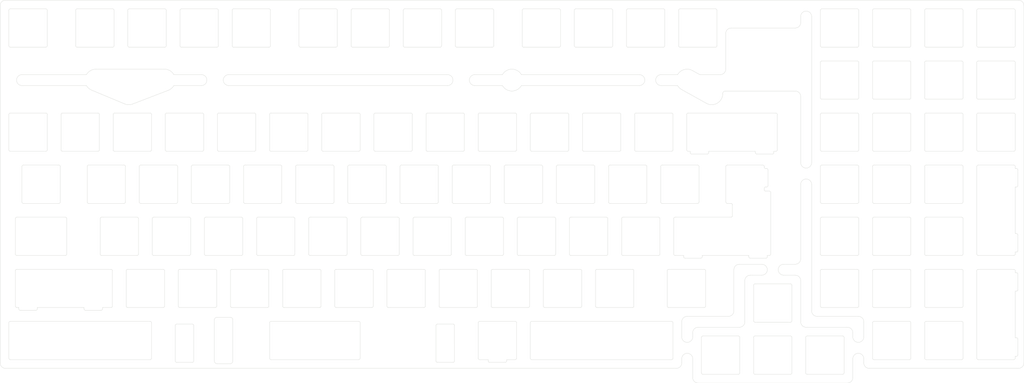
<source format=kicad_pcb>
(kicad_pcb (version 20221018) (generator pcbnew)

  (general
    (thickness 1.6)
  )

  (paper "A4")
  (layers
    (0 "F.Cu" signal)
    (31 "B.Cu" signal)
    (32 "B.Adhes" user "B.Adhesive")
    (33 "F.Adhes" user "F.Adhesive")
    (34 "B.Paste" user)
    (35 "F.Paste" user)
    (36 "B.SilkS" user "B.Silkscreen")
    (37 "F.SilkS" user "F.Silkscreen")
    (38 "B.Mask" user)
    (39 "F.Mask" user)
    (40 "Dwgs.User" user "User.Drawings")
    (41 "Cmts.User" user "User.Comments")
    (42 "Eco1.User" user "User.Eco1")
    (43 "Eco2.User" user "User.Eco2")
    (44 "Edge.Cuts" user)
    (45 "Margin" user)
    (46 "B.CrtYd" user "B.Courtyard")
    (47 "F.CrtYd" user "F.Courtyard")
    (48 "B.Fab" user)
    (49 "F.Fab" user)
    (50 "User.1" user)
    (51 "User.2" user)
    (52 "User.3" user)
    (53 "User.4" user)
    (54 "User.5" user)
    (55 "User.6" user)
    (56 "User.7" user)
    (57 "User.8" user)
    (58 "User.9" user)
  )

  (setup
    (pad_to_mask_clearance 0)
    (pcbplotparams
      (layerselection 0x00010fc_ffffffff)
      (plot_on_all_layers_selection 0x0000000_00000000)
      (disableapertmacros false)
      (usegerberextensions false)
      (usegerberattributes true)
      (usegerberadvancedattributes true)
      (creategerberjobfile false)
      (dashed_line_dash_ratio 12.000000)
      (dashed_line_gap_ratio 3.000000)
      (svgprecision 4)
      (plotframeref false)
      (viasonmask false)
      (mode 1)
      (useauxorigin false)
      (hpglpennumber 1)
      (hpglpenspeed 20)
      (hpglpendiameter 15.000000)
      (dxfpolygonmode true)
      (dxfimperialunits true)
      (dxfusepcbnewfont true)
      (psnegative false)
      (psa4output false)
      (plotreference true)
      (plotvalue true)
      (plotinvisibletext false)
      (sketchpadsonfab false)
      (subtractmaskfromsilk true)
      (outputformat 1)
      (mirror false)
      (drillshape 0)
      (scaleselection 1)
      (outputdirectory "./fab")
    )
  )

  (net 0 "")

  (gr_line (start 269.818749 58.14375) (end 256.818749 58.14375)
    (stroke (width 0.08) (type solid)) (layer "Cmts.User") (tstamp 016be045-a499-4a1b-ae65-d144f9906416))
  (gr_line (start 269.818749 81.955039) (end 256.818749 81.95625)
    (stroke (width 0.08) (type solid)) (layer "Cmts.User") (tstamp 08875ed4-5b65-4c48-b820-b3d9b621cf87))
  (gr_line (start 269.818749 51.39375) (end 256.818749 51.39375)
    (stroke (width 0.08) (type solid)) (layer "Cmts.User") (tstamp 0a5455cb-c7b1-438e-8891-1dfa40dcdf21))
  (gr_arc (start 256.818749 81.95625) (mid 256.465211 81.809788) (end 256.318749 81.45625)
    (stroke (width 0.08) (type solid)) (layer "Cmts.User") (tstamp 0c623db5-abc0-4a0d-8342-7ee8c931e7ef))
  (gr_line (start 239.5125 70.700001) (end 239.5125 83.700001)
    (stroke (width 0.08) (type solid)) (layer "Cmts.User") (tstamp 0e769dbb-46f1-4355-ab56-6dcc0b6b8d71))
  (gr_arc (start 256.318749 75.70625) (mid 256.46521 75.352711) (end 256.818749 75.20625)
    (stroke (width 0.08) (type solid)) (layer "Cmts.User") (tstamp 0ecff9c3-0146-44f7-b3b1-8098868f50a9))
  (gr_line (start 249.3875 83.2) (end 236.3875 83.2)
    (stroke (width 0.08) (type solid)) (layer "Cmts.User") (tstamp 12423e12-a10e-4ade-83c8-d8713ba826e1))
  (gr_line (start 240.0125 84.200001) (end 245.7625 84.200001)
    (stroke (width 0.08) (type solid)) (layer "Cmts.User") (tstamp 159139ef-cbeb-43f2-9442-67bb0c754847))
  (gr_line (start 270.318749 75.70625) (end 270.318749 81.455039)
    (stroke (width 0.08) (type solid)) (layer "Cmts.User") (tstamp 1d54450c-c39c-4cd6-bed6-21747d66991c))
  (gr_arc (start 271.31875 73.175) (mid 271.172306 73.528571) (end 270.81875 73.675)
    (stroke (width 0.08) (type solid)) (layer "Cmts.User") (tstamp 1dd0b1cd-12ca-49b8-ae13-92eeaecef430))
  (gr_arc (start 268.934736 63.648884) (mid 268.788291 64.002425) (end 268.434736 64.148884)
    (stroke (width 0.08) (type solid)) (layer "Cmts.User") (tstamp 220c1d6a-7f77-4caf-8cbf-d1cf76092fe6))
  (gr_line (start 268.4375 64.15) (end 255.4375 64.15)
    (stroke (width 0.08) (type solid)) (layer "Cmts.User") (tstamp 26c197a6-6260-48d3-9729-97e0de1c7daf))
  (gr_line (start 240.0125 70.200001) (end 245.7625 70.200001)
    (stroke (width 0.08) (type solid)) (layer "Cmts.User") (tstamp 2e771869-0561-412f-b050-778ed872f0a3))
  (gr_line (start 256.318749 51.89375) (end 256.318749 57.64375)
    (stroke (width 0.08) (type solid)) (layer "Cmts.User") (tstamp 3c660ca5-bd57-429b-b1fa-d3d5921d27a1))
  (gr_arc (start 257.819866 73.672236) (mid 257.466293 73.525809) (end 257.319866 73.172236)
    (stroke (width 0.08) (type solid)) (layer "Cmts.User") (tstamp 3ecaa8dd-56fe-499c-8152-a1b6ca9819e3))
  (gr_line (start 261.79375 69.7) (end 261.79375 82.7)
    (stroke (width 0.08) (type solid)) (layer "Cmts.User") (tstamp 486041cd-06c2-404d-8c80-ac0be27848bc))
  (gr_arc (start 248.29375 83.2) (mid 247.940229 83.053536) (end 247.79375 82.7)
    (stroke (width 0.08) (type solid)) (layer "Cmts.User") (tstamp 5043b055-cb55-4e2e-8a83-b945877663eb))
  (gr_arc (start 269.818749 51.39375) (mid 270.172317 51.540181) (end 270.318748 51.893749)
    (stroke (width 0.08) (type solid)) (layer "Cmts.User") (tstamp 521fb8b9-ac35-4ccd-b96d-40fef14e3195))
  (gr_arc (start 269.573789 70.200001) (mid 269.92732 70.346473) (end 270.073789 70.700001)
    (stroke (width 0.08) (type solid)) (layer "Cmts.User") (tstamp 5b25e9c1-be29-4dbb-8507-4ce4f7ae4513))
  (gr_arc (start 240.0125 84.200001) (mid 239.658946 84.053554) (end 239.5125 83.700001)
    (stroke (width 0.08) (type solid)) (layer "Cmts.User") (tstamp 5d032cc1-2953-4e81-a4e8-a4e2e5ead71b))
  (gr_line (start 263.825 70.200001) (end 269.573789 70.200001)
    (stroke (width 0.08) (type solid)) (layer "Cmts.User") (tstamp 5d1567ae-a65a-4d53-9583-024e3994c2a9))
  (gr_arc (start 261.29375 69.2) (mid 261.647271 69.346464) (end 261.79375 69.7)
    (stroke (width 0.08) (type solid)) (layer "Cmts.User") (tstamp 610e23b1-67dc-459c-a985-c7aa9d266e7b))
  (gr_line (start 248.29375 69.2) (end 261.29375 69.2)
    (stroke (width 0.08) (type solid)) (layer "Cmts.User") (tstamp 644f4534-7903-4bfb-93a2-bce62bcd257d))
  (gr_line (start 246.2625 70.700001) (end 246.2625 83.700001)
    (stroke (width 0.08) (type solid)) (layer "Cmts.User") (tstamp 6990d80c-cb20-4ae5-b859-556401a24e69))
  (gr_line (start 257.81875 59.675) (end 270.81875 59.675)
    (stroke (width 0.08) (type solid)) (layer "Cmts.User") (tstamp 69baaaf3-b1f1-4314-b036-977fa1856bd4))
  (gr_arc (start 269.818749 75.20625) (mid 270.172317 75.352681) (end 270.318748 75.706249)
    (stroke (width 0.08) (type solid)) (layer "Cmts.User") (tstamp 6b471679-0537-4c20-8de2-19be6459c8ee))
  (gr_line (start 263.825 84.200001) (end 269.575 84.200001)
    (stroke (width 0.08) (type solid)) (layer "Cmts.User") (tstamp 6c7cfc30-c3fb-4c41-b743-a2ad3088de7b))
  (gr_line (start 271.31875 60.175) (end 271.31875 73.175)
    (stroke (width 0.08) (type solid)) (layer "Cmts.User") (tstamp 6df40dff-bbe4-4ad4-8c21-f69af03b4e6c))
  (gr_arc (start 256.818749 58.14375) (mid 256.465211 57.997288) (end 256.318749 57.64375)
    (stroke (width 0.08) (type solid)) (layer "Cmts.User") (tstamp 7326fb9e-85d9-407c-acb6-7f3113dc1add))
  (gr_arc (start 236.3875 83.2) (mid 236.033947 83.053553) (end 235.8875 82.7)
    (stroke (width 0.08) (type solid)) (layer "Cmts.User") (tstamp 7640a601-48f3-4aac-b0de-3d93ce808645))
  (gr_arc (start 261.790986 82.698884) (mid 261.644544 83.052443) (end 261.290986 83.198884)
    (stroke (width 0.08) (type solid)) (layer "Cmts.User") (tstamp 77c136ba-a700-4aa1-a362-021ad4913605))
  (gr_line (start 257.31875 73.175) (end 257.31875 60.175)
    (stroke (width 0.08) (type solid)) (layer "Cmts.User") (tstamp 791e261d-e405-45ee-8c43-67f8984e72a3))
  (gr_line (start 270.318749 51.89375) (end 270.318749 57.64375)
    (stroke (width 0.08) (type solid)) (layer "Cmts.User") (tstamp 7a644e59-9112-4c33-a105-efb79d322b58))
  (gr_arc (start 270.318749 81.455039) (mid 270.172286 81.808549) (end 269.818749 81.955039)
    (stroke (width 0.08) (type solid)) (layer "Cmts.User") (tstamp 7b4a99df-db04-4dfd-91a7-c2a873888e0b))
  (gr_arc (start 239.5125 70.700001) (mid 239.658946 70.346447) (end 240.0125 70.200001)
    (stroke (width 0.08) (type solid)) (layer "Cmts.User") (tstamp 860ee1e1-b366-4b60-b171-8a44b6b23997))
  (gr_arc (start 247.79375 69.7) (mid 247.940194 69.346429) (end 248.29375 69.2)
    (stroke (width 0.08) (type solid)) (layer "Cmts.User") (tstamp 86e7a719-63a5-4552-9114-aea7f16e9537))
  (gr_arc (start 246.2625 83.700001) (mid 246.116053 84.053554) (end 245.7625 84.200001)
    (stroke (width 0.08) (type solid)) (layer "Cmts.User") (tstamp 8b3e0a26-79e7-4b0b-9f24-44ed31462993))
  (gr_arc (start 249.884736 82.698884) (mid 249.738291 83.052425) (end 249.384736 83.198884)
    (stroke (width 0.08) (type solid)) (layer "Cmts.User") (tstamp 9530df4f-4c96-4878-b46e-c816c1d5988a))
  (gr_line (start 249.8875 69.7) (end 249.8875 82.7)
    (stroke (width 0.08) (type solid)) (layer "Cmts.User") (tstamp 9c7e4105-627d-43b3-a2f2-1d484600c175))
  (gr_line (start 268.9375 50.65) (end 268.9375 63.65)
    (stroke (width 0.08) (type solid)) (layer "Cmts.User") (tstamp a1b00891-7ddf-4d35-8510-1fb04b920159))
  (gr_arc (start 254.9375 50.65) (mid 255.083947 50.296447) (end 255.4375 50.15)
    (stroke (width 0.08) (type solid)) (layer "Cmts.User") (tstamp af2d6147-d39c-427a-9041-eda874c4d5db))
  (gr_arc (start 257.31875 60.175) (mid 257.465194 59.821429) (end 257.81875 59.675)
    (stroke (width 0.08) (type solid)) (layer "Cmts.User") (tstamp b801bd46-cf55-4a81-b598-26cedf57684b))
  (gr_line (start 269.818749 75.20625) (end 256.818749 75.20625)
    (stroke (width 0.08) (type solid)) (layer "Cmts.User") (tstamp b8595c43-5a6f-482b-afa7-eb76687fd196))
  (gr_line (start 254.9375 63.65) (end 254.9375 50.65)
    (stroke (width 0.08) (type solid)) (layer "Cmts.User") (tstamp ba3b83a2-cbed-4bb4-91b2-7b4198c8be3a))
  (gr_line (start 255.4375 50.15) (end 268.4375 50.15)
    (stroke (width 0.08) (type solid)) (layer "Cmts.User") (tstamp bb777e7d-87eb-45c5-852b-5a4cb177acd6))
  (gr_line (start 247.79375 82.7) (end 247.79375 69.7)
    (stroke (width 0.08) (type solid)) (layer "Cmts.User") (tstamp bedd2616-e9eb-409d-957e-5a3052dc3a5c))
  (gr_arc (start 235.8875 69.7) (mid 236.033947 69.346447) (end 236.3875 69.2)
    (stroke (width 0.08) (type solid)) (layer "Cmts.User") (tstamp bf361152-8461-4b26-9e5b-1910b7f364eb))
  (gr_arc (start 270.81875 59.675) (mid 271.172271 59.821464) (end 271.31875 60.175)
    (stroke (width 0.08) (type solid)) (layer "Cmts.User") (tstamp c6594a61-3192-4407-b085-29e02fadefee))
  (gr_arc (start 268.4375 50.15) (mid 268.791053 50.296447) (end 268.9375 50.65)
    (stroke (width 0.08) (type solid)) (layer "Cmts.User") (tstamp cb988862-a379-4afa-97ec-085ca9e4bcfc))
  (gr_arc (start 270.075 83.700001) (mid 269.928553 84.053554) (end 269.575 84.200001)
    (stroke (width 0.08) (type solid)) (layer "Cmts.User") (tstamp d2d4eff7-aa5f-4b14-aae6-270e6b5105cd))
  (gr_line (start 270.81875 73.675) (end 257.81875 73.675)
    (stroke (width 0.08) (type solid)) (layer "Cmts.User") (tstamp d3171b68-bd22-4f3a-ba32-b5a1115e680f))
  (gr_line (start 261.29375 83.2) (end 248.29375 83.2)
    (stroke (width 0.08) (type solid)) (layer "Cmts.User") (tstamp d50ee243-dca8-4c94-800d-9beed0b8ef44))
  (gr_arc (start 263.325 70.7) (mid 263.471446 70.346447) (end 263.824999 70.2)
    (stroke (width 0.08) (type solid)) (layer "Cmts.User") (tstamp db4daf68-5cbf-4598-8c13-e3f7802077d1))
  (gr_arc (start 263.824999 84.2) (mid 263.471476 84.053524) (end 263.325 83.700001)
    (stroke (width 0.08) (type solid)) (layer "Cmts.User") (tstamp dc15bbdd-7d06-4062-b313-20dd73882f88))
  (gr_arc (start 245.7625 70.200001) (mid 246.116053 70.346448) (end 246.2625 70.700001)
    (stroke (width 0.08) (type solid)) (layer "Cmts.User") (tstamp e092e592-bf33-448c-9c3e-9b2c0ad6f30d))
  (gr_arc (start 249.3875 69.2) (mid 249.741053 69.346447) (end 249.8875 69.7)
    (stroke (width 0.08) (type solid)) (layer "Cmts.User") (tstamp e9550a6e-3ce0-49de-acf1-bef5cbf3f200))
  (gr_line (start 235.8875 82.7) (end 235.8875 69.7)
    (stroke (width 0.08) (type solid)) (layer "Cmts.User") (tstamp ed0b94b6-5fcf-4267-a6a3-7e6dd1ccc6ac))
  (gr_arc (start 255.4375 64.15) (mid 255.083947 64.003553) (end 254.9375 63.65)
    (stroke (width 0.08) (type solid)) (layer "Cmts.User") (tstamp ef98e47c-5901-4e09-8816-bfc8d9a3a7e6))
  (gr_line (start 263.325 70.700001) (end 263.325 83.700001)
    (stroke (width 0.08) (type solid)) (layer "Cmts.User") (tstamp f27060de-d0b5-4e1f-aa74-8bce8fd920fc))
  (gr_arc (start 256.318749 51.89375) (mid 256.46521 51.540211) (end 256.818749 51.39375)
    (stroke (width 0.08) (type solid)) (layer "Cmts.User") (tstamp f42e4f71-8022-4f9d-9b91-e89967e708e6))
  (gr_line (start 256.318749 75.70625) (end 256.318749 81.45625)
    (stroke (width 0.08) (type solid)) (layer "Cmts.User") (tstamp f5951c52-1a58-4b3e-9cfe-97808db1fa5b))
  (gr_line (start 270.073789 70.700001) (end 270.075 83.700001)
    (stroke (width 0.08) (type solid)) (layer "Cmts.User") (tstamp fb1c3c49-a104-492f-9397-30e6d8eb837b))
  (gr_arc (start 270.318748 57.643749) (mid 270.172322 57.997352) (end 269.818748 58.14375)
    (stroke (width 0.08) (type solid)) (layer "Cmts.User") (tstamp fdc8f7d7-7460-4ea0-9eae-545d8d54c5cf))
  (gr_line (start 236.3875 69.2) (end 249.3875 69.2)
    (stroke (width 0.08) (type solid)) (layer "Cmts.User") (tstamp ffd03576-a2ae-4319-b4d9-9a3b8b06246d))
  (gr_line (start 282.260036 25.05) (end 282.260036 49.23125)
    (stroke (width 0.1) (type solid)) (layer "Edge.Cuts") (tstamp 003455c1-e227-4cc7-9065-d3c43771937f))
  (gr_arc (start 289.96589 102.25) (mid 289.612343 102.10355) (end 289.46589 101.75)
    (stroke (width 0.1) (type solid)) (layer "Edge.Cuts") (tstamp 00622d37-a59d-48a1-81d5-1fbd63e09a74))
  (gr_line (start 40.3375 69.7) (end 40.3375 82.7)
    (stroke (width 0.1) (type solid)) (layer "Edge.Cuts") (tstamp 0104b369-c66a-4a69-b709-5b987a1dfc66))
  (gr_arc (start 132.01295 6.498884) (mid 131.866506 6.85243) (end 131.51295 6.998884)
    (stroke (width 0.1) (type solid)) (layer "Edge.Cuts") (tstamp 0199b5b6-f06f-47eb-a37c-3c332262ca23))
  (gr_arc (start 308.51589 -6.5) (mid 308.662336 -6.853557) (end 309.01589 -7)
    (stroke (width 0.1) (type solid)) (layer "Edge.Cuts") (tstamp 021e6d55-4feb-464e-8545-aaa4cc91ac01))
  (gr_arc (start 341.563126 6.498884) (mid 341.416681 6.852422) (end 341.063126 6.998884)
    (stroke (width 0.1) (type solid)) (layer "Edge.Cuts") (tstamp 02dc5e95-2136-4f18-bfc4-4516fb3cf777))
  (gr_line (start 360.11589 121.3) (end 347.11589 121.3)
    (stroke (width 0.1) (type solid)) (layer "Edge.Cuts") (tstamp 0316edc6-5151-4430-abf9-41113a9d3736))
  (gr_line (start 50.15 44.6) (end 50.15 31.6)
    (stroke (width 0.1) (type solid)) (layer "Edge.Cuts") (tstamp 035aab2d-1f2b-4896-83cf-74cb0a00cbbc))
  (gr_line (start 225.575 64.15) (end 212.575 64.15)
    (stroke (width 0.1) (type solid)) (layer "Edge.Cuts") (tstamp 042adf73-7f1c-48da-b850-0eaa96c0d26f))
  (gr_line (start 49.3625 102.25) (end 36.3625 102.25)
    (stroke (width 0.1) (type solid)) (layer "Edge.Cuts") (tstamp 0536f688-6e8c-412a-adec-4058df1f56b5))
  (gr_arc (start 303.463126 44.598884) (mid 303.316681 44.952422) (end 302.963126 45.098884)
    (stroke (width 0.1) (type solid)) (layer "Edge.Cuts") (tstamp 055a2a36-8a99-45a5-bd6f-59a9d8043779))
  (gr_line (start 232.623595 -6.5) (end 232.623595 6.5)
    (stroke (width 0.1) (type solid)) (layer "Edge.Cuts") (tstamp 05b38449-eccd-42ff-a3d8-da8f8c57e8fa))
  (gr_arc (start 164.159736 101.748884) (mid 164.013291 102.102425) (end 163.659736 102.248884)
    (stroke (width 0.1) (type solid)) (layer "Edge.Cuts") (tstamp 05cf389d-38d5-4f64-b1ce-fb0c9d7413de))
  (gr_arc (start 253.760036 24.05) (mid 254.052911 23.342858) (end 254.760036 23.05)
    (stroke (width 0.1) (type solid)) (layer "Edge.Cuts") (tstamp 05d7835f-b943-4c7e-9314-c53f5ebd2651))
  (gr_arc (start 322.01589 88.25) (mid 322.36945 88.396443) (end 322.51589 88.75)
    (stroke (width 0.1) (type solid)) (layer "Edge.Cuts") (tstamp 05e3b893-e98b-4bfd-8136-5fd86e61cf13))
  (gr_line (start 149.875 50.65) (end 149.875 63.65)
    (stroke (width 0.1) (type solid)) (layer "Edge.Cuts") (tstamp 061ccb84-d374-42e2-98e7-ac9d7870a5ad))
  (gr_line (start 44.597236 121.298884) (end -6.5 121.3)
    (stroke (width 0.1) (type solid)) (layer "Edge.Cuts") (tstamp 061e507f-f864-4317-8298-4a375a80c1c3))
  (gr_line (start 88.25 44.6) (end 88.25 31.6)
    (stroke (width 0.1) (type solid)) (layer "Edge.Cuts") (tstamp 0630342d-8d6a-41b2-985f-eae6edfb917b))
  (gr_line (start 145.9 31.1) (end 158.9 31.1)
    (stroke (width 0.1) (type solid)) (layer "Edge.Cuts") (tstamp 063b94a6-a810-47bc-853f-8a08c8917424))
  (gr_line (start 360.614774 88.752764) (end 360.61589 89.493749)
    (stroke (width 0.1) (type default)) (layer "Edge.Cuts") (tstamp 064bfc67-ea42-4a28-af5d-c1409aed0830))
  (gr_line (start 173.975 63.65) (end 173.975 50.65)
    (stroke (width 0.1) (type solid)) (layer "Edge.Cuts") (tstamp 06698adf-9592-470a-8f8d-0544241fe512))
  (gr_line (start 135.875 63.65) (end 135.875 50.65)
    (stroke (width 0.1) (type solid)) (layer "Edge.Cuts") (tstamp 071b2176-a404-4ef8-8d3a-2cce0bd5b9cd))
  (gr_arc (start 247.503486 101.748884) (mid 247.357044 102.102443) (end 247.003486 102.248884)
    (stroke (width 0.1) (type solid)) (layer "Edge.Cuts") (tstamp 07675c36-f6fa-4989-82c8-2ebc22e5e1eb))
  (gr_arc (start 327.56589 107.8) (mid 327.712336 107.446443) (end 328.06589 107.3)
    (stroke (width 0.1) (type solid)) (layer "Edge.Cuts") (tstamp 077ca1e9-8344-41dd-a8f2-24e3eb33d3fe))
  (gr_arc (start 102.5375 69.7) (mid 102.683947 69.346447) (end 103.0375 69.2)
    (stroke (width 0.1) (type solid)) (layer "Edge.Cuts") (tstamp 0818a0dd-bd7a-497f-929d-3b5ce5b15ea4))
  (gr_arc (start 74.557833 -6.5) (mid 74.704282 -6.853542) (end 75.057833 -7)
    (stroke (width 0.1) (type solid)) (layer "Edge.Cuts") (tstamp 0821ee2f-479b-4b70-9805-f0ddeac78da5))
  (gr_line (start 322.01589 121.3) (end 309.01589 121.3)
    (stroke (width 0.1) (type solid)) (layer "Edge.Cuts") (tstamp 08401f46-c557-4b2a-87ce-4722ea12c0af))
  (gr_line (start 256.870973 0) (end 280.260036 0)
    (stroke (width 0.1) (type solid)) (layer "Edge.Cuts") (tstamp 08445d41-de43-44ce-87d1-0d5f583c8286))
  (gr_arc (start 206.525 50.15) (mid 206.878553 50.296447) (end 207.025 50.65)
    (stroke (width 0.1) (type solid)) (layer "Edge.Cuts") (tstamp 084b8eed-eca5-4d78-af05-92d9386a2fb8))
  (gr_arc (start 197 31.1) (mid 197.353553 31.246447) (end 197.5 31.6)
    (stroke (width 0.1) (type solid)) (layer "Edge.Cuts") (tstamp 08ae8f4d-d06c-48ce-a83a-11b6d3aaf50b))
  (gr_arc (start 44.6 107.3) (mid 44.953553 107.446447) (end 45.1 107.8)
    (stroke (width 0.1) (type solid)) (layer "Edge.Cuts") (tstamp 0937ff18-1940-4bad-8309-0fde2e1ca8c7))
  (gr_line (start 44.6 45.1) (end 31.6 45.1)
    (stroke (width 0.1) (type solid)) (layer "Edge.Cuts") (tstamp 097bf529-9359-4c41-aaa1-f66e039786cd))
  (gr_line (start 111.775 50.65) (end 111.775 63.65)
    (stroke (width 0.1) (type solid)) (layer "Edge.Cuts") (tstamp 0990061b-e18b-4691-83f8-54e7fed16190))
  (gr_line (start 88.557833 -6.5) (end 88.557833 6.5)
    (stroke (width 0.1) (type solid)) (layer "Edge.Cuts") (tstamp 09d0aa31-f8c1-4cec-9778-9163c186d38a))
  (gr_line (start 239.5125 83.2) (end 239.5125 83.700001)
    (stroke (width 0.1) (type solid)) (layer "Edge.Cuts") (tstamp 0a14ed01-6ea9-45ef-9c07-c905619d3ba2))
  (gr_arc (start 279.055261 107.106797) (mid 278.908848 107.460403) (end 278.555261 107.606797)
    (stroke (width 0.1) (type solid)) (layer "Edge.Cuts") (tstamp 0a582807-903a-43a0-ab2d-b27539d5c38a))
  (gr_arc (start 59.675 50.65) (mid 59.821447 50.296447) (end 60.175 50.15)
    (stroke (width 0.1) (type solid)) (layer "Edge.Cuts") (tstamp 0a67edcb-5539-4b32-87a2-da2ebffa1408))
  (gr_line (start 232.123595 7) (end 219.123595 7)
    (stroke (width 0.1) (type solid)) (layer "Edge.Cuts") (tstamp 0b36ae9e-6935-4103-83fd-7f209978d6aa))
  (gr_arc (start 279.055261 126.156797) (mid 278.908848 126.510403) (end 278.555261 126.656797)
    (stroke (width 0.1) (type solid)) (layer "Edge.Cuts") (tstamp 0b476e8c-475a-406e-ad31-5b9ba5896398))
  (gr_arc (start 74.816136 121.7977) (mid 74.52326 122.504836) (end 73.816136 122.7977)
    (stroke (width 0.1) (type solid)) (layer "Edge.Cuts") (tstamp 0b55b809-e87b-421e-9b73-3c878044ad85))
  (gr_line (start 240.0125 84.200001) (end 245.7625 84.200001)
    (stroke (width 0.1) (type solid)) (layer "Edge.Cuts") (tstamp 0b5e72de-9fc9-49a7-a13d-f27850c2113a))
  (gr_line (start 286.260036 -4.2) (end 286.260036 49.23125)
    (stroke (width 0.1) (type solid)) (layer "Edge.Cuts") (tstamp 0bc46473-c927-4a3d-b528-43770fa72117))
  (gr_arc (start 360.114774 50.152763) (mid 360.468316 50.299208) (end 360.614774 50.652764)
    (stroke (width 0.1) (type solid)) (layer "Edge.Cuts") (tstamp 0bcba9b3-bbbc-4fa5-894b-9b206127a0c8))
  (gr_line (start 361.115892 120.05625) (end 360.61589 120.056251)
    (stroke (width 0.1) (type default)) (layer "Edge.Cuts") (tstamp 0c3c2b32-4f1f-44eb-869b-c1230f833e18))
  (gr_line (start 328.06589 12.05) (end 341.06589 12.05)
    (stroke (width 0.1) (type solid)) (layer "Edge.Cuts") (tstamp 0c7d5212-2a84-4288-9675-5a494d77b3da))
  (gr_line (start 88.2501 120.80012) (end 88.2501 107.80012)
    (stroke (width 0.1) (type solid)) (layer "Edge.Cuts") (tstamp 0cdb68dc-8f23-4e1b-8451-b0394f5dd0c5))
  (gr_line (start 150.1625 101.75) (end 150.1625 88.75)
    (stroke (width 0.1) (type solid)) (layer "Edge.Cuts") (tstamp 0d14c16d-b816-4813-9a5d-184d51486ed8))
  (gr_line (start 168.925 50.65) (end 168.925 63.65)
    (stroke (width 0.1) (type solid)) (layer "Edge.Cuts") (tstamp 0d92b633-f178-49dc-ad5a-1e588d59a9cc))
  (gr_line (start 328.06589 31.1) (end 341.06589 31.1)
    (stroke (width 0.1) (type solid)) (layer "Edge.Cuts") (tstamp 0da9d150-9e5b-4e4c-bf9b-3c96dbb6d424))
  (gr_line (start 361.115892 89.49375) (end 360.61589 89.493749)
    (stroke (width 0.1) (type default)) (layer "Edge.Cuts") (tstamp 0df1f70e-ed18-4af0-b55b-374887d7f2b4))
  (gr_line (start 140.6375 82.7) (end 140.6375 69.7)
    (stroke (width 0.1) (type solid)) (layer "Edge.Cuts") (tstamp 0e10a68c-8b44-49e1-8a3a-7869c42310b9))
  (gr_arc (start 261.860036 92.4125) (mid 262.445804 90.998251) (end 263.860036 90.4125)
    (stroke (width 0.1) (type solid)) (layer "Edge.Cuts") (tstamp 0e1763e1-7e8e-4203-9d73-561fe835ea8f))
  (gr_line (start 102.5375 82.7) (end 102.5375 69.7)
    (stroke (width 0.1) (type solid)) (layer "Edge.Cuts") (tstamp 0e384f67-2b71-4016-b33c-703277967bcc))
  (gr_line (start 45.1 107.8) (end 45.1 120.8)
    (stroke (width 0.1) (type solid)) (layer "Edge.Cuts") (tstamp 0ed95cbc-4747-41c4-bf10-d5ceee6cb657))
  (gr_line (start 137.565714 -7) (end 150.565714 -7)
    (stroke (width 0.1) (type solid)) (layer "Edge.Cuts") (tstamp 0f21fbce-673f-4b9a-a5b4-f1e5bcd5c6d3))
  (gr_arc (start 145.4 31.6) (mid 145.546447 31.246447) (end 145.9 31.1)
    (stroke (width 0.1) (type solid)) (layer "Edge.Cuts") (tstamp 0f67de64-ea5a-48f4-8ca8-b137f60895b6))
  (gr_line (start 107.8 31.1) (end 120.8 31.1)
    (stroke (width 0.1) (type solid)) (layer "Edge.Cuts") (tstamp 0f75328f-c1b4-4473-9ddb-c0fcfe804463))
  (gr_line (start -7 6.5) (end -7 -6.5)
    (stroke (width 0.1) (type solid)) (layer "Edge.Cuts") (tstamp 0f928f1c-82c5-465c-987b-0877b2892c9b))
  (gr_line (start 308.51589 101.75) (end 308.51589 88.75)
    (stroke (width 0.1) (type solid)) (layer "Edge.Cuts") (tstamp 0f98d9c2-065b-4a7c-9f72-84a791e8a0a5))
  (gr_line (start 341.06589 26.05) (end 328.06589 26.05)
    (stroke (width 0.1) (type solid)) (layer "Edge.Cuts") (tstamp 0fe1cfef-0ebf-4d4b-8728-3c332bdaba61))
  (gr_arc (start 273.2 31.1) (mid 273.553553 31.246447) (end 273.7 31.6)
    (stroke (width 0.1) (type solid)) (layer "Edge.Cuts") (tstamp 1008d15b-ef05-40f9-9bf7-649be6e2d971))
  (gr_arc (start 102.247236 44.598884) (mid 102.100791 44.952425) (end 101.747236 45.098884)
    (stroke (width 0.1) (type solid)) (layer "Edge.Cuts") (tstamp 10deadef-112f-4109-a257-b90c06f7c321))
  (gr_arc (start 58.8875 69.2) (mid 59.241053 69.346447) (end 59.3875 69.7)
    (stroke (width 0.1) (type solid)) (layer "Edge.Cuts") (tstamp 10e53c5e-3907-49c7-99cb-e9a8bda7c2af))
  (gr_arc (start 92.722236 63.648884) (mid 92.575791 64.002425) (end 92.222236 64.148884)
    (stroke (width 0.1) (type solid)) (layer "Edge.Cuts") (tstamp 10ea3153-ff72-4495-a7c7-aac0b0a8716a))
  (gr_line (start 238.810036 107.4625) (end 238.810036 112.98032)
    (stroke (width 0.1) (type solid)) (layer "Edge.Cuts") (tstamp 10f1a9b1-7975-4599-949d-5dc40dac318c))
  (gr_arc (start -6.5 121.3) (mid -6.853553 121.153553) (end -7 120.8)
    (stroke (width 0.1) (type solid)) (layer "Edge.Cuts") (tstamp 11116eb6-7495-417f-89fd-30236ebbc57d))
  (gr_arc (start 155.774999 121.800001) (mid 155.628552 122.153553) (end 155.275 122.300001)
    (stroke (width 0.1) (type solid)) (layer "Edge.Cuts") (tstamp 112b1851-73d0-486c-b822-c05871751c19))
  (gr_arc (start 284.608025 126.657913) (mid 284.254451 126.511476) (end 284.108025 126.157913)
    (stroke (width 0.1) (type solid)) (layer "Edge.Cuts") (tstamp 11818895-fdfd-4d10-8c0b-95b646652fd0))
  (gr_line (start 361.115892 51.39375) (end 360.61589 51.393749)
    (stroke (width 0.1) (type default)) (layer "Edge.Cuts") (tstamp 1222ec65-d7a6-48f8-a73b-c3922cc75209))
  (gr_line (start 97.775 63.65) (end 97.775 50.65)
    (stroke (width 0.1) (type solid)) (layer "Edge.Cuts") (tstamp 12412cb3-320b-44bf-839e-d6934750ee57))
  (gr_arc (start 144.6125 88.25) (mid 144.966053 88.396447) (end 145.1125 88.75)
    (stroke (width 0.1) (type solid)) (layer "Edge.Cuts") (tstamp 1247bca0-403e-4e37-9f51-3472cc204560))
  (gr_arc (start 309.01589 64.15) (mid 308.662343 64.00355) (end 308.51589 63.65)
    (stroke (width 0.1) (type solid)) (layer "Edge.Cuts") (tstamp 12a73abf-1d56-4b4d-b140-d7f1d7a7da08))
  (gr_line (start 159.6875 82.7) (end 159.6875 69.7)
    (stroke (width 0.1) (type solid)) (layer "Edge.Cuts") (tstamp 12ddafd4-c423-49fa-b914-955b289495f8))
  (gr_arc (start 322.01589 69.2) (mid 322.36945 69.346443) (end 322.51589 69.7)
    (stroke (width 0.1) (type solid)) (layer "Edge.Cuts") (tstamp 13142ceb-ebb9-44b3-b19f-973d872265b2))
  (gr_line (start 74.816136 106.80042) (end 74.816136 121.7977)
    (stroke (width 0.1) (type solid)) (layer "Edge.Cuts") (tstamp 135fdad3-b044-41bc-9226-c9d978f35795))
  (gr_line (start -7 44.6) (end -7 31.6)
    (stroke (width 0.1) (type solid)) (layer "Edge.Cuts") (tstamp 13b55321-112f-478f-80b4-b5d71bd40d7d))
  (gr_line (start 322.01589 83.2) (end 309.01589 83.2)
    (stroke (width 0.1) (type solid)) (layer "Edge.Cuts") (tstamp 13c105e0-8d20-41fe-9ebb-d20f19a9e3c8))
  (gr_line (start 155.425 50.15) (end 168.425 50.15)
    (stroke (width 0.1) (type solid)) (layer "Edge.Cuts") (tstamp 13ee2d8b-bb32-478d-9c22-b099f919b978))
  (gr_line (start 73.675 50.65) (end 73.675 63.65)
    (stroke (width 0.1) (type solid)) (layer "Edge.Cuts") (tstamp 14024322-9c39-4528-8aaa-4aa417c78e58))
  (gr_arc (start 54.9125 88.75) (mid 55.058947 88.396447) (end 55.4125 88.25)
    (stroke (width 0.1) (type solid)) (layer "Edge.Cuts") (tstamp 142f0d10-6232-43be-bf6f-27ea6cb5ff8b))
  (gr_arc (start 12.05 31.6) (mid 12.196447 31.246447) (end 12.55 31.1)
    (stroke (width 0.1) (type solid)) (layer "Edge.Cuts") (tstamp 143b39c5-bd7c-44d2-a819-537ae6b8859b))
  (gr_arc (start -2.2375 50.65) (mid -2.091053 50.296447) (end -1.7375 50.15)
    (stroke (width 0.1) (type solid)) (layer "Edge.Cuts") (tstamp 14486adf-788d-4deb-b3e9-6ec509b0b4c6))
  (gr_arc (start 64.9375 83.2) (mid 64.583947 83.053553) (end 64.4375 82.7)
    (stroke (width 0.1) (type solid)) (layer "Edge.Cuts") (tstamp 14c4d823-d8b4-41ca-9b5f-f69c5e73b4ff))
  (gr_arc (start 282.260036 -4.2) (mid 284.260036 -6.2) (end 286.260036 -4.2)
    (stroke (width 0.1) (type solid)) (layer "Edge.Cuts") (tstamp 153bd0e2-1516-4b17-9a15-9d94103c4da7))
  (gr_arc (start 360.61589 82.7) (mid 360.469443 83.053553) (end 360.11589 83.2)
    (stroke (width 0.1) (type solid)) (layer "Edge.Cuts") (tstamp 161874ef-6bbc-4598-bb96-cacf359d2298))
  (gr_arc (start 268.4375 50.15) (mid 268.791053 50.296447) (end 268.9375 50.65)
    (stroke (width 0.1) (type default)) (layer "Edge.Cuts") (tstamp 167ba843-3f5c-4caa-b71f-ed96bb33f232))
  (gr_line (start 188.7625 88.25) (end 201.7625 88.25)
    (stroke (width 0.1) (type solid)) (layer "Edge.Cuts") (tstamp 16980a3b-2cb7-4c86-9985-9467b47bf4b9))
  (gr_line (start 346.61589 82.7) (end 346.61589 50.65)
    (stroke (width 0.1) (type solid)) (layer "Edge.Cuts") (tstamp 169b1c49-5e4d-4f41-8bf5-717dd3e49d75))
  (gr_arc (start 298.105261 126.156797) (mid 297.958848 126.510403) (end 297.605261 126.656797)
    (stroke (width 0.1) (type solid)) (layer "Edge.Cuts") (tstamp 16a3d00c-09b5-49fe-99d0-10efdd60c034))
  (gr_arc (start 177.95 107.3) (mid 178.303553 107.446447) (end 178.45 107.8)
    (stroke (width 0.1) (type solid)) (layer "Edge.Cuts") (tstamp 16b77e46-5a45-4185-bb3a-18c1ac667a4a))
  (gr_line (start 245.125 50.65) (end 245.125 63.65)
    (stroke (width 0.1) (type solid)) (layer "Edge.Cuts") (tstamp 16e06ad2-b821-4db4-be79-2c58563a8c0a))
  (gr_arc (start 303.310036 105.4625) (mid 304.724237 106.048287) (end 305.310036 107.4625)
    (stroke (width 0.1) (type solid)) (layer "Edge.Cuts") (tstamp 1703a151-1c6a-4fde-88bd-9b7731a393e9))
  (gr_line (start 289.46589 63.65) (end 289.46589 50.65)
    (stroke (width 0.1) (type solid)) (layer "Edge.Cuts") (tstamp 1745f8ad-392b-4058-9635-544e74f3e1eb))
  (gr_line (start 182.7125 102.25) (end 169.7125 102.25)
    (stroke (width 0.1) (type solid)) (layer "Edge.Cuts") (tstamp 179ed28b-3ca8-4c24-96f7-06b4f5bb8754))
  (gr_line (start -10.202314 -8.2) (end -10.202314 122.49814)
    (stroke (width 0.1) (type solid)) (layer "Edge.Cuts") (tstamp 17d67f5e-0630-4eec-b184-f8b3ee765d5a))
  (gr_line (start 235.8875 82.7) (end 235.8875 69.7)
    (stroke (width 0.1) (type solid)) (layer "Edge.Cuts") (tstamp 17eabf20-850f-4a5f-a0e2-f22ec31bc7af))
  (gr_line (start 361.115892 81.95625) (end 360.61589 81.956251)
    (stroke (width 0.1) (type default)) (layer "Edge.Cuts") (tstamp 18149dac-e22e-41b5-81dd-791c94bc09fa))
  (gr_arc (start 269.4375 51.393748) (mid 269.08393 51.247304) (end 268.9375 50.893748)
    (stroke (width 0.1) (type default)) (layer "Edge.Cuts") (tstamp 184701e3-7847-438c-ba7c-23c1691fe826))
  (gr_arc (start 168.574999 122.300001) (mid 168.221446 122.153554) (end 168.075 121.800001)
    (stroke (width 0.1) (type solid)) (layer "Edge.Cuts") (tstamp 18552b88-42c4-4841-b056-72233e67c14e))
  (gr_arc (start 242.39375 46.100001) (mid 242.040229 45.953537) (end 241.89375 45.600001)
    (stroke (width 0.1) (type solid)) (layer "Edge.Cuts") (tstamp 18817143-e8a0-4dc1-9940-7b80c18eddda))
  (gr_line (start 170.115714 -6.5) (end 170.115714 6.5)
    (stroke (width 0.1) (type solid)) (layer "Edge.Cuts") (tstamp 18efc6ed-dc48-432c-b119-58c83830d571))
  (gr_line (start 244.810036 129.86202) (end 299.310036 129.86202)
    (stroke (width 0.1) (type solid)) (layer "Edge.Cuts") (tstamp 191b90ea-3676-4946-96ba-df80e14cc9a5))
  (gr_arc (start 302.96589 -7) (mid 303.31945 -6.853557) (end 303.46589 -6.5)
    (stroke (width 0.1) (type solid)) (layer "Edge.Cuts") (tstamp 19237203-e5c3-4571-b748-11b7a1412659))
  (gr_arc (start 158.9 31.1) (mid 159.253553 31.246447) (end 159.4 31.6)
    (stroke (width 0.1) (type solid)) (layer "Edge.Cuts") (tstamp 19ba6353-279a-4df3-8aa9-e328f294d3a3))
  (gr_arc (start 11.2625 50.15) (mid 11.616053 50.296447) (end 11.7625 50.65)
    (stroke (width 0.1) (type solid)) (layer "Edge.Cuts") (tstamp 19e6b483-c942-4d5f-b7b3-d178c1c52f7d))
  (gr_line (start 45.1 31.6) (end 45.1 44.6)
    (stroke (width 0.1) (type solid)) (layer "Edge.Cuts") (tstamp 19e9c31e-d407-4bc1-b11d-876e1dea31fd))
  (gr_arc (start 211.784736 82.698884) (mid 211.638291 83.052425) (end 211.284736 83.198884)
    (stroke (width 0.1) (type solid)) (layer "Edge.Cuts") (tstamp 1a3152e8-06dd-49f3-a67d-0dde915a51c8))
  (gr_line (start -2.202314 21.05) (end 21.333584 21.05)
    (stroke (width 0.1) (type solid)) (layer "Edge.Cuts") (tstamp 1ad4ea86-89d3-47d4-a3a8-4498a1376c1f))
  (gr_line (start 73.328555 17.05) (end 153.229166 17.05)
    (stroke (width 0.1) (type solid)) (layer "Edge.Cuts") (tstamp 1c0b830a-8300-4450-9afc-b69f93dd8b0a))
  (gr_line (start 64.15 31.6) (end 64.15 44.6)
    (stroke (width 0.1) (type solid)) (layer "Edge.Cuts") (tstamp 1c76a16b-a877-47f4-ad96-6716799b0e8f))
  (gr_arc (start 150.565714 -7) (mid 150.919258 -6.853548) (end 151.065714 -6.5)
    (stroke (width 0.1) (type solid)) (layer "Edge.Cuts") (tstamp 1c7925bd-f306-412c-94c4-40b5066a26d8))
  (gr_arc (start 309.01589 121.3) (mid 308.662343 121.15355) (end 308.51589 120.8)
    (stroke (width 0.1) (type solid)) (layer "Edge.Cuts") (tstamp 1ca9442f-ed86-4d8f-814c-2b228ad99c4f))
  (gr_arc (start 268.060036 86.4125) (mid 270.060094 88.41255) (end 268.060036 90.4125)
    (stroke (width 0.1) (type solid)) (layer "Edge.Cuts") (tstamp 1cc68dbf-f4fd-4704-b8f9-8f304ec6a4fd))
  (gr_line (start 230.3375 83.2) (end 217.3375 83.2)
    (stroke (width 0.1) (type solid)) (layer "Edge.Cuts") (tstamp 1d1ccbee-a382-42ae-8f79-b705874cb60c))
  (gr_line (start 121.5875 82.7) (end 121.5875 69.7)
    (stroke (width 0.1) (type solid)) (layer "Edge.Cuts") (tstamp 1dd2898d-51e9-4494-85e9-a07b59959cb0))
  (gr_arc (start 49.859736 101.748884) (mid 49.713291 102.102425) (end 49.359736 102.248884)
    (stroke (width 0.1) (type solid)) (layer "Edge.Cuts") (tstamp 1e34441e-4197-449b-b005-424876f87b96))
  (gr_arc (start 303.463126 82.698884) (mid 303.316681 83.052422) (end 302.963126 83.198884)
    (stroke (width 0.1) (type solid)) (layer "Edge.Cuts") (tstamp 1e74d123-9b64-420a-bbea-43986214c935))
  (gr_line (start 31.6 31.1) (end 44.6 31.1)
    (stroke (width 0.1) (type solid)) (layer "Edge.Cuts") (tstamp 1eac734e-b74c-4dc1-a64a-5e2634bd7c51))
  (gr_line (start 207.3125 101.75) (end 207.3125 88.75)
    (stroke (width 0.1) (type solid)) (layer "Edge.Cuts") (tstamp 1ee34613-1d84-4986-929e-624a7ee51ad3))
  (gr_arc (start 322.01589 50.15) (mid 322.36945 50.296443) (end 322.51589 50.65)
    (stroke (width 0.1) (type solid)) (layer "Edge.Cuts") (tstamp 1f405661-0ff9-493d-9e9e-58a3fe3f82e9))
  (gr_line (start 26.05 31.6) (end 26.05 44.6)
    (stroke (width 0.1) (type solid)) (layer "Edge.Cuts") (tstamp 1f7c0f13-5dfb-4c4b-a9f3-786a7247a120))
  (gr_line (start 126.85 31.1) (end 139.85 31.1)
    (stroke (width 0.1) (type solid)) (layer "Edge.Cuts") (tstamp 1fe79ec5-3546-45a8-afe0-998136c65de8))
  (gr_arc (start 3.375 102.750001) (mid 3.228553 103.103554) (end 2.875 103.250001)
    (stroke (width 0.1) (type solid)) (layer "Edge.Cuts") (tstamp 205365c3-9f3d-4ef2-a0eb-484f5d34a668))
  (gr_arc (start 150.1625 88.75) (mid 150.308947 88.396447) (end 150.6625 88.25)
    (stroke (width 0.1) (type solid)) (layer "Edge.Cuts") (tstamp 20c4b490-f437-4114-9821-83baa0a50927))
  (gr_line (start 107.3 44.6) (end 107.3 31.6)
    (stroke (width 0.1) (type solid)) (layer "Edge.Cuts") (tstamp 20c5f74e-ed53-4b8b-97f2-1aeb30233bb0))
  (gr_arc (start 55.4125 102.25) (mid 55.058947 102.103553) (end 54.9125 101.75)
    (stroke (width 0.1) (type solid)) (layer "Edge.Cuts") (tstamp 20cdab05-c5e9-455a-85c5-a5b5e0abe8d5))
  (gr_arc (start 55.507833 -6.5) (mid 55.654282 -6.853542) (end 56.007833 -7)
    (stroke (width 0.1) (type solid)) (layer "Edge.Cuts") (tstamp 20ddcf21-6411-4205-a081-18811a687bfc))
  (gr_line (start 111.275 64.15) (end 98.275 64.15)
    (stroke (width 0.1) (type solid)) (layer "Edge.Cuts") (tstamp 211bddf8-bb03-4663-95f3-0a07f0bd7489))
  (gr_line (start 301.310036 127.86202) (end 301.310036 120.98032)
    (stroke (width 0.1) (type solid)) (layer "Edge.Cuts") (tstamp 22563fcf-37fb-4f86-9fee-d9a864f4be9c))
  (gr_arc (start 322.01589 107.3) (mid 322.36945 107.446443) (end 322.51589 107.8)
    (stroke (width 0.1) (type solid)) (layer "Edge.Cuts") (tstamp 22e0a12e-347a-479c-bafc-8ffe926126ba))
  (gr_arc (start 183.5 31.6) (mid 183.646447 31.246447) (end 184 31.1)
    (stroke (width 0.1) (type solid)) (layer "Edge.Cuts") (tstamp 232688b4-c560-42b4-823a-a7830f0e9d0d))
  (gr_arc (start 360.613126 25.548884) (mid 360.466681 25.902422) (end 360.113126 26.048884)
    (stroke (width 0.1) (type solid)) (layer "Edge.Cuts") (tstamp 235141ea-a809-4e46-aa6c-679a31bc37b3))
  (gr_line (start -4.61875 82.7) (end -4.61875 69.7)
    (stroke (width 0.1) (type solid)) (layer "Edge.Cuts") (tstamp 2384529b-6d38-4853-b68b-74aca8c358d6))
  (gr_line (start 150.6625 88.25) (end 163.6625 88.25)
    (stroke (width 0.1) (type solid)) (layer "Edge.Cuts") (tstamp 23b4a21b-83df-4c27-8529-82425a9298c0))
  (gr_arc (start 223.295934 17.05) (mid 225.295894 19.04995) (end 223.295934 21.05)
    (stroke (width 0.1) (type solid)) (layer "Edge.Cuts") (tstamp 2496472b-ccf3-4cc1-b3e8-d950b0c760d3))
  (gr_arc (start 270.075 83.700001) (mid 269.928553 84.053554) (end 269.575 84.200001)
    (stroke (width 0.1) (type solid)) (layer "Edge.Cuts") (tstamp 254a9436-4789-4f4c-a649-a0334333ace4))
  (gr_arc (start 346.61589 50.65) (mid 346.762337 50.296447) (end 347.11589 50.15)
    (stroke (width 0.1) (type solid)) (layer "Edge.Cuts") (tstamp 2555901a-9017-433b-959a-689d65d15711))
  (gr_arc (start 308.51589 31.6) (mid 308.662336 31.246443) (end 309.01589 31.1)
    (stroke (width 0.1) (type solid)) (layer "Edge.Cuts") (tstamp 256ab8d7-bc7b-4683-a9d6-88bdc52b2f4c))
  (gr_arc (start 21.333584 17.05) (mid 22.797686 15.585899) (end 24.797686 15.05)
    (stroke (width 0.1) (type solid)) (layer "Edge.Cuts") (tstamp 25924d56-e2d0-44d0-852f-98a9f1d57fb7))
  (gr_line (start 238.173595 -7) (end 251.173595 -7)
    (stroke (width 0.1) (type solid)) (layer "Edge.Cuts") (tstamp 25e8f4b8-d1f2-4936-a320-91ab9acdf50d))
  (gr_line (start 282.260036 57.231249) (end 282.260036 84.4125)
    (stroke (width 0.1) (type solid)) (layer "Edge.Cuts") (tstamp 26085370-764d-4687-8be0-74b2884e82b3))
  (gr_arc (start 50.455069 6.498884) (mid 50.308626 6.852437) (end 49.955069 6.998884)
    (stroke (width 0.1) (type solid)) (layer "Edge.Cuts") (tstamp 26b28261-f139-485e-9bb5-967ea5440a24))
  (gr_line (start 238.810036 120.98032) (end 238.810036 122.49814)
    (stroke (width 0.1) (type solid)) (layer "Edge.Cuts") (tstamp 26ef68e4-e27b-457a-abbf-02e156a6c32e))
  (gr_arc (start 236.3875 83.2) (mid 236.033947 83.053553) (end 235.8875 82.7)
    (stroke (width 0.1) (type solid)) (layer "Edge.Cuts") (tstamp 276bcf56-89f0-4119-9861-8ac28bfaf312))
  (gr_arc (start 184 121.3) (mid 183.646447 121.153553) (end 183.5 120.8)
    (stroke (width 0.1) (type solid)) (layer "Edge.Cuts") (tstamp 27a64c35-4c39-4530-b507-cdae9405b409))
  (gr_arc (start -7 107.8) (mid -6.853553 107.446447) (end -6.5 107.3)
    (stroke (width 0.1) (type solid)) (layer "Edge.Cuts") (tstamp 28b0b756-43ef-4b40-b431-638dd566394e))
  (gr_line (start 270.318749 57.643748) (end 270.318749 51.893748)
    (stroke (width 0.1) (type solid)) (layer "Edge.Cuts") (tstamp 28b4f8be-35a3-4e33-a51f-cbf0b6b72648))
  (gr_line (start 276.060036 90.4125) (end 280.260036 90.4125)
    (stroke (width 0.1) (type solid)) (layer "Edge.Cuts") (tstamp 28c995b5-b810-4125-98da-da81b466c7e4))
  (gr_arc (start 111.275 50.15) (mid 111.628553 50.296447) (end 111.775 50.65)
    (stroke (width 0.1) (type solid)) (layer "Edge.Cuts") (tstamp 290bdc43-3047-4700-a83f-9c881e3785b1))
  (gr_arc (start 60.525 121.800001) (mid 60.378553 122.153554) (end 60.025 122.300001)
    (stroke (width 0.1) (type solid)) (layer "Edge.Cuts") (tstamp 290e92bd-1ee2-4817-9949-f4f0895d3440))
  (gr_arc (start 169.7125 102.25) (mid 169.358947 102.103553) (end 169.2125 101.75)
    (stroke (width 0.1) (type solid)) (layer "Edge.Cuts") (tstamp 291d395c-dc68-462d-93e3-45e6c20ed57d))
  (gr_line (start 254.760036 23.05) (end 280.260036 23.05)
    (stroke (width 0.1) (type solid)) (layer "Edge.Cuts") (tstamp 291f6190-a2b6-45ec-8cea-9458f0e3ae76))
  (gr_line (start 246.508025 112.657913) (end 259.508025 112.657913)
    (stroke (width 0.1) (type solid)) (layer "Edge.Cuts") (tstamp 295dfbd4-fd55-4a2a-a7e4-c27526292243))
  (gr_arc (start 83.197236 44.598884) (mid 83.050791 44.952425) (end 82.697236 45.098884)
    (stroke (width 0.1) (type solid)) (layer "Edge.Cuts") (tstamp 299d0022-55c3-4d74-a9b2-c268164378e8))
  (gr_arc (start 247.00625 88.25) (mid 247.359771 88.396464) (end 247.50625 88.75)
    (stroke (width 0.1) (type solid)) (layer "Edge.Cuts") (tstamp 29a77c1a-9801-458c-ac5b-cb4a6a80284f))
  (gr_arc (start 328.06589 102.25) (mid 327.712343 102.10355) (end 327.56589 101.75)
    (stroke (width 0.1) (type solid)) (layer "Edge.Cuts") (tstamp 29d5c809-0b4f-4361-a2b3-923334dca14b))
  (gr_line (start 289.96589 50.15) (end 302.96589 50.15)
    (stroke (width 0.1) (type solid)) (layer "Edge.Cuts") (tstamp 2a246a6f-c66e-455f-8487-de8630bf1ca0))
  (gr_arc (start 233.50625 88.75) (mid 233.652694 88.396429) (end 234.00625 88.25)
    (stroke (width 0.1) (type solid)) (layer "Edge.Cuts") (tstamp 2a814c47-0c9f-4128-8c99-82153aecd025))
  (gr_arc (start 69.505069 6.498884) (mid 69.358626 6.852437) (end 69.005069 6.998884)
    (stroke (width 0.1) (type solid)) (layer "Edge.Cuts") (tstamp 2aac4059-257e-40e3-ac97-6b804785201a))
  (gr_line (start 234.00625 88.25) (end 247.00625 88.25)
    (stroke (width 0.1) (type solid)) (layer "Edge.Cuts") (tstamp 2ad55acb-c0e3-4fc9-b56a-01dedb7359d0))
  (gr_line (start 308.51589 25.55) (end 308.51589 12.55)
    (stroke (width 0.1) (type solid)) (layer "Edge.Cuts") (tstamp 2af6b0b0-fe64-4410-99db-cf33fb366a17))
  (gr_arc (start 289.96589 26.05) (mid 289.612343 25.90355) (end 289.46589 25.55)
    (stroke (width 0.1) (type solid)) (layer "Edge.Cuts") (tstamp 2b0a2aa0-586c-4151-b3a0-da83b3328cd8))
  (gr_line (start 271.31875 60.175) (end 271.31875 82.7)
    (stroke (width 0.1) (type solid)) (layer "Edge.Cuts") (tstamp 2b4c2402-c4b0-4ae4-882b-c0aeb4858717))
  (gr_arc (start 83.4875 69.7) (mid 83.633947 69.346447) (end 83.9875 69.2)
    (stroke (width 0.1) (type solid)) (layer "Edge.Cuts") (tstamp 2b4e14d7-be48-4fd7-871d-01a788185a0f))
  (gr_arc (start 289.46589 -6.5) (mid 289.612336 -6.853557) (end 289.96589 -7)
    (stroke (width 0.1) (type solid)) (layer "Edge.Cuts") (tstamp 2b4e50ca-b944-4cec-bd5d-f5d333f09848))
  (gr_arc (start 120.8 31.1) (mid 121.153553 31.246447) (end 121.3 31.6)
    (stroke (width 0.1) (type solid)) (layer "Edge.Cuts") (tstamp 2b72bace-2118-4857-aa66-11575daff851))
  (gr_arc (start 254.9375 50.65) (mid 255.083947 50.296447) (end 255.4375 50.15)
    (stroke (width 0.1) (type solid)) (layer "Edge.Cuts") (tstamp 2b87a8e2-1b84-400b-a1d5-db9575d50534))
  (gr_line (start 116.5375 69.7) (end 116.5375 82.7)
    (stroke (width 0.1) (type solid)) (layer "Edge.Cuts") (tstamp 2bad6368-0ac1-4231-a99e-6825a7f72947))
  (gr_line (start 164.45 44.6) (end 164.45 31.6)
    (stroke (width 0.1) (type solid)) (layer "Edge.Cuts") (tstamp 2c00fca1-29fe-4a62-8715-528dfe0d0b32))
  (gr_line (start 11.2625 64.15) (end -1.7375 64.15)
    (stroke (width 0.1) (type solid)) (layer "Edge.Cuts") (tstamp 2c0d41e0-11fe-4107-ae4d-10df2f93e424))
  (gr_line (start 177.95 45.1) (end 164.95 45.1)
    (stroke (width 0.1) (type solid)) (layer "Edge.Cuts") (tstamp 2c1216b0-a6f4-4297-9307-1f0b0a51c037))
  (gr_arc (start 328.06589 121.3) (mid 327.712343 121.15355) (end 327.56589 120.8)
    (stroke (width 0.1) (type solid)) (layer "Edge.Cuts") (tstamp 2c4ed006-5fa4-4189-ba20-1578c9ca05c9))
  (gr_line (start 245.39654 17.05) (end 252.870973 17.05)
    (stroke (width 0.1) (type solid)) (layer "Edge.Cuts") (tstamp 2c551179-34d6-4f91-81c1-ab822eb1a744))
  (gr_arc (start 308.51589 50.65) (mid 308.662336 50.296443) (end 309.01589 50.15)
    (stroke (width 0.1) (type solid)) (layer "Edge.Cuts") (tstamp 2c5fddc9-4ccb-4427-9be5-a8352e4e3ab2))
  (gr_line (start 39.8375 83.2) (end 26.8375 83.2)
    (stroke (width 0.1) (type solid)) (layer "Edge.Cuts") (tstamp 2c7529f6-75c4-4064-a514-c23a59108017))
  (gr_line (start 328.06589 69.2) (end 341.06589 69.2)
    (stroke (width 0.1) (type solid)) (layer "Edge.Cuts") (tstamp 2d5be44d-ae94-47fb-9fac-0834065d5ef8))
  (gr_line (start 56.007833 -7) (end 69.007833 -7)
    (stroke (width 0.1) (type solid)) (layer "Edge.Cuts") (tstamp 2dca3fc1-ea4d-4e03-a4b2-81a4510a967e))
  (gr_line (start -4.11875 69.2) (end 13.64375 69.2)
    (stroke (width 0.1) (type solid)) (layer "Edge.Cuts") (tstamp 2dd8b607-bc71-4520-9ed8-beacc2921b0e))
  (gr_line (start 82.7 45.1) (end 69.7 45.1)
    (stroke (width 0.1) (type solid)) (layer "Edge.Cuts") (tstamp 2e431094-f88f-4ef2-8a0f-746baca2b9a5))
  (gr_line (start 68.4125 102.25) (end 55.4125 102.25)
    (stroke (width 0.1) (type solid)) (layer "Edge.Cuts") (tstamp 2e67c35d-1bd8-4811-9bfd-9fbf2a9afc2d))
  (gr_line (start 360.614774 50.652764) (end 360.61589 51.393749)
    (stroke (width 0.1) (type default)) (layer "Edge.Cuts") (tstamp 2e964c6e-5357-4ec2-a0ca-41163cee1235))
  (gr_line (start 278.558025 126.657913) (end 265.558025 126.657913)
    (stroke (width 0.1) (type solid)) (layer "Edge.Cuts") (tstamp 2eab32c2-b248-4a9a-a051-520ebac5450c))
  (gr_line (start 302.96589 26.05) (end 289.96589 26.05)
    (stroke (width 0.1) (type solid)) (layer "Edge.Cuts") (tstamp 2ef70c65-ef57-4dfc-9e81-72b9b4381f9f))
  (gr_arc (start 107.009736 101.748884) (mid 106.863291 102.102425) (end 106.509736 102.248884)
    (stroke (width 0.1) (type solid)) (layer "Edge.Cuts") (tstamp 2f1997a3-68aa-45b4-9577-564c6ebae1db))
  (gr_line (start 322.51589 50.65) (end 322.51589 63.65)
    (stroke (width 0.1) (type solid)) (layer "Edge.Cuts") (tstamp 2f513917-f765-41a4-854b-dcbbf76f0e88))
  (gr_line (start 135.0875 83.2) (end 122.0875 83.2)
    (stroke (width 0.1) (type solid)) (layer "Edge.Cuts") (tstamp 2fd3edf2-4167-4584-8e08-43a4fd6d785f))
  (gr_arc (start 131.515714 -7) (mid 131.869258 -6.853548) (end 132.015714 -6.5)
    (stroke (width 0.1) (type solid)) (layer "Edge.Cuts") (tstamp 3031c04d-04b3-458f-84c3-c853c8869a94))
  (gr_line (start 60.175 50.15) (end 73.175 50.15)
    (stroke (width 0.1) (type solid)) (layer "Edge.Cuts") (tstamp 30a68a24-8063-4aaf-b45d-825df6674f24))
  (gr_line (start 74.4625 88.25) (end 87.4625 88.25)
    (stroke (width 0.1) (type solid)) (layer "Edge.Cuts") (tstamp 30afc740-256c-4608-bca2-f4368534269d))
  (gr_line (start 131.1125 101.75) (end 131.1125 88.75)
    (stroke (width 0.1) (type solid)) (layer "Edge.Cuts") (tstamp 30cb152e-9373-4198-ba32-5b1d9cfa6f92))
  (gr_line (start 255.860036 105.4625) (end 240.810036 105.4625)
    (stroke (width 0.1) (type solid)) (layer "Edge.Cuts") (tstamp 30d5e3fd-dd13-40de-9325-b59741371937))
  (gr_line (start 93.0125 101.75) (end 93.0125 88.75)
    (stroke (width 0.1) (type solid)) (layer "Edge.Cuts") (tstamp 316ba3b2-8e89-4a6b-884d-7cb4ac5e96d5))
  (gr_line (start 302.96589 102.25) (end 289.96589 102.25)
    (stroke (width 0.1) (type solid)) (layer "Edge.Cuts") (tstamp 31ebc513-2c09-49c5-894b-3a8b39fe2371))
  (gr_line (start 211.7875 69.7) (end 211.7875 82.7)
    (stroke (width 0.1) (type solid)) (layer "Edge.Cuts") (tstamp 326aa2aa-7e4c-483f-bff5-ab233ce9c55e))
  (gr_line (start 257.860036 88.4125) (end 257.860036 103.4625)
    (stroke (width 0.1) (type solid)) (layer "Edge.Cuts") (tstamp 32c7e9f6-9df3-4921-80ee-7a6a06785a0d))
  (gr_line (start 164.45 120.8) (end 164.45 107.8)
    (stroke (width 0.1) (type solid)) (layer "Edge.Cuts") (tstamp 33365314-8377-47a2-be0f-f54b35ba2375))
  (gr_line (start 309.01589 31.1) (end 322.01589 31.1)
    (stroke (width 0.1) (type solid)) (layer "Edge.Cuts") (tstamp 33e5d37f-d970-44f1-bd7a-e17e9eafa8a9))
  (gr_line (start 241.15 45.1) (end 241.89375 45.1)
    (stroke (width 0.1) (type default)) (layer "Edge.Cuts") (tstamp 341ab947-4437-41df-b2f6-4d1f39aa8275))
  (gr_arc (start 327.56589 50.65) (mid 327.712336 50.296443) (end 328.06589 50.15)
    (stroke (width 0.1) (type solid)) (layer "Edge.Cuts") (tstamp 34faf069-fecb-430f-b47a-4b25f98cebf3))
  (gr_line (start 286.260036 103.4625) (end 286.260036 57.231249)
    (stroke (width 0.1) (type solid)) (layer "Edge.Cuts") (tstamp 353d111a-a695-4718-9276-5a2e5f2679ed))
  (gr_arc (start 83.9875 83.2) (mid 83.633947 83.053553) (end 83.4875 82.7)
    (stroke (width 0.1) (type solid)) (layer "Edge.Cuts") (tstamp 354475c3-c312-40d4-a5d3-992d3b02750d))
  (gr_arc (start 235.8875 69.7) (mid 236.033947 69.346447) (end 236.3875 69.2)
    (stroke (width 0.1) (type solid)) (layer "Edge.Cuts") (tstamp 357bdd41-5cc4-4258-842a-e2986ae54266))
  (gr_line (start 202.2625 88.75) (end 202.2625 101.75)
    (stroke (width 0.1) (type solid)) (layer "Edge.Cuts") (tstamp 35db94ea-2669-42b8-befd-069aff25c433))
  (gr_arc (start 328.06589 7) (mid 327.712343 6.85355) (end 327.56589 6.5)
    (stroke (width 0.1) (type solid)) (layer "Edge.Cuts") (tstamp 35e3a409-bf96-467d-861b-8bc4e2fe0969))
  (gr_arc (start 328.06589 83.2) (mid 327.712343 83.05355) (end 327.56589 82.7)
    (stroke (width 0.1) (type solid)) (layer "Edge.Cuts") (tstamp 36127bd9-3979-43e8-a9eb-90299588d9dd))
  (gr_line (start 247.00625 102.25) (end 234.00625 102.25)
    (stroke (width 0.1) (type solid)) (layer "Edge.Cuts") (tstamp 3615c816-8341-4d92-adbb-8fb5d2dc9191))
  (gr_arc (start 145.109736 101.748884) (mid 144.963291 102.102425) (end 144.609736 102.248884)
    (stroke (width 0.1) (type solid)) (layer "Edge.Cuts") (tstamp 368c2e86-f1e7-4743-ab9b-5f7f14eecba4))
  (gr_line (start 163.229166 17.05) (end 173.295934 17.05)
    (stroke (width 0.1) (type solid)) (layer "Edge.Cuts") (tstamp 36a745bd-3795-4e2d-b68b-02981a97847a))
  (gr_line (start 361.115891 58.14375) (end 360.61589 58.14375)
    (stroke (width 0.1) (type default)) (layer "Edge.Cuts") (tstamp 36e6a75f-382a-49cb-b77b-5a01aeb53306))
  (gr_arc (start -2.875 103.250001) (mid -3.228553 103.103554) (end -3.375 102.750001)
    (stroke (width 0.1) (type solid)) (layer "Edge.Cuts") (tstamp 37aa6ab2-b3bd-483d-af64-fbf039e68c45))
  (gr_line (start 160.1875 69.2) (end 173.1875 69.2)
    (stroke (width 0.1) (type solid)) (layer "Edge.Cuts") (tstamp 37c44e6d-c342-4298-832f-bec5993f7b4a))
  (gr_line (start 212.575 50.15) (end 225.575 50.15)
    (stroke (width 0.1) (type solid)) (layer "Edge.Cuts") (tstamp 3872fa14-0fcc-4ed5-83ff-f3fd5613d995))
  (gr_arc (start -4.61875 88.75) (mid -4.472303 88.396447) (end -4.11875 88.25)
    (stroke (width 0.1) (type solid)) (layer "Edge.Cuts") (tstamp 39b95357-b6b8-429c-a293-7b954d6842c2))
  (gr_line (start 21.575 63.65) (end 21.575 50.65)
    (stroke (width 0.1) (type solid)) (layer "Edge.Cuts") (tstamp 39d88a1b-d729-4ef0-9b6b-2b5d819f8f59))
  (gr_arc (start 88.7501 121.30012) (mid 88.39654 121.153675) (end 88.2501 120.80012)
    (stroke (width 0.1) (type solid)) (layer "Edge.Cuts") (tstamp 3a191bc2-d7d4-4c91-a2ca-348d0a48b9d7))
  (gr_arc (start 328.06589 26.05) (mid 327.712343 25.90355) (end 327.56589 25.55)
    (stroke (width 0.1) (type solid)) (layer "Edge.Cuts") (tstamp 3a4c8520-4fc8-4657-9dc4-1aaf136381d4))
  (gr_arc (start 41.125 64.15) (mid 40.771447 64.003553) (end 40.625 63.65)
    (stroke (width 0.1) (type solid)) (layer "Edge.Cuts") (tstamp 3a5713dc-208a-4cff-9471-463801beace4))
  (gr_arc (start 361.115892 89.49375) (mid 361.469462 89.640194) (end 361.61589 89.99375)
    (stroke (width 0.1) (type solid)) (layer "Edge.Cuts") (tstamp 3a5bf0a2-66f7-4ca9-91ad-983f523d57d5))
  (gr_line (start 6.5 7) (end -6.5 7)
    (stroke (width 0.1) (type solid)) (layer "Edge.Cuts") (tstamp 3ae4b0f3-22a0-49c3-b346-cc9bcec9fd03))
  (gr_arc (start 174.475 64.15) (mid 174.121447 64.003553) (end 173.975 63.65)
    (stroke (width 0.1) (type solid)) (layer "Edge.Cuts") (tstamp 3b0b8ab0-a303-4fb4-892e-db57e0271eb8))
  (gr_arc (start 73.328555 21.05) (mid 71.328554 19.05) (end 73.328555 17.05)
    (stroke (width 0.1) (type solid)) (layer "Edge.Cuts") (tstamp 3b32d5a7-c69a-4312-8686-76cb1a7ed59e))
  (gr_line (start 259.508025 126.657913) (end 246.508025 126.657913)
    (stroke (width 0.1) (type solid)) (layer "Edge.Cuts") (tstamp 3b4b5657-04fa-401e-b9e0-3186f6ec0d2e))
  (gr_line (start 49.957833 7) (end 36.957833 7)
    (stroke (width 0.1) (type solid)) (layer "Edge.Cuts") (tstamp 3b50e095-1551-40ca-b63d-9c5fc7397243))
  (gr_line (start 289.46589 25.55) (end 289.46589 12.55)
    (stroke (width 0.1) (type solid)) (layer "Edge.Cuts") (tstamp 3bc5e03e-4581-4311-8a43-d1a72f224748))
  (gr_line (start 193.025 63.65) (end 193.025 50.65)
    (stroke (width 0.1) (type solid)) (layer "Edge.Cuts") (tstamp 3bd661e9-2a2b-416f-a6a6-fee3a25109ae))
  (gr_line (start 77.9375 83.2) (end 64.9375 83.2)
    (stroke (width 0.1) (type solid)) (layer "Edge.Cuts") (tstamp 3c3c1ea6-a13a-4739-bbb3-4092e089b7d2))
  (gr_line (start 88.7501 107.30012) (end 120.8 107.3)
    (stroke (width 0.1) (type solid)) (layer "Edge.Cuts") (tstamp 3cc6ce2a-a827-4043-8026-571097a95f35))
  (gr_arc (start 22.075 64.15) (mid 21.721447 64.003553) (end 21.575 63.65)
    (stroke (width 0.1) (type solid)) (layer "Edge.Cuts") (tstamp 3ccb9ed9-22a5-497a-a948-b8e4b301cb43))
  (gr_line (start 257.318518 68.700002) (end 257.318518 64.65)
    (stroke (width 0.1) (type default)) (layer "Edge.Cuts") (tstamp 3cdbebd0-7700-4133-af66-76cc59367b55))
  (gr_arc (start 121.297236 120.798884) (mid 121.150791 121.152425) (end 120.797236 121.298884)
    (stroke (width 0.1) (type solid)) (layer "Edge.Cuts") (tstamp 3d504b33-e60d-4aa4-a1b4-e80bd3e16395))
  (gr_line (start 308.51589 6.5) (end 308.51589 -6.5)
    (stroke (width 0.1) (type solid)) (layer "Edge.Cuts") (tstamp 3d5f5a06-6ca4-46b5-895b-35efabe89062))
  (gr_arc (start 173.975 50.65) (mid 174.121447 50.296447) (end 174.475 50.15)
    (stroke (width 0.1) (type solid)) (layer "Edge.Cuts") (tstamp 3d75cbe2-8548-4e20-999a-16a53b3dec16))
  (gr_line (start 38.233602 27.783382) (end 51.233602 22.783382)
    (stroke (width 0.1) (type solid)) (layer "Edge.Cuts") (tstamp 3d90b2f8-8b7a-4f9c-9963-669c53de3e41))
  (gr_line (start 63.328555 21.05) (end 53.261787 21.05)
    (stroke (width 0.1) (type solid)) (layer "Edge.Cuts") (tstamp 3d968272-e13b-4adf-a5d2-081b3dd37495))
  (gr_arc (start 156.115714 -6.5) (mid 156.262161 -6.853548) (end 156.615714 -7)
    (stroke (width 0.1) (type solid)) (layer "Edge.Cuts") (tstamp 3e51755d-db78-4174-9468-37687f5952c7))
  (gr_line (start 273.7 31.6) (end 273.7 44.6)
    (stroke (width 0.1) (type solid)) (layer "Edge.Cuts") (tstamp 3e8ca850-d0ab-42b2-b655-0358e6299ec9))
  (gr_line (start 168.575 122.300001) (end 174.325 122.300001)
    (stroke (width 0.1) (type solid)) (layer "Edge.Cuts") (tstamp 3ed2eb16-2781-4d9d-b559-29abe2242d86))
  (gr_line (start 297.608025 126.657913) (end 284.608025 126.657913)
    (stroke (width 0.1) (type solid)) (layer "Edge.Cuts") (tstamp 3ee745bd-3a77-4224-92fe-8f55ae579129))
  (gr_line (start 219.123595 -7) (end 232.123595 -7)
    (stroke (width 0.1) (type solid)) (layer "Edge.Cuts") (tstamp 3ef793bc-6ee4-42b0-9dff-fab29c44d94f))
  (gr_arc (start 225.575 50.15) (mid 225.928553 50.296447) (end 226.075 50.65)
    (stroke (width 0.1) (type solid)) (layer "Edge.Cuts") (tstamp 3efab132-1fd4-4c40-9c80-8359180e87b6))
  (gr_line (start 222.1 31.1) (end 235.1 31.1)
    (stroke (width 0.1) (type solid)) (layer "Edge.Cuts") (tstamp 3efe9c61-2269-4e85-8d71-4b198773c70c))
  (gr_line (start 92.225 64.15) (end 79.225 64.15)
    (stroke (width 0.1) (type solid)) (layer "Edge.Cuts") (tstamp 3efef4c2-67e4-4111-88f3-2c6dcad8297e))
  (gr_line (start 289.96589 31.1) (end 302.96589 31.1)
    (stroke (width 0.1) (type solid)) (layer "Edge.Cuts") (tstamp 3fa8a619-e1b4-41ef-a509-9d0c23967d34))
  (gr_arc (start 154.925 50.65) (mid 155.071447 50.296447) (end 155.425 50.15)
    (stroke (width 0.1) (type solid)) (layer "Edge.Cuts") (tstamp 401714e3-5333-4a41-8ecb-b6844cfce996))
  (gr_line (start 289.96589 88.25) (end 302.96589 88.25)
    (stroke (width 0.1) (type solid)) (layer "Edge.Cuts") (tstamp 4039806f-9498-430b-96d6-3c3af9145069))
  (gr_arc (start 49.797686 15.05) (mid 51.797677 15.58591) (end 53.261787 17.049999)
    (stroke (width 0.1) (type solid)) (layer "Edge.Cuts") (tstamp 4053dc75-8151-4bf5-bcd7-8caab1320231))
  (gr_line (start 302.96589 83.2) (end 289.96589 83.2)
    (stroke (width 0.1) (type solid)) (layer "Edge.Cuts") (tstamp 4074fbd0-67b0-47f1-ba56-278e05aa8966))
  (gr_line (start 23.259224 22.742307) (end 35.259224 27.742307)
    (stroke (width 0.1) (type solid)) (layer "Edge.Cuts") (tstamp 40780394-c030-42f7-a9c9-1216f0972116))
  (gr_line (start 309.01589 -7) (end 322.01589 -7)
    (stroke (width 0.1) (type solid)) (layer "Edge.Cuts") (tstamp 40a6b660-c1c2-4094-8250-672c95f8e49a))
  (gr_line (start 168.075 121.3) (end 164.95 121.3)
    (stroke (width 0.1) (type solid)) (layer "Edge.Cuts") (tstamp 40a6f6e9-8160-442f-aa92-a2c5e5fff46a))
  (gr_line (start 164.95 31.1) (end 177.95 31.1)
    (stroke (width 0.1) (type solid)) (layer "Edge.Cuts") (tstamp 40c17eb8-dee6-4cdf-b47b-508e98159400))
  (gr_arc (start 240.65 31.6) (mid 240.796447 31.246447) (end 241.15 31.1)
    (stroke (width 0.1) (type solid)) (layer "Edge.Cuts") (tstamp 410309f3-729c-4272-82df-19d344f7beb8))
  (gr_arc (start 207.022236 63.648884) (mid 206.875791 64.002425) (end 206.522236 64.148884)
    (stroke (width 0.1) (type solid)) (layer "Edge.Cuts") (tstamp 414b7243-63b9-491c-abfa-c2801ed05f4e))
  (gr_arc (start 53.261786 21.05) (mid 52.39647 22.09077) (end 51.233601 22.783382)
    (stroke (width 0.1) (type solid)) (layer "Edge.Cuts") (tstamp 41f22e1a-e46d-4625-bb9e-03cdd90d9acf))
  (gr_arc (start 272.45625 45.600001) (mid 272.3098 45.953536) (end 271.95625 46.1)
    (stroke (width 0.1) (type solid)) (layer "Edge.Cuts") (tstamp 420ffdcd-af53-4b19-b179-2ab02b092fa4))
  (gr_line (start 98.275 50.15) (end 111.275 50.15)
    (stroke (width 0.1) (type solid)) (layer "Edge.Cuts") (tstamp 422a56a0-0dc9-430b-a665-ccaa1a090939))
  (gr_arc (start 151.06295 6.498884) (mid 150.916506 6.85243) (end 150.56295 6.998884)
    (stroke (width 0.1) (type solid)) (layer "Edge.Cuts") (tstamp 423c6b02-edc5-4082-a452-36f0abd4cffb))
  (gr_arc (start 240.0125 84.200001) (mid 239.658946 84.053554) (end 239.5125 83.700001)
    (stroke (width 0.1) (type solid)) (layer "Edge.Cuts") (tstamp 42a9097b-6842-4fcf-a7a3-ba9f9fd3e11d))
  (gr_line (start 126.0625 88.75) (end 126.0625 101.75)
    (stroke (width 0.1) (type solid)) (layer "Edge.Cuts") (tstamp 4328c200-76c1-4537-b472-d24cf5a327bd))
  (gr_line (start 303.46589 12.55) (end 303.46589 25.55)
    (stroke (width 0.1) (type solid)) (layer "Edge.Cuts") (tstamp 437f53d5-9f73-462a-923c-20faf1fd29eb))
  (gr_line (start 207.8125 88.25) (end 220.8125 88.25)
    (stroke (width 0.1) (type solid)) (layer "Edge.Cuts") (tstamp 4384fbce-b5ac-45d9-bffa-c7af602e4211))
  (gr_line (start 120.8 45.1) (end 107.8 45.1)
    (stroke (width 0.1) (type solid)) (layer "Edge.Cuts") (tstamp 43b4059e-eb9a-44fe-8bb4-9a88e71f447a))
  (gr_arc (start 360.11589 -7) (mid 360.46945 -6.853557) (end 360.61589 -6.5)
    (stroke (width 0.1) (type solid)) (layer "Edge.Cuts") (tstamp 43e5b6df-f39d-4057-819a-d09645283858))
  (gr_arc (start 56.007833 7) (mid 55.654258 6.853565) (end 55.507833 6.5)
    (stroke (width 0.1) (type solid)) (layer "Edge.Cuts") (tstamp 43f15cf5-163b-43ba-9fee-9803e9ee6dcf))
  (gr_line (start 11.7625 50.65) (end 11.7625 63.65)
    (stroke (width 0.1) (type solid)) (layer "Edge.Cuts") (tstamp 4491b697-4bab-442e-b583-f0fa1e4a4a89))
  (gr_arc (start 328.06589 64.15) (mid 327.712343 64.00355) (end 327.56589 63.65)
    (stroke (width 0.1) (type solid)) (layer "Edge.Cuts") (tstamp 44be5c8c-8ab5-4bfb-914b-84d4c152f3d5))
  (gr_arc (start 322.513126 25.548884) (mid 322.366681 25.902422) (end 322.013126 26.048884)
    (stroke (width 0.1) (type solid)) (layer "Edge.Cuts") (tstamp 44cf7341-69ff-4393-a711-0e919eb6f86d))
  (gr_arc (start 241.15 45.1) (mid 240.796447 44.953553) (end 240.65 44.6)
    (stroke (width 0.1) (type solid)) (layer "Edge.Cuts") (tstamp 44d70a8b-a1c1-41c5-a123-8fecb9333b05))
  (gr_line (start 237.295934 21.05) (end 231.295934 21.05)
    (stroke (width 0.1) (type solid)) (layer "Edge.Cuts") (tstamp 44dd01ff-416a-417f-8d66-ccb30b46a33c))
  (gr_arc (start 282.260036 -2) (mid 281.674267 -0.585757) (end 280.260036 0)
    (stroke (width 0.1) (type solid)) (layer "Edge.Cuts") (tstamp 44e747f7-9d2a-4753-ae41-b285130c22f3))
  (gr_arc (start 17.907833 7) (mid 17.554258 6.853565) (end 17.407833 6.5)
    (stroke (width 0.1) (type solid)) (layer "Edge.Cuts") (tstamp 452d1c1f-e7a2-4871-97e5-a3e9bb743495))
  (gr_arc (start 149.524999 122.300001) (mid 149.171446 122.153554) (end 149.025 121.800001)
    (stroke (width 0.1) (type solid)) (layer "Edge.Cuts") (tstamp 4541aa4b-4838-4536-b330-5b53515f69a7))
  (gr_line (start 178.45 31.6) (end 178.45 44.6)
    (stroke (width 0.1) (type solid)) (layer "Edge.Cuts") (tstamp 45b40148-f0b7-46f1-83e1-d645814ae33d))
  (gr_arc (start 130.822236 63.648884) (mid 130.675791 64.002425) (end 130.322236 64.148884)
    (stroke (width 0.1) (type solid)) (layer "Edge.Cuts") (tstamp 45c6e70e-624b-4e59-8adf-43b5f5bb31c0))
  (gr_arc (start 235.597236 120.798884) (mid 235.450791 121.152425) (end 235.097236 121.298884)
    (stroke (width 0.1) (type solid)) (layer "Edge.Cuts") (tstamp 45eda824-0c93-49aa-9ce1-2ebe323e500c))
  (gr_line (start 223.295934 21.05) (end 180.224137 21.05)
    (stroke (width 0.1) (type solid)) (layer "Edge.Cuts") (tstamp 468c53fb-faed-428c-9c99-f1179f402586))
  (gr_arc (start 361.115891 75.20625) (mid 361.469426 75.3527) (end 361.615891 75.706251)
    (stroke (width 0.1) (type solid)) (layer "Edge.Cuts") (tstamp 4788c649-2360-4b57-bfbd-6e06f678f6c1))
  (gr_arc (start 309.01589 45.1) (mid 308.662343 44.95355) (end 308.51589 44.6)
    (stroke (width 0.1) (type solid)) (layer "Edge.Cuts") (tstamp 478d1722-ee5f-415a-9fac-b13e27232b17))
  (gr_line (start 20.4375 102.250001) (end 20.4375 102.750001)
    (stroke (width 0.1) (type solid)) (layer "Edge.Cuts") (tstamp 47c08906-c721-4eed-b83d-e7e2f80def50))
  (gr_line (start 17.907833 -7) (end 30.907833 -7)
    (stroke (width 0.1) (type solid)) (layer "Edge.Cuts") (tstamp 480b95ff-1521-4c3a-b3b9-8ada949ecd80))
  (gr_arc (start 59.384736 82.698884) (mid 59.238291 83.052425) (end 58.884736 83.198884)
    (stroke (width 0.1) (type solid)) (layer "Edge.Cuts") (tstamp 482629a9-6c65-4a5e-91bc-9afb5b32132d))
  (gr_line (start 63.65 45.1) (end 50.65 45.1)
    (stroke (width 0.1) (type solid)) (layer "Edge.Cuts") (tstamp 482ad60d-42df-42bb-bde7-2252082d4f69))
  (gr_line (start 341.06589 83.2) (end 328.06589 83.2)
    (stroke (width 0.1) (type solid)) (layer "Edge.Cuts") (tstamp 4838a4ba-cb4a-4d35-be0c-8f59bc055500))
  (gr_line (start 341.56589 31.6) (end 341.56589 44.6)
    (stroke (width 0.1) (type solid)) (layer "Edge.Cuts") (tstamp 486e6248-57dc-4822-901b-0ea5a955994d))
  (gr_arc (start 302.96589 50.15) (mid 303.31945 50.296443) (end 303.46589 50.65)
    (stroke (width 0.1) (type solid)) (layer "Edge.Cuts") (tstamp 487add39-658e-44ad-add2-c5637ec3f530))
  (gr_line (start 59.3875 69.7) (end 59.3875 82.7)
    (stroke (width 0.1) (type solid)) (layer "Edge.Cuts") (tstamp 48c7b2b3-549e-4c69-9bbd-dc2f290fe175))
  (gr_arc (start 341.563126 25.548884) (mid 341.416681 25.902422) (end 341.063126 26.048884)
    (stroke (width 0.1) (type solid)) (layer "Edge.Cuts") (tstamp 491a46e9-079e-40f0-bb21-281ee791c977))
  (gr_line (start 302.96589 7) (end 289.96589 7)
    (stroke (width 0.1) (type solid)) (layer "Edge.Cuts") (tstamp 497224e7-2342-404f-9988-96da48650480))
  (gr_arc (start 45.8875 83.2) (mid 45.533947 83.053553) (end 45.3875 82.7)
    (stroke (width 0.1) (type solid)) (layer "Edge.Cuts") (tstamp 49e4c183-afc7-45c5-98ac-af8f0f274d4e))
  (gr_line (start 69.066436 122.7977) (end 73.816136 122.7977)
    (stroke (width 0.1) (type solid)) (layer "Edge.Cuts") (tstamp 49ec67ad-c873-4ea6-921e-51c0025154bc))
  (gr_arc (start 181.023595 7) (mid 180.670045 6.853552) (end 180.523595 6.5)
    (stroke (width 0.1) (type solid)) (layer "Edge.Cuts") (tstamp 4a0535e3-77cb-4e07-9a91-4c5c9a7a04bd))
  (gr_line (start 347.11589 -7) (end 360.11589 -7)
    (stroke (width 0.1) (type solid)) (layer "Edge.Cuts") (tstamp 4a0763b9-a43d-4ab0-a2d1-5ed9ac1ebd48))
  (gr_line (start 217.3375 69.2) (end 230.3375 69.2)
    (stroke (width 0.1) (type solid)) (layer "Edge.Cuts") (tstamp 4a1428ea-703b-46c1-bb0c-5ba0feef9a7c))
  (gr_arc (start 93.5125 102.25) (mid 93.158947 102.103553) (end 93.0125 101.75)
    (stroke (width 0.1) (type solid)) (layer "Edge.Cuts") (tstamp 4a64d9be-197e-4c5b-a9ba-f94c58015f49))
  (gr_arc (start 107.8 45.1) (mid 107.446447 44.953553) (end 107.3 44.6)
    (stroke (width 0.1) (type solid)) (layer "Edge.Cuts") (tstamp 4aea4132-bf7d-45db-a368-8c30030005ba))
  (gr_line (start 69.7 31.1) (end 82.7 31.1)
    (stroke (width 0.1) (type solid)) (layer "Edge.Cuts") (tstamp 4bbe8617-9096-43eb-a2aa-a6d37d5e5fdd))
  (gr_arc (start 149.024999 108.800001) (mid 149.171446 108.446446) (end 149.525 108.300001)
    (stroke (width 0.1) (type solid)) (layer "Edge.Cuts") (tstamp 4c65f297-1ffe-4ecc-a2e5-1f291f943918))
  (gr_arc (start 201.7625 88.25) (mid 202.116053 88.396447) (end 202.2625 88.75)
    (stroke (width 0.1) (type solid)) (layer "Edge.Cuts") (tstamp 4c747fb5-c3c0-4429-b97e-56d217f550ba))
  (gr_line (start 17.407833 6.5) (end 17.407833 -6.5)
    (stroke (width 0.1) (type solid)) (layer "Edge.Cuts") (tstamp 4c929451-6c11-4cb0-83fd-18a36333c1c4))
  (gr_line (start 341.06589 102.25) (end 328.06589 102.25)
    (stroke (width 0.1) (type solid)) (layer "Edge.Cuts") (tstamp 4ca87e5a-7130-44b9-b54f-ffde0a185d2f))
  (gr_line (start 347.11589 12.05) (end 360.11589 12.05)
    (stroke (width 0.1) (type solid)) (layer "Edge.Cuts") (tstamp 4cc8103e-afc0-4e5e-8a84-1aac7482cb41))
  (gr_line (start 279.058025 113.157913) (end 279.058025 126.157913)
    (stroke (width 0.1) (type solid)) (layer "Edge.Cuts") (tstamp 4ce22416-80a5-4369-84ac-1c360d9b37d0))
  (gr_line (start 93.5125 88.25) (end 106.5125 88.25)
    (stroke (width 0.1) (type solid)) (layer "Edge.Cuts") (tstamp 4d019edf-8ed8-4847-ae75-619830cf7cbd))
  (gr_line (start 3.375 102.250001) (end 3.375 102.750001)
    (stroke (width 0.1) (type solid)) (layer "Edge.Cuts") (tstamp 4d571f0e-2df4-4a11-9928-1949396bed2f))
  (gr_arc (start 30.907833 -7) (mid 31.261365 -6.853542) (end 31.407833 -6.5)
    (stroke (width 0.1) (type solid)) (layer "Edge.Cuts") (tstamp 4d9fae87-9f73-4e0f-b498-b1620d852ac7))
  (gr_arc (start 271.31875 82.7) (mid 271.172306 83.053571) (end 270.81875 83.2)
    (stroke (width 0.1) (type default)) (layer "Edge.Cuts") (tstamp 4e0bf5fd-cccc-40e8-ba0e-796232c4feaa))
  (gr_arc (start 265.558025 107.607913) (mid 265.204451 107.461476) (end 265.058025 107.107913)
    (stroke (width 0.1) (type solid)) (layer "Edge.Cuts") (tstamp 4e2d94a7-e16b-4b11-b946-301408a1dfc3))
  (gr_arc (start 238.810036 120.98032) (mid 240.810036 118.98032) (end 242.810036 120.98032)
    (stroke (width 0.1) (type solid)) (layer "Edge.Cuts") (tstamp 4e6e2f60-3f84-44c7-b0d9-1975a56eefd4))
  (gr_arc (start 159.397236 44.598884) (mid 159.250791 44.952425) (end 158.897236 45.098884)
    (stroke (width 0.1) (type solid)) (layer "Edge.Cuts") (tstamp 4ea215de-0900-49f2-9f6c-169b36d9af3a))
  (gr_line (start 235.6 31.6) (end 235.6 44.6)
    (stroke (width 0.1) (type solid)) (layer "Edge.Cuts") (tstamp 4eacc791-0d51-422c-aeb5-99eed28a0b13))
  (gr_line (start 279.058025 94.107913) (end 279.058025 107.107913)
    (stroke (width 0.1) (type solid)) (layer "Edge.Cuts") (tstamp 4eeb1f74-4235-465e-8a41-a209061fab14))
  (gr_arc (start 122.0875 83.2) (mid 121.733947 83.053553) (end 121.5875 82.7)
    (stroke (width 0.1) (type solid)) (layer "Edge.Cuts") (tstamp 4fde4e71-ad7a-4d53-8263-a67b2265b0c1))
  (gr_line (start 327.56589 25.55) (end 327.56589 12.55)
    (stroke (width 0.1) (type solid)) (layer "Edge.Cuts") (tstamp 4fe10791-ac81-44d2-9390-d4bb58c536ea))
  (gr_arc (start 363.812661 122.49952) (mid 363.226886 123.913759) (end 361.812661 124.499519)
    (stroke (width 0.1) (type solid)) (layer "Edge.Cuts") (tstamp 4fe678aa-f800-4e62-8639-d0db68f9ed4e))
  (gr_arc (start 202.259736 101.748884) (mid 202.113291 102.102425) (end 201.759736 102.248884)
    (stroke (width 0.1) (type solid)) (layer "Edge.Cuts") (tstamp 5014919c-46e2-4c58-a959-bdc73ea7d0d3))
  (gr_line (start 135.5875 69.7) (end 135.5875 82.7)
    (stroke (width 0.1) (type solid)) (layer "Edge.Cuts") (tstamp 502a70cb-3742-4070-bca6-81e35a7c9b2b))
  (gr_line (start 341.06589 121.3) (end 328.06589 121.3)
    (stroke (width 0.1) (type solid)) (layer "Edge.Cuts") (tstamp 50a15955-cd12-48b9-9083-0c511bcc72e3))
  (gr_arc (start 126.35 31.6) (mid 126.496447 31.246447) (end 126.85 31.1)
    (stroke (width 0.1) (type solid)) (layer "Edge.Cuts") (tstamp 50e25786-6a8f-4b6e-9b6d-fa738522e951))
  (gr_arc (start 347.11589 121.3) (mid 346.762337 121.153553) (end 346.61589 120.8)
    (stroke (width 0.1) (type solid)) (layer "Edge.Cuts") (tstamp 510316ca-dfe4-4153-a961-43daca387427))
  (gr_arc (start 131.6125 102.25) (mid 131.258947 102.103553) (end 131.1125 101.75)
    (stroke (width 0.1) (type solid)) (layer "Edge.Cuts") (tstamp 51209d06-eb08-4558-a712-a63454250e86))
  (gr_line (start 328.06589 50.15) (end 341.06589 50.15)
    (stroke (width 0.1) (type solid)) (layer "Edge.Cuts") (tstamp 512bf3bb-df8c-4c86-b39f-243a31247f6c))
  (gr_line (start 305.310036 122.49952) (end 305.310036 120.98032)
    (stroke (width 0.1) (type solid)) (layer "Edge.Cuts") (tstamp 51f43994-dd32-44b0-af9a-4c86e4fcca63))
  (gr_line (start 309.01589 69.2) (end 322.01589 69.2)
    (stroke (width 0.1) (type solid)) (layer "Edge.Cuts") (tstamp 522ea11b-432f-45f1-9f03-cd3a42aecff6))
  (gr_arc (start 322.513126 6.498884) (mid 322.366681 6.852422) (end 322.013126 6.998884)
    (stroke (width 0.1) (type solid)) (layer "Edge.Cuts") (tstamp 5274927d-0523-4347-831e-f3faddda5901))
  (gr_arc (start 6.5 31.1) (mid 6.853553 31.246447) (end 7 31.6)
    (stroke (width 0.1) (type solid)) (layer "Edge.Cuts") (tstamp 528faefc-b698-4399-9622-dbd15dc2b671))
  (gr_arc (start 268.9375 58.643749) (mid 269.083946 58.290196) (end 269.437499 58.143749)
    (stroke (width 0.1) (type default)) (layer "Edge.Cuts") (tstamp 52c04bf0-0768-488d-8af9-e120bdc39978))
  (gr_arc (start 112.465714 -7) (mid 112.819258 -6.853548) (end 112.965714 -6.5)
    (stroke (width 0.1) (type solid)) (layer "Edge.Cuts") (tstamp 52edb09e-1e26-41c5-acf3-12b1f6e14a98))
  (gr_arc (start 254.870972 15.05) (mid 254.285205 16.464255) (end 252.870973 17.05)
    (stroke (width 0.1) (type solid)) (layer "Edge.Cuts") (tstamp 5320b160-fcee-4622-a1fe-d6da1983f2ab))
  (gr_line (start 7 -6.5) (end 7 6.5)
    (stroke (width 0.1) (type solid)) (layer "Edge.Cuts") (tstamp 533ce908-22d2-431a-bdad-82202af228f3))
  (gr_arc (start 242.810036 111.4625) (mid 243.395804 110.048251) (end 244.810036 109.4625)
    (stroke (width 0.1) (type solid)) (layer "Edge.Cuts") (tstamp 535c2d42-04da-48e6-bfeb-f75673d43b95))
  (gr_arc (start 35.572236 63.648884) (mid 35.425791 64.002425) (end 35.072236 64.148884)
    (stroke (width 0.1) (type solid)) (layer "Edge.Cuts") (tstamp 535e4290-7f2f-4b69-a674-3d1f9ba441e9))
  (gr_arc (start 193.525 64.15) (mid 193.171447 64.003553) (end 193.025 63.65)
    (stroke (width 0.1) (type solid)) (layer "Edge.Cuts") (tstamp 53cebf1c-1d4e-4923-8c32-7f019a6301e1))
  (gr_arc (start 136.375 64.15) (mid 136.021447 64.003553) (end 135.875 63.65)
    (stroke (width 0.1) (type solid)) (layer "Edge.Cuts") (tstamp 54471267-63fc-40cd-a2cf-94bbd7a2e621))
  (gr_line (start 139.85 45.1) (end 126.85 45.1)
    (stroke (width 0.1) (type solid)) (layer "Edge.Cuts") (tstamp 545de447-ca27-4849-b4a5-5e186a67722d))
  (gr_arc (start -4.61875 69.7) (mid -4.472303 69.346447) (end -4.11875 69.2)
    (stroke (width 0.1) (type solid)) (layer "Edge.Cuts") (tstamp 547b2121-1b5d-4ce6-af9d-0002edc684cc))
  (gr_arc (start 212.575 64.15) (mid 212.221447 64.003553) (end 212.075 63.65)
    (stroke (width 0.1) (type solid)) (layer "Edge.Cuts") (tstamp 549c7f36-b3ee-4624-b11b-635dba496b66))
  (gr_arc (start 30.3125 88.25) (mid 30.666053 88.396447) (end 30.8125 88.75)
    (stroke (width 0.1) (type solid)) (layer "Edge.Cuts") (tstamp 54b43d21-74d3-4a90-be76-6c6448042584))
  (gr_line (start 242.702607 15.55337) (end 245.39654 17.05)
    (stroke (width 0.1) (type solid)) (layer "Edge.Cuts") (tstamp 54c7d479-e5a4-4b7c-af1c-f37e1c50cfe0))
  (gr_line (start 216.8375 82.7) (end 216.8375 69.7)
    (stroke (width 0.1) (type solid)) (layer "Edge.Cuts") (tstamp 54c9d949-29ea-4a0a-a571-5b69501f69a6))
  (gr_line (start 256.818518 64.15) (end 255.4375 64.15)
    (stroke (width 0.1) (type default)) (layer "Edge.Cuts") (tstamp 54ce9da5-e40e-4bea-a3da-d95f79f14901))
  (gr_arc (start 202.55 31.6) (mid 202.696447 31.246447) (end 203.05 31.1)
    (stroke (width 0.1) (type solid)) (layer "Edge.Cuts") (tstamp 54e43210-96f0-4bee-b4b9-e055cebae159))
  (gr_arc (start 88.75 45.1) (mid 88.396447 44.953553) (end 88.25 44.6)
    (stroke (width 0.1) (type solid)) (layer "Edge.Cuts") (tstamp 55780afd-9592-47f2-9b31-bf3917c9f49b))
  (gr_arc (start 289.46589 69.7) (mid 289.612336 69.346443) (end 289.96589 69.2)
    (stroke (width 0.1) (type solid)) (layer "Edge.Cuts") (tstamp 558b4874-0b62-45f3-9674-12fbb9860759))
  (gr_line (start 36.957833 -7) (end 49.957833 -7)
    (stroke (width 0.1) (type solid)) (layer "Edge.Cuts") (tstamp 55fdb1cd-b0ba-4127-9deb-b64c6e3ed265))
  (gr_arc (start 276.060036 90.4125) (mid 274.059994 88.41245) (end 276.060036 86.4125)
    (stroke (width 0.1) (type solid)) (layer "Edge.Cuts") (tstamp 56e2c89b-75bb-4114-acaf-3af7dd93c584))
  (gr_arc (start 308.51589 69.7) (mid 308.662336 69.346443) (end 309.01589 69.2)
    (stroke (width 0.1) (type solid)) (layer "Edge.Cuts") (tstamp 57552d88-b2cb-4ed3-8530-8a51dbfddf91))
  (gr_arc (start 269.4375 59.675) (mid 269.083947 59.528553) (end 268.9375 59.175)
    (stroke (width 0.1) (type default)) (layer "Edge.Cuts") (tstamp 576fceee-bdc0-4f94-ad63-e285ae0c7efa))
  (gr_arc (start 193.025 50.65) (mid 193.171447 50.296447) (end 193.525 50.15)
    (stroke (width 0.1) (type solid)) (layer "Edge.Cuts") (tstamp 57f3fce8-c554-428f-bebb-536b5251cf54))
  (gr_arc (start 308.51589 107.8) (mid 308.662336 107.446443) (end 309.01589 107.3)
    (stroke (width 0.1) (type solid)) (layer "Edge.Cuts") (tstamp 58123493-907e-4bbb-b079-ec639fa5ab47))
  (gr_arc (start 301.310036 127.86202) (mid 300.72426 129.27625) (end 299.310036 129.86202)
    (stroke (width 0.1) (type solid)) (layer "Edge.Cuts") (tstamp 5870be8e-734e-4083-a7ba-4a88008e35d4))
  (gr_line (start 120.797236 121.298884) (end 88.7501 121.30012)
    (stroke (width 0.1) (type solid)) (layer "Edge.Cuts") (tstamp 588bebeb-0c84-4221-8f2c-061b1a72ab1c))
  (gr_arc (start 180.224138 21.05) (mid 176.760036 23.05) (end 173.295934 21.05)
    (stroke (width 0.1) (type solid)) (layer "Edge.Cuts") (tstamp 58908c32-1916-4f4c-b523-c6b3e9ec517d))
  (gr_line (start 322.51589 69.7) (end 322.51589 82.7)
    (stroke (width 0.1) (type solid)) (layer "Edge.Cuts") (tstamp 58dd4933-9312-498e-ba25-0df4d80f6e15))
  (gr_line (start 131.515714 7) (end 118.515714 7)
    (stroke (width 0.1) (type solid)) (layer "Edge.Cuts") (tstamp 5919bd64-932c-4a6d-a7e0-5668f03b5299))
  (gr_arc (start 286.260036 49.23125) (mid 284.260036 51.23125) (end 282.260036 49.23125)
    (stroke (width 0.1) (type solid)) (layer "Edge.Cuts") (tstamp 59305772-316b-4281-892e-f9b0bad78ea5))
  (gr_line (start 263.860036 90.4125) (end 268.060036 90.4125)
    (stroke (width 0.1) (type solid)) (layer "Edge.Cuts") (tstamp 5976fbcb-2aec-4fc3-ba72-8a7868cfe774))
  (gr_line (start 159.4 31.6) (end 159.4 44.6)
    (stroke (width 0.1) (type solid)) (layer "Edge.Cuts") (tstamp 59d382ca-9042-4371-82c3-675c7c2510ae))
  (gr_arc (start 347.11589 7) (mid 346.762343 6.85355) (end 346.61589 6.5)
    (stroke (width 0.1) (type solid)) (layer "Edge.Cuts") (tstamp 5a34b0ea-558e-45c1-8652-10a323d41dea))
  (gr_arc (start 6.997236 44.598884) (mid 6.850791 44.952425) (end 6.497236 45.098884)
    (stroke (width 0.1) (type solid)) (layer "Edge.Cuts") (tstamp 5a38e695-d14f-49a0-ab1e-a28560a62fff))
  (gr_arc (start 309.01589 26.05) (mid 308.662343 25.90355) (end 308.51589 25.55)
    (stroke (width 0.1) (type solid)) (layer "Edge.Cuts") (tstamp 5a97bcf1-e631-4169-a6de-a416904fdd65))
  (gr_arc (start 216.05 31.1) (mid 216.403553 31.246447) (end 216.55 31.6)
    (stroke (width 0.1) (type solid)) (layer "Edge.Cuts") (tstamp 5ad6ccc3-05ce-4497-a488-d0827eac700e))
  (gr_arc (start 211.2875 69.2) (mid 211.641053 69.346447) (end 211.7875 69.7)
    (stroke (width 0.1) (type solid)) (layer "Edge.Cuts") (tstamp 5ada2424-cb7a-4834-8d05-ceeebbf86cd8))
  (gr_line (start 149.525 108.300001) (end 155.273789 108.300001)
    (stroke (width 0.1) (type solid)) (layer "Edge.Cuts") (tstamp 5b28f081-7286-4749-b0d6-8751aab6e9ae))
  (gr_arc (start 69.007833 -7) (mid 69.361365 -6.853542) (end 69.507833 -6.5)
    (stroke (width 0.1) (type solid)) (layer "Edge.Cuts") (tstamp 5b572a54-97b8-43d3-8f76-a779fe33fa5f))
  (gr_line (start 20.9375 103.250001) (end 26.6875 103.250001)
    (stroke (width 0.1) (type solid)) (layer "Edge.Cuts") (tstamp 5bfca726-6471-4d42-8675-95f8d17012e1))
  (gr_arc (start 6.997236 6.498884) (mid 6.850797 6.85246) (end 6.497236 6.998884)
    (stroke (width 0.1) (type solid)) (layer "Edge.Cuts") (tstamp 5c221e0d-fd6f-41bb-9cb1-714cf566b191))
  (gr_line (start 360.11589 26.05) (end 347.11589 26.05)
    (stroke (width 0.1) (type solid)) (layer "Edge.Cuts") (tstamp 5c833da3-723a-4823-ad06-08f9a6c1eb33))
  (gr_arc (start 38.233601 27.783381) (mid 36.742449 28.049629) (end 35.259223 27.742306)
    (stroke (width 0.1) (type solid)) (layer "Edge.Cuts") (tstamp 5c958f01-dada-4298-ba07-a23efba4f4b8))
  (gr_arc (start 68.4125 88.25) (mid 68.766053 88.396447) (end 68.9125 88.75)
    (stroke (width 0.1) (type solid)) (layer "Edge.Cuts") (tstamp 5d3a4467-f7cf-4c98-9d32-2bf143234a21))
  (gr_arc (start 118.015714 -6.5) (mid 118.162161 -6.853548) (end 118.515714 -7)
    (stroke (width 0.1) (type solid)) (layer "Edge.Cuts") (tstamp 5d563a10-a9b3-4bc0-9a73-f598e6ea971a))
  (gr_arc (start 216.547236 44.598884) (mid 216.400791 44.952425) (end 216.047236 45.098884)
    (stroke (width 0.1) (type solid)) (layer "Edge.Cuts") (tstamp 5d754d80-c7a6-4654-a0cb-ef5b27ae8e76))
  (gr_line (start 83.2 31.6) (end 83.2 44.6)
    (stroke (width 0.1) (type solid)) (layer "Edge.Cuts") (tstamp 5da8d4cd-ba95-48d7-b885-16d6a9775d19))
  (gr_line (start 74.557833 6.5) (end 74.557833 -6.5)
    (stroke (width 0.1) (type solid)) (layer "Edge.Cuts") (tstamp 5dc9fb60-8e42-426a-af6c-82b8f7eea5fc))
  (gr_arc (start 302.96589 12.05) (mid 303.31945 12.196443) (end 303.46589 12.55)
    (stroke (width 0.1) (type solid)) (layer "Edge.Cuts") (tstamp 5dfacdc4-8086-48b5-87e8-21b9a2725ef1))
  (gr_arc (start 327.56589 -6.5) (mid 327.712336 -6.853557) (end 328.06589 -7)
    (stroke (width 0.1) (type solid)) (layer "Edge.Cuts") (tstamp 5e1cea12-4002-48f9-ac3b-3f90f9f953ee))
  (gr_line (start 363.812661 122.49952) (end 363.812661 -8.2)
    (stroke (width 0.1) (type solid)) (layer "Edge.Cuts") (tstamp 5e35c7c4-2b22-4c33-96d9-38bf76b62e89))
  (gr_arc (start 137.065714 -6.5) (mid 137.212161 -6.853548) (end 137.565714 -7)
    (stroke (width 0.1) (type solid)) (layer "Edge.Cuts") (tstamp 5e392bee-b43b-4189-b768-1ed06022abc0))
  (gr_line (start 322.01589 7) (end 309.01589 7)
    (stroke (width 0.1) (type solid)) (layer "Edge.Cuts") (tstamp 5e6de83b-2691-4aba-a896-13bf8eba4134))
  (gr_line (start 150.565714 7) (end 137.565714 7)
    (stroke (width 0.1) (type solid)) (layer "Edge.Cuts") (tstamp 5ee3d24c-657c-471f-8f6e-b8f05b615e05))
  (gr_line (start 192.7375 69.7) (end 192.7375 82.7)
    (stroke (width 0.1) (type solid)) (layer "Edge.Cuts") (tstamp 5eec2665-4d77-4a2b-b912-342b18f3fd1b))
  (gr_arc (start 179.2375 83.2) (mid 178.883947 83.053553) (end 178.7375 82.7)
    (stroke (width 0.1) (type solid)) (layer "Edge.Cuts") (tstamp 5f0c7ca0-9c8c-4f50-9d2f-61de36d08e72))
  (gr_line (start 308.51589 63.65) (end 308.51589 50.65)
    (stroke (width 0.1) (type solid)) (layer "Edge.Cuts") (tstamp 5f9ee464-00b3-4339-b981-f90227c72e79))
  (gr_arc (start 163.229166 21.05) (mid 161.229194 19.05005) (end 163.229166 17.05)
    (stroke (width 0.1) (type solid)) (layer "Edge.Cuts") (tstamp 5fd829cc-d5c4-491e-a58e-5e63bd4bb78e))
  (gr_arc (start 346.61589 88.75) (mid 346.762337 88.396447) (end 347.11589 88.25)
    (stroke (width 0.1) (type solid)) (layer "Edge.Cuts") (tstamp 5fe0e80d-2c18-41f6-b804-16a56cf3b32a))
  (gr_line (start 235.1 45.1) (end 222.1 45.1)
    (stroke (width 0.1) (type solid)) (layer "Edge.Cuts") (tstamp 606ba4f0-f18f-411e-95bb-f1a8ce7aaa35))
  (gr_line (start 272.45625 45.600001) (end 272.45625 45.1)
    (stroke (width 0.1) (type default)) (layer "Edge.Cuts") (tstamp 60c53c88-35fc-4842-b917-b45e71e9dcfa))
  (gr_line (start 211.2875 83.2) (end 198.2875 83.2)
    (stroke (width 0.1) (type solid)) (layer "Edge.Cuts") (tstamp 60d5633c-3ff6-4257-a851-046470989a8f))
  (gr_arc (start 238.817462 22.546628) (mid 237.955033 21.901668) (end 237.295933 21.049999)
    (stroke (width 0.1) (type solid)) (layer "Edge.Cuts") (tstamp 60f39775-cdc5-42d2-afca-5d3d5cad6b24))
  (gr_line (start 220.8125 102.25) (end 207.8125 102.25)
    (stroke (width 0.1) (type solid)) (layer "Edge.Cuts") (tstamp 60f84666-36ca-4361-b126-fb736d3fda95))
  (gr_line (start 69.007833 7) (end 56.007833 7)
    (stroke (width 0.1) (type solid)) (layer "Edge.Cuts") (tstamp 60ff29df-977d-430c-877e-65d9e603b58a))
  (gr_arc (start 257.318518 68.700002) (mid 257.172072 69.05356) (end 256.818518 69.200002)
    (stroke (width 0.1) (type default)) (layer "Edge.Cuts") (tstamp 6187d5ef-2f1c-4dde-af3c-2ef32834b1e6))
  (gr_arc (start 69.066436 122.7977) (mid 68.359352 122.504801) (end 68.066436 121.7977)
    (stroke (width 0.1) (type solid)) (layer "Edge.Cuts") (tstamp 61f1e347-e48e-465f-9e57-8847e5780995))
  (gr_line (start 199.573595 6.5) (end 199.573595 -6.5)
    (stroke (width 0.1) (type solid)) (layer "Edge.Cuts") (tstamp 6251d5ff-779b-4601-bb6d-11a6ef1e3316))
  (gr_line (start 35.075 64.15) (end 22.075 64.15)
    (stroke (width 0.1) (type solid)) (layer "Edge.Cuts") (tstamp 6251fc3a-8b83-4093-83cb-f30258032239))
  (gr_line (start 289.96589 12.05) (end 302.96589 12.05)
    (stroke (width 0.1) (type solid)) (layer "Edge.Cuts") (tstamp 6259a315-563c-4644-a13a-afe898db0776))
  (gr_line (start 130.825 50.65) (end 130.825 63.65)
    (stroke (width 0.1) (type solid)) (layer "Edge.Cuts") (tstamp 625a5a93-dac6-416a-901f-4a157fe0a5d4))
  (gr_line (start 7 31.6) (end 7 44.6)
    (stroke (width 0.1) (type solid)) (layer "Edge.Cuts") (tstamp 625ea029-8ad4-4007-880a-c51f0270ec52))
  (gr_arc (start 251.670831 6.498884) (mid 251.524386 6.852423) (end 251.170831 6.998884)
    (stroke (width 0.1) (type solid)) (layer "Edge.Cuts") (tstamp 62a9fdb3-5059-4d14-9c7c-41300c22c9c7))
  (gr_arc (start 360.114774 88.252763) (mid 360.468351 88.399202) (end 360.614774 88.752764)
    (stroke (width 0.1) (type solid)) (layer "Edge.Cuts") (tstamp 62b13897-0122-4ddc-868f-554731e13566))
  (gr_arc (start 26.047236 44.598884) (mid 25.900791 44.952425) (end 25.547236 45.098884)
    (stroke (width 0.1) (type solid)) (layer "Edge.Cuts") (tstamp 62b76ab3-6cd8-45aa-a541-487f657dd7af))
  (gr_line (start 259.860036 109.4625) (end 244.810036 109.4625)
    (stroke (width 0.1) (type solid)) (layer "Edge.Cuts") (tstamp 6307df63-6fd1-43ab-9741-527f984a70f3))
  (gr_arc (start 231.625 64.15) (mid 231.271447 64.003553) (end 231.125 63.65)
    (stroke (width 0.1) (type solid)) (layer "Edge.Cuts") (tstamp 63247f80-c722-46e4-80a1-8f994f2b73b8))
  (gr_line (start 289.96589 69.2) (end 302.96589 69.2)
    (stroke (width 0.1) (type solid)) (layer "Edge.Cuts") (tstamp 63521f57-7b5d-47c5-8546-c0807e3032f0))
  (gr_arc (start 322.513126 120.798884) (mid 322.366681 121.152422) (end 322.013126 121.298884)
    (stroke (width 0.1) (type solid)) (layer "Edge.Cuts") (tstamp 638b67c2-50a1-42ad-95e1-d998ead0fe9c))
  (gr_arc (start 341.06589 107.3) (mid 341.41945 107.446443) (end 341.56589 107.8)
    (stroke (width 0.1) (type solid)) (layer "Edge.Cuts") (tstamp 63cb1797-c192-46f9-ac79-0298acd6b046))
  (gr_line (start 309.01589 107.3) (end 322.01589 107.3)
    (stroke (width 0.1) (type solid)) (layer "Edge.Cuts") (tstamp 63d909bd-068e-41ce-9871-bdb20722c0a3))
  (gr_arc (start 97.775 50.65) (mid 97.921447 50.296447) (end 98.275 50.15)
    (stroke (width 0.1) (type solid)) (layer "Edge.Cuts") (tstamp 64c13af8-9068-41df-ba47-21dd67bb9793))
  (gr_line (start 14.14375 69.7) (end 14.14375 82.7)
    (stroke (width 0.1) (type solid)) (layer "Edge.Cuts") (tstamp 64c631e0-aa04-4419-a9e1-62d98c37fc76))
  (gr_arc (start 200.073595 7) (mid 199.720045 6.853552) (end 199.573595 6.5)
    (stroke (width 0.1) (type solid)) (layer "Edge.Cuts") (tstamp 653a57f5-2df9-4130-bf32-46224295872a))
  (gr_line (start 158.9 45.1) (end 145.9 45.1)
    (stroke (width 0.1) (type solid)) (layer "Edge.Cuts") (tstamp 659cf823-afb0-4993-877b-79d98cbd9a39))
  (gr_line (start 122.0875 69.2) (end 135.0875 69.2)
    (stroke (width 0.1) (type solid)) (layer "Edge.Cuts") (tstamp 65a92524-8629-4e7d-9ccf-6eb0e7f9af07))
  (gr_arc (start 50.15 31.6) (mid 50.296447 31.246447) (end 50.65 31.1)
    (stroke (width 0.1) (type solid)) (layer "Edge.Cuts") (tstamp 65f11163-68d3-4b52-a58f-a81095a9b9fd))
  (gr_arc (start 118.515714 7) (mid 118.162152 6.853558) (end 118.015714 6.5)
    (stroke (width 0.1) (type solid)) (layer "Edge.Cuts") (tstamp 660b3ebd-e244-4f8b-b21c-514cbd981b01))
  (gr_arc (start 154.634736 82.698884) (mid 154.488291 83.052425) (end 154.134736 83.198884)
    (stroke (width 0.1) (type solid)) (layer "Edge.Cuts") (tstamp 660ccce0-4cb2-4e3b-8e72-2fc73e74c536))
  (gr_line (start 173.295934 21.05) (end 163.229166 21.05)
    (stroke (width 0.1) (type solid)) (layer "Edge.Cuts") (tstamp 661729ce-cd36-420d-9f61-1a45ef23934e))
  (gr_arc (start 212.075 50.65) (mid 212.221447 50.296447) (end 212.575 50.15)
    (stroke (width 0.1) (type solid)) (layer "Edge.Cuts") (tstamp 6644eb9b-8cd1-483d-865b-480814bb8a67))
  (gr_line (start 141.1375 69.2) (end 154.1375 69.2)
    (stroke (width 0.1) (type solid)) (layer "Edge.Cuts") (tstamp 6692d7e2-2146-4366-b6d1-5ec4e87d4437))
  (gr_line (start 236.3875 83.2) (end 239.5125 83.2)
    (stroke (width 0.1) (type default)) (layer "Edge.Cuts") (tstamp 66a1f446-a65f-4830-90e0-08d92f7e45d6))
  (gr_line (start 112.0625 101.75) (end 112.0625 88.75)
    (stroke (width 0.1) (type solid)) (layer "Edge.Cuts") (tstamp 6710c54d-4b2e-4ece-bf45-8a5a39ec8aff))
  (gr_arc (start 178.7375 69.7) (mid 178.883947 69.346447) (end 179.2375 69.2)
    (stroke (width 0.1) (type solid)) (layer "Edge.Cuts") (tstamp 674b2a89-7573-4a6c-a639-c0300e3b37e2))
  (gr_line (start 231.125 63.65) (end 231.125 50.65)
    (stroke (width 0.1) (type solid)) (layer "Edge.Cuts") (tstamp 67907a90-15ab-45e7-87ae-8482f9a80d1e))
  (gr_arc (start 120.8 107.3) (mid 121.153553 107.446447) (end 121.3 107.8)
    (stroke (width 0.1) (type solid)) (layer "Edge.Cuts") (tstamp 67b7e11f-9972-4420-bb67-59d79e5f53f9))
  (gr_line (start 361.115891 75.20625) (end 360.61589 75.20625)
    (stroke (width 0.1) (type default)) (layer "Edge.Cuts") (tstamp 683a13a9-00de-4d57-b275-33853cd0be1f))
  (gr_line (start 6.5 45.1) (end -6.5 45.1)
    (stroke (width 0.1) (type solid)) (layer "Edge.Cuts") (tstamp 6842e4b4-2f3d-482a-8a42-60959b7d6a47))
  (gr_line (start 50.457833 -6.5) (end 50.457833 6.5)
    (stroke (width 0.1) (type solid)) (layer "Edge.Cuts") (tstamp 6853863e-58f1-47db-944f-cd1aa84354b8))
  (gr_line (start 179.2375 69.2) (end 192.2375 69.2)
    (stroke (width 0.1) (type solid)) (layer "Edge.Cuts") (tstamp 68b837a8-fbbb-4f57-a74c-ad3a66d0fb73))
  (gr_line (start 112.965714 -6.5) (end 112.965714 6.5)
    (stroke (width 0.1) (type solid)) (layer "Edge.Cuts") (tstamp 68c03bcf-ec93-4ecf-8bd0-fb31415098a7))
  (gr_arc (start 6.5 -7) (mid 6.853553 -6.853553) (end 7 -6.5)
    (stroke (width 0.1) (type solid)) (layer "Edge.Cuts") (tstamp 68d8ec05-6923-47e4-ae98-7f8f8f5337fa))
  (gr_line (start 144.6125 102.25) (end 131.6125 102.25)
    (stroke (width 0.1) (type solid)) (layer "Edge.Cuts") (tstamp 68dbeef8-1d6f-4fd6-a70e-effa64093c24))
  (gr_arc (start 289.96589 64.15) (mid 289.612343 64.00355) (end 289.46589 63.65)
    (stroke (width 0.1) (type solid)) (layer "Edge.Cuts") (tstamp 68ed099f-153f-4b83-a987-50f095d15bd5))
  (gr_arc (start 289.46589 12.55) (mid 289.612336 12.196443) (end 289.96589 12.05)
    (stroke (width 0.1) (type solid)) (layer "Edge.Cuts") (tstamp 69741186-8edf-496d-b2fa-102d526f9fbc))
  (gr_line (start 248.64375 45.600001) (end 248.64375 45.1)
    (stroke (width 0.1) (type default)) (layer "Edge.Cuts") (tstamp 69edee3a-8ed1-499f-aa7c-76952a5e4414))
  (gr_line (start 31.407833 -6.5) (end 31.407833 6.5)
    (stroke (width 0.1) (type solid)) (layer "Edge.Cuts") (tstamp 6a0082ec-08e8-48b7-bc12-88f585fbabbb))
  (gr_line (start 151.065714 -6.5) (end 151.065714 6.5)
    (stroke (width 0.1) (type solid)) (layer "Edge.Cuts") (tstamp 6ad0be38-e913-4d9d-ae59-25ce6b35ad27))
  (gr_line (start 197 45.1) (end 184 45.1)
    (stroke (width 0.1) (type solid)) (layer "Edge.Cuts") (tstamp 6b457e07-e6f5-45c3-b84e-832417910fc3))
  (gr_arc (start 303.463126 25.548884) (mid 303.316681 25.902422) (end 302.963126 26.048884)
    (stroke (width 0.1) (type solid)) (layer "Edge.Cuts") (tstamp 6badfbf8-b355-492d-96f7-99e230bac7a5))
  (gr_arc (start 99.465714 7) (mid 99.112152 6.853558) (end 98.965714 6.5)
    (stroke (width 0.1) (type solid)) (layer "Edge.Cuts") (tstamp 6baeb2a0-2048-4be0-9636-37819058b20c))
  (gr_arc (start 328.06589 45.1) (mid 327.712343 44.95355) (end 327.56589 44.6)
    (stroke (width 0.1) (type solid)) (layer "Edge.Cuts") (tstamp 6be08fc7-b3c5-4b92-bb62-93b6e9cffe81))
  (gr_arc (start 322.513126 63.648884) (mid 322.366681 64.002422) (end 322.013126 64.148884)
    (stroke (width 0.1) (type solid)) (layer "Edge.Cuts") (tstamp 6c02e639-25ba-4961-a146-9ddd945cbb0b))
  (gr_arc (start 174.825 121.800001) (mid 174.678553 122.153554) (end 174.325 122.300001)
    (stroke (width 0.1) (type solid)) (layer "Edge.Cuts") (tstamp 6c3314d8-7054-408e-88c2-52de49a6fccc))
  (gr_line (start -4.11875 102.25) (end -3.375 102.250001)
    (stroke (width 0.1) (type default)) (layer "Edge.Cuts") (tstamp 6d406625-00ba-4d5e-a653-22ded7d1e2e6))
  (gr_line (start 341.56589 107.8) (end 341.56589 120.8)
    (stroke (width 0.1) (type solid)) (layer "Edge.Cuts") (tstamp 6d4d93a0-464d-4b43-9c51-5d089d630a17))
  (gr_line (start 347.11589 88.25) (end 360.11589 88.25)
    (stroke (width 0.1) (type solid)) (layer "Edge.Cuts") (tstamp 6d5fb0fe-1e53-41d9-9eec-5bb52a2879d2))
  (gr_arc (start 64.4375 69.7) (mid 64.583947 69.346447) (end 64.9375 69.2)
    (stroke (width 0.1) (type solid)) (layer "Edge.Cuts") (tstamp 6e7d24bf-d9c5-47a6-a2f0-8ff824b872f3))
  (gr_arc (start 194.520831 6.498884) (mid 194.374386 6.852423) (end 194.020831 6.998884)
    (stroke (width 0.1) (type solid)) (layer "Edge.Cuts") (tstamp 6f36d9a6-f2fa-424c-921c-ee22a057c001))
  (gr_arc (start 74.4625 102.25) (mid 74.108947 102.103553) (end 73.9625 101.75)
    (stroke (width 0.1) (type solid)) (layer "Edge.Cuts") (tstamp 6f512cf0-cac7-42a6-846e-09cebf416299))
  (gr_arc (start 155.425 64.15) (mid 155.071447 64.003553) (end 154.925 63.65)
    (stroke (width 0.1) (type solid)) (layer "Edge.Cuts") (tstamp 6f716ae9-4732-4df6-8568-fed191f9e6d0))
  (gr_arc (start 341.06589 31.1) (mid 341.41945 31.246443) (end 341.56589 31.6)
    (stroke (width 0.1) (type solid)) (layer "Edge.Cuts") (tstamp 6f7baec1-fd23-411b-b577-feb47411dbff))
  (gr_line (start 278.558025 107.607913) (end 265.558025 107.607913)
    (stroke (width 0.1) (type solid)) (layer "Edge.Cuts") (tstamp 6fe338d8-7af7-4c96-b4c1-e49f8744eaf2))
  (gr_arc (start 346.61589 12.55) (mid 346.762336 12.196443) (end 347.11589 12.05)
    (stroke (width 0.1) (type solid)) (layer "Edge.Cuts") (tstamp 6fe71b88-a64f-4850-81f6-119d02804393))
  (gr_line (start 298.108025 113.157913) (end 298.108025 126.157913)
    (stroke (width 0.1) (type solid)) (layer "Edge.Cuts") (tstamp 70235431-24fe-46f9-a250-ee37cae5a825))
  (gr_line (start 30.8125 88.75) (end 30.8125 101.75)
    (stroke (width 0.1) (type solid)) (layer "Edge.Cuts") (tstamp 7046ab74-1446-492a-92de-dc721c14d906))
  (gr_arc (start 246.508025 126.657913) (mid 246.154451 126.511476) (end 246.008025 126.157913)
    (stroke (width 0.1) (type solid)) (layer "Edge.Cuts") (tstamp 707e47c5-e439-4e1a-b266-9f33a6208c96))
  (gr_line (start 112.465714 7) (end 99.465714 7)
    (stroke (width 0.1) (type solid)) (layer "Edge.Cuts") (tstamp 70fb9ffe-a4c0-4b78-bdd9-d419873543ae))
  (gr_arc (start 266.206249 46.1) (mid 265.852694 45.953542) (end 265.70625 45.600001)
    (stroke (width 0.1) (type solid)) (layer "Edge.Cuts") (tstamp 71baf828-2fce-484f-8c18-84acb340c5dd))
  (gr_line (start 346.61589 25.55) (end 346.61589 12.55)
    (stroke (width 0.1) (type solid)) (layer "Edge.Cuts") (tstamp 7243c8e6-5eeb-463f-a0d3-415a58857d29))
  (gr_arc (start 222.1 45.1) (mid 221.746447 44.953553) (end 221.6 44.6)
    (stroke (width 0.1) (type solid)) (layer "Edge.Cuts") (tstamp 72d17b6f-ac61-45d7-b489-98f01304e437))
  (gr_line (start 360.61589 -6.5) (end 360.61589 6.5)
    (stroke (width 0.1) (type solid)) (layer "Edge.Cuts") (tstamp 72ed3280-4d63-4b71-a327-89dec96a4346))
  (gr_line (start 156.615714 -7) (end 169.615714 -7)
    (stroke (width 0.1) (type solid)) (layer "Edge.Cuts") (tstamp 731518e0-3523-46bb-a1b8-1327bdbef490))
  (gr_line (start 99.465714 -7) (end 112.465714 -7)
    (stroke (width 0.1) (type solid)) (layer "Edge.Cuts") (tstamp 73515387-26f7-4320-b49a-238b8ad09aa1))
  (gr_arc (start 50.65 45.1) (mid 50.296447 44.953553) (end 50.15 44.6)
    (stroke (width 0.1) (type solid)) (layer "Edge.Cuts") (tstamp 737f9a77-cee7-485b-a623-672f620b6fb1))
  (gr_arc (start 101.75 31.1) (mid 102.103553 31.246447) (end 102.25 31.6)
    (stroke (width 0.1) (type solid)) (layer "Edge.Cuts") (tstamp 7426add0-f1a0-4dc7-87d4-1ac525eba3b9))
  (gr_arc (start 235.1 107.3) (mid 235.453553 107.446447) (end 235.6 107.8)
    (stroke (width 0.1) (type solid)) (layer "Edge.Cuts") (tstamp 74366e50-9a7a-41fc-b277-3c716bed3201))
  (gr_line (start 59.675 63.65) (end 59.675 50.65)
    (stroke (width 0.1) (type solid)) (layer "Edge.Cuts") (tstamp 7449791d-badf-4412-894c-1c552af9aac1))
  (gr_arc (start 145.9 45.1) (mid 145.546447 44.953553) (end 145.4 44.6)
    (stroke (width 0.1) (type solid)) (layer "Edge.Cuts") (tstamp 7549db68-df8b-4a92-b19f-f4d0c88189d8))
  (gr_line (start 83.9875 69.2) (end 96.9875 69.2)
    (stroke (width 0.1) (type solid)) (layer "Edge.Cuts") (tstamp 7636168d-2aad-4dda-8557-6c038a365245))
  (gr_line (start 361.615891 95.743749) (end 361.615891 89.993749)
    (stroke (width 0.1) (type solid)) (layer "Edge.Cuts") (tstamp 763a182d-f37b-4f4d-8b2e-ea10a4f91a6d))
  (gr_arc (start 187.972236 63.648884) (mid 187.825791 64.002425) (end 187.472236 64.148884)
    (stroke (width 0.1) (type solid)) (layer "Edge.Cuts") (tstamp 76f708cc-7956-49fd-af5d-8e1363bf7200))
  (gr_line (start 308.51589 44.6) (end 308.51589 31.6)
    (stroke (width 0.1) (type solid)) (layer "Edge.Cuts") (tstamp 771bfbdf-e21b-4eb0-89ec-f27c2d6910b2))
  (gr_line (start 194.023595 7) (end 181.023595 7)
    (stroke (width 0.1) (type solid)) (layer "Edge.Cuts") (tstamp 7746ade5-17bb-4a34-806b-b1b109fbe644))
  (gr_line (start 266.20625 46.100001) (end 271.95625 46.100001)
    (stroke (width 0.1) (type solid)) (layer "Edge.Cuts") (tstamp 7794da2c-9b77-446f-9616-4d5f00f60160))
  (gr_line (start 276.060036 86.4125) (end 280.260036 86.4125)
    (stroke (width 0.1) (type solid)) (layer "Edge.Cuts") (tstamp 77aceab2-7407-4bb6-bf10-480eca3bdecf))
  (gr_arc (start 93.0125 88.75) (mid 93.158947 88.396447) (end 93.5125 88.25)
    (stroke (width 0.1) (type solid)) (layer "Edge.Cuts") (tstamp 77c46547-bdfc-4ea6-b5a4-95ff5e49568d))
  (gr_arc (start 244.810036 129.86202) (mid 243.395838 129.276229) (end 242.810036 127.86202)
    (stroke (width 0.1) (type solid)) (layer "Edge.Cuts") (tstamp 77e7e4b8-87ab-48f9-ba32-9156908d2abc))
  (gr_line (start 79.225 50.15) (end 92.225 50.15)
    (stroke (width 0.1) (type solid)) (layer "Edge.Cuts") (tstamp 77ff2a39-6e7a-491e-9d00-00f4b781cc04))
  (gr_arc (start -1.7375 64.15) (mid -2.091053 64.003553) (end -2.2375 63.65)
    (stroke (width 0.1) (type solid)) (layer "Edge.Cuts") (tstamp 7826d8ee-0ccd-4719-8952-c0c08cd9bb3e))
  (gr_arc (start 125.5625 88.25) (mid 125.916053 88.396447) (end 126.0625 88.75)
    (stroke (width 0.1) (type solid)) (layer "Edge.Cuts") (tstamp 78a228a0-5d70-48b3-8c39-d83dd429c5ca))
  (gr_line (start 322.01589 64.15) (end 309.01589 64.15)
    (stroke (width 0.1) (type solid)) (layer "Edge.Cuts") (tstamp 78b3cbee-46f8-49f4-8ef8-f72687f72e38))
  (gr_arc (start 96.9875 69.2) (mid 97.341053 69.346447) (end 97.4875 69.7)
    (stroke (width 0.1) (type solid)) (layer "Edge.Cuts") (tstamp 7975bdac-4b58-45af-915f-4127b6f697e4))
  (gr_line (start 60.525 108.800001) (end 60.525 121.800001)
    (stroke (width 0.1) (type solid)) (layer "Edge.Cuts") (tstamp 7a03108f-52ad-4c79-9535-9a5114b52f7a))
  (gr_arc (start 60.175 64.15) (mid 59.821447 64.003553) (end 59.675 63.65)
    (stroke (width 0.1) (type solid)) (layer "Edge.Cuts") (tstamp 7a1e4bc6-dc0f-48d6-ba3d-43f77f06513c))
  (gr_line (start 218.623595 6.5) (end 218.623595 -6.5)
    (stroke (width 0.1) (type solid)) (layer "Edge.Cuts") (tstamp 7a22c4ec-0ea4-4d1d-967d-0888a23cfcfb))
  (gr_line (start 22.075 50.15) (end 35.075 50.15)
    (stroke (width 0.1) (type solid)) (layer "Edge.Cuts") (tstamp 7a38e458-373b-4ec3-ac7a-1a1a0a99841f))
  (gr_line (start 116.0375 83.2) (end 103.0375 83.2)
    (stroke (width 0.1) (type solid)) (layer "Edge.Cuts") (tstamp 7a4b9c56-c510-4f4c-bb36-87b471529033))
  (gr_line (start 260.008025 113.157913) (end 260.008025 126.157913)
    (stroke (width 0.1) (type solid)) (layer "Edge.Cuts") (tstamp 7a694336-4818-4515-b01c-a5f5eb811685))
  (gr_arc (start 73.175 50.15) (mid 73.528553 50.296447) (end 73.675 50.65)
    (stroke (width 0.1) (type solid)) (layer "Edge.Cuts") (tstamp 7ad09f59-c38c-4c06-98e3-abd0b15090d3))
  (gr_line (start 242.810036 111.4625) (end 242.810036 112.98032)
    (stroke (width 0.1) (type solid)) (layer "Edge.Cuts") (tstamp 7b39a32f-b6bb-40a7-85c8-0f1bf4536ccb))
  (gr_arc (start 73.9625 88.75) (mid 74.108947 88.396447) (end 74.4625 88.25)
    (stroke (width 0.1) (type solid)) (layer "Edge.Cuts") (tstamp 7b5fddf6-4238-4133-9368-3d356893bbe1))
  (gr_arc (start 27.1875 102.750001) (mid 27.041053 103.103554) (end 26.6875 103.250001)
    (stroke (width 0.1) (type solid)) (layer "Edge.Cuts") (tstamp 7b71383b-aff6-412a-963f-a5581287b47f))
  (gr_arc (start 273.697236 44.598884) (mid 273.550791 44.952425) (end 273.197236 45.098884)
    (stroke (width 0.1) (type solid)) (layer "Edge.Cuts") (tstamp 7b9d1f24-7408-441b-b0f3-2e5e7e5f0be9))
  (gr_arc (start 361.615891 81.456251) (mid 361.469433 81.809807) (end 361.115892 81.95625)
    (stroke (width 0.1) (type solid)) (layer "Edge.Cuts") (tstamp 7ba0afc1-0ca5-4b5a-afec-c50e08233f90))
  (gr_line (start 118.515714 -7) (end 131.515714 -7)
    (stroke (width 0.1) (type solid)) (layer "Edge.Cuts") (tstamp 7bf26c48-ebd3-4ad0-ae3a-206773303eef))
  (gr_arc (start 68.066436 106.80042) (mid 68.359339 106.09333) (end 69.066436 105.80042)
    (stroke (width 0.1) (type solid)) (layer "Edge.Cuts") (tstamp 7c09401c-8a06-439c-89cf-cc72adaaf3a9))
  (gr_arc (start 361.61589 95.743751) (mid 361.469426 96.097271) (end 361.115891 96.24375)
    (stroke (width 0.1) (type solid)) (layer "Edge.Cuts") (tstamp 7c0955d7-c171-41f9-94d0-310884c58dd9))
  (gr_line (start 303.46589 88.75) (end 303.46589 101.75)
    (stroke (width 0.1) (type solid)) (layer "Edge.Cuts") (tstamp 7c3da97a-dc97-45a3-9290-e8fd28bf2ca9))
  (gr_line (start 87.9625 88.75) (end 87.9625 101.75)
    (stroke (width 0.1) (type solid)) (layer "Edge.Cuts") (tstamp 7c57fe57-6ed7-4aac-a143-affa9c75b1e4))
  (gr_arc (start 106.5125 88.25) (mid 106.866053 88.396447) (end 107.0125 88.75)
    (stroke (width 0.1) (type solid)) (layer "Edge.Cuts") (tstamp 7d04059d-da6a-4723-8184-8ddd5a83f3f5))
  (gr_line (start 360.61589 75.20625) (end 360.61589 58.14375)
    (stroke (width 0.1) (type default)) (layer "Edge.Cuts") (tstamp 7d0431b7-d905-4ecf-84f1-8ffcd0fb130c))
  (gr_line (start 221.6 44.6) (end 221.6 31.6)
    (stroke (width 0.1) (type solid)) (layer "Edge.Cuts") (tstamp 7d1f866c-1f20-4850-aa4a-4cf327469fd7))
  (gr_line (start 12.05 44.6) (end 12.05 31.6)
    (stroke (width 0.1) (type solid)) (layer "Edge.Cuts") (tstamp 7d5d3d8b-cfe8-4c82-b377-4534991ea768))
  (gr_arc (start 73.816136 105.80042) (mid 74.523259 106.093309) (end 74.816136 106.80042)
    (stroke (width 0.1) (type solid)) (layer "Edge.Cuts") (tstamp 7d995beb-0f94-408a-bd50-d5c766d2560e))
  (gr_line (start 201.7625 102.25) (end 188.7625 102.25)
    (stroke (width 0.1) (type solid)) (layer "Edge.Cuts") (tstamp 7decb0f0-4f5e-4325-b5e7-e6914f3a5bc2))
  (gr_line (start 206.525 64.15) (end 193.525 64.15)
    (stroke (width 0.1) (type solid)) (layer "Edge.Cuts") (tstamp 7e097aea-e12d-4761-be1e-89a37aca1dd6))
  (gr_line (start 328.06589 88.25) (end 341.06589 88.25)
    (stroke (width 0.1) (type solid)) (layer "Edge.Cuts") (tstamp 7e46ffd6-54e6-4ad0-8654-0e55f8d53c5e))
  (gr_line (start 197.7875 82.7) (end 197.7875 69.7)
    (stroke (width 0.1) (type solid)) (layer "Edge.Cuts") (tstamp 7e844e0f-f3c8-4958-a762-33d2c706aade))
  (gr_arc (start 188.7625 102.25) (mid 188.408947 102.103553) (end 188.2625 101.75)
    (stroke (width 0.1) (type solid)) (layer "Edge.Cuts") (tstamp 7eb061e4-c8d3-43af-988c-18ac6c67e32f))
  (gr_line (start 288.260036 105.4625) (end 303.310036 105.4625)
    (stroke (width 0.1) (type solid)) (layer "Edge.Cuts") (tstamp 7f90f321-c9f9-43b1-8169-9716a68c48d1))
  (gr_arc (start 327.56589 69.7) (mid 327.712336 69.346443) (end 328.06589 69.2)
    (stroke (width 0.1) (type solid)) (layer "Edge.Cuts") (tstamp 80131d79-e078-460f-a41a-98a09b9c115a))
  (gr_arc (start 88.2501 107.80012) (mid 88.39654 107.446554) (end 88.7501 107.30012)
    (stroke (width 0.1) (type solid)) (layer "Edge.Cuts") (tstamp 8053d7f1-a064-457c-908b-1f32b1ef8d79))
  (gr_line (start 341.06589 7) (end 328.06589 7)
    (stroke (width 0.1) (type solid)) (layer "Edge.Cuts") (tstamp 805d1dcb-083e-4849-b945-626b7d2d074f))
  (gr_arc (start 198.2875 83.2) (mid 197.933947 83.053553) (end 197.7875 82.7)
    (stroke (width 0.1) (type solid)) (layer "Edge.Cuts") (tstamp 80a258ec-e42f-4fb5-a113-981f4bfd2a0b))
  (gr_line (start 233.50625 101.75) (end 233.50625 88.75)
    (stroke (width 0.1) (type solid)) (layer "Edge.Cuts") (tstamp 80b3f9af-b1a0-47e7-8492-a42751884243))
  (gr_arc (start 238.173595 7) (mid 237.820045 6.853552) (end 237.673595 6.5)
    (stroke (width 0.1) (type solid)) (layer "Edge.Cuts") (tstamp 81777f1e-8411-4f26-b295-693fa749f836))
  (gr_line (start 54.275 122.300001) (end 60.025 122.300001)
    (stroke (width 0.1) (type solid)) (layer "Edge.Cuts") (tstamp 818b193a-1ac1-4752-a9d6-5156a479f47f))
  (gr_arc (start 39.8375 69.2) (mid 40.191053 69.346447) (end 40.3375 69.7)
    (stroke (width 0.1) (type solid)) (layer "Edge.Cuts") (tstamp 822c0faf-5b2b-4c72-bed6-13338cd06e6a))
  (gr_line (start 154.925 63.65) (end 154.925 50.65)
    (stroke (width 0.1) (type solid)) (layer "Edge.Cuts") (tstamp 82d71d84-974f-49e0-a745-3dd4e6c9c030))
  (gr_arc (start 282.260036 57.231249) (mid 284.260036 55.231249) (end 286.260036 57.231249)
    (stroke (width 0.1) (type solid)) (layer "Edge.Cuts") (tstamp 832126ac-ec7a-412d-ae3c-8b0a260769e5))
  (gr_line (start 244.625 64.15) (end 231.625 64.15)
    (stroke (width 0.1) (type solid)) (layer "Edge.Cuts") (tstamp 838bd25a-f499-461a-804f-7763a06441a0))
  (gr_line (start 308.51589 120.8) (end 308.51589 107.8)
    (stroke (width 0.1) (type solid)) (layer "Edge.Cuts") (tstamp 839c0a03-fbf5-42fd-8a36-0bc79cf87262))
  (gr_line (start 92.725 50.65) (end 92.725 63.65)
    (stroke (width 0.1) (type solid)) (layer "Edge.Cuts") (tstamp 83a0125a-910c-4b68-a500-1c25e3631ca3))
  (gr_line (start 273.197236 45.098884) (end 272.45625 45.1)
    (stroke (width 0.1) (type default)) (layer "Edge.Cuts") (tstamp 83ead327-0bd0-4d05-a42c-281cb5dde439))
  (gr_line (start 173.1875 83.2) (end 160.1875 83.2)
    (stroke (width 0.1) (type solid)) (layer "Edge.Cuts") (tstamp 843bfff1-2712-45c1-be0b-720d44c5f5c1))
  (gr_line (start 75.057833 -7) (end 88.057833 -7)
    (stroke (width 0.1) (type solid)) (layer "Edge.Cuts") (tstamp 845d8f6e-33d5-4592-8d76-7709bb36dd3b))
  (gr_line (start 136.375 50.15) (end 149.375 50.15)
    (stroke (width 0.1) (type solid)) (layer "Edge.Cuts") (tstamp 85297369-ad60-4778-9cd1-2dcf75c2d47b))
  (gr_arc (start 77.9375 69.2) (mid 78.291053 69.346447) (end 78.4375 69.7)
    (stroke (width 0.1) (type solid)) (layer "Edge.Cuts") (tstamp 856cafc3-5d2c-4f13-8bf1-afba21f77f0b))
  (gr_line (start 341.56589 12.55) (end 341.56589 25.55)
    (stroke (width 0.1) (type solid)) (layer "Edge.Cuts") (tstamp 85a88648-9d6f-4899-b318-790076d087c3))
  (gr_arc (start 11.759736 63.648884) (mid 11.613291 64.002425) (end 11.259736 64.148884)
    (stroke (width 0.1) (type solid)) (layer "Edge.Cuts") (tstamp 85ec7bc1-d532-483f-aa9d-6c44c2f1f3c4))
  (gr_arc (start 263.824999 84.2) (mid 263.471476 84.053524) (end 263.325 83.700001)
    (stroke (width 0.1) (type solid)) (layer "Edge.Cuts") (tstamp 86708d8f-f2ee-4c3c-b3df-9094bd26a53e))
  (gr_arc (start 207.3125 88.75) (mid 207.458947 88.396447) (end 207.8125 88.25)
    (stroke (width 0.1) (type solid)) (layer "Edge.Cuts") (tstamp 86eb95b8-8674-4800-b1de-e0c5399370c1))
  (gr_arc (start 45.097236 44.598884) (mid 44.950791 44.952425) (end 44.597236 45.098884)
    (stroke (width 0.1) (type solid)) (layer "Edge.Cuts") (tstamp 86ee4811-1912-4bf3-aab3-bc61bdea88f6))
  (gr_line (start 360.11589 7) (end 347.11589 7)
    (stroke (width 0.1) (type solid)) (layer "Edge.Cuts") (tstamp 86f55cc6-c1dd-4c4f-8465-96bb393695a7))
  (gr_arc (start -10.202314 -8.2) (mid -9.616528 -9.614214) (end -8.202314 -10.2)
    (stroke (width 0.1) (type solid)) (layer "Edge.Cuts") (tstamp 871aeca8-a833-407a-ab86-c704aa7eb4ed))
  (gr_arc (start 36.3625 102.25) (mid 36.008947 102.103553) (end 35.8625 101.75)
    (stroke (width 0.1) (type solid)) (layer "Edge.Cuts") (tstamp 87399361-5eb8-4728-8789-f05cd0c1a2d3))
  (gr_arc (start 164.45 107.8) (mid 164.596447 107.446447) (end 164.95 107.3)
    (stroke (width 0.1) (type solid)) (layer "Edge.Cuts") (tstamp 879e2420-e53d-4c6f-95ef-e9d428455bff))
  (gr_arc (start 303.463126 101.748884) (mid 303.316681 102.102422) (end 302.963126 102.248884)
    (stroke (width 0.1) (type solid)) (layer "Edge.Cuts") (tstamp 87f7f2a1-3f9e-4572-806b-99fa50cc7e2a))
  (gr_arc (start 289.46589 88.75) (mid 289.612336 88.396443) (end 289.96589 88.25)
    (stroke (width 0.1) (type solid)) (layer "Edge.Cuts") (tstamp 88010402-a135-4870-b002-211a8f01d569))
  (gr_arc (start 257.860036 103.4625) (mid 257.274267 104.876743) (end 255.860036 105.4625)
    (stroke (width 0.1) (type solid)) (layer "Edge.Cuts") (tstamp 884f3aef-e83b-43ca-9670-985213ecb77b))
  (gr_arc (start 49.3625 88.25) (mid 49.716053 88.396447) (end 49.8625 88.75)
    (stroke (width 0.1) (type solid)) (layer "Edge.Cuts") (tstamp 88baa8ae-17f0-47b0-8181-ccc2a77dbe63))
  (gr_arc (start 98.965714 -6.5) (mid 99.112161 -6.853548) (end 99.465714 -7)
    (stroke (width 0.1) (type solid)) (layer "Edge.Cuts") (tstamp 8925be0e-43c6-4aac-86d7-8720c648cacf))
  (gr_line (start 202.55 44.6) (end 202.55 31.6)
    (stroke (width 0.1) (type solid)) (layer "Edge.Cuts") (tstamp 8969be22-3b9d-4e0e-a3d9-55a2e5a389cc))
  (gr_arc (start 149.375 50.15) (mid 149.728553 50.296447) (end 149.875 50.65)
    (stroke (width 0.1) (type solid)) (layer "Edge.Cuts") (tstamp 89f8e805-9f0f-4ba8-b655-d6979e8cf860))
  (gr_line (start 183.5 120.8) (end 183.5 107.8)
    (stroke (width 0.1) (type solid)) (layer "Edge.Cuts") (tstamp 8a2d5a04-342a-47e5-9008-0433f0d7fc6e))
  (gr_line (start 246.2625 83.2) (end 246.2625 83.700001)
    (stroke (width 0.1) (type solid)) (layer "Edge.Cuts") (tstamp 8a68ee13-d00a-431e-a043-1e1ceba8031e))
  (gr_line (start 309.01589 50.15) (end 322.01589 50.15)
    (stroke (width 0.1) (type solid)) (layer "Edge.Cuts") (tstamp 8a8066cf-f8af-4f6b-9230-8ef0c137230a))
  (gr_line (start 183.5 44.6) (end 183.5 31.6)
    (stroke (width 0.1) (type solid)) (layer "Edge.Cuts") (tstamp 8abfa94b-231d-4b48-8846-3b3862a8c96d))
  (gr_arc (start 213.570831 6.498884) (mid 213.424386 6.852423) (end 213.070831 6.998884)
    (stroke (width 0.1) (type solid)) (layer "Edge.Cuts") (tstamp 8b1142dd-85e6-4250-8cb2-b2e4b4930675))
  (gr_arc (start 297.608025 112.657913) (mid 297.961558 112.804369) (end 298.108025 113.157913)
    (stroke (width 0.1) (type solid)) (layer "Edge.Cuts") (tstamp 8b57e0a5-b5f4-4b7a-b0be-f354be39f842))
  (gr_arc (start 288.260036 105.4625) (mid 286.845845 104.876708) (end 286.260036 103.4625)
    (stroke (width 0.1) (type solid)) (layer "Edge.Cuts") (tstamp 8b588775-81a0-4114-a277-ba62e93bb0e1))
  (gr_arc (start 141.1375 83.2) (mid 140.783947 83.053553) (end 140.6375 82.7)
    (stroke (width 0.1) (type solid)) (layer "Edge.Cuts") (tstamp 8b9e5151-5378-4ac1-81ad-a651357716c0))
  (gr_line (start 197.5 31.6) (end 197.5 44.6)
    (stroke (width 0.1) (type solid)) (layer "Edge.Cuts") (tstamp 8ba0a420-bfce-421a-9ecb-5b097086644b))
  (gr_arc (start 254.870972 1.999999) (mid 255.456743 0.585764) (end 256.870972 -0.000001)
    (stroke (width 0.1) (type solid)) (layer "Edge.Cuts") (tstamp 8bc0f36d-9b46-49fa-9f12-f59cf6f9a382))
  (gr_line (start 87.4625 102.25) (end 74.4625 102.25)
    (stroke (width 0.1) (type solid)) (layer "Edge.Cuts") (tstamp 8bf7caab-f0de-4e97-a4c6-ecce0994d7cd))
  (gr_line (start 98.965714 6.5) (end 98.965714 -6.5)
    (stroke (width 0.1) (type solid)) (layer "Edge.Cuts") (tstamp 8c1bbbb0-e3dd-4434-b649-488586a03070))
  (gr_arc (start 260.005261 126.156797) (mid 259.858848 126.510403) (end 259.505261 126.656797)
    (stroke (width 0.1) (type solid)) (layer "Edge.Cuts") (tstamp 8c361099-06c1-495b-a794-fefc34272f10))
  (gr_arc (start 112.5625 102.25) (mid 112.208947 102.103553) (end 112.0625 101.75)
    (stroke (width 0.1) (type solid)) (layer "Edge.Cuts") (tstamp 8cc87c10-6e34-4655-acc3-cc60ac4cbb67))
  (gr_arc (start 289.96589 7) (mid 289.612343 6.85355) (end 289.46589 6.5)
    (stroke (width 0.1) (type solid)) (layer "Edge.Cuts") (tstamp 8ce935dd-fb9e-4633-960b-6af6a77e9bd4))
  (gr_arc (start 280.260036 23.05) (mid 281.674237 23.635787) (end 282.260036 25.05)
    (stroke (width 0.1) (type solid)) (layer "Edge.Cuts") (tstamp 8d42bfc7-9c91-42b3-83aa-8df6ff139cf1))
  (gr_arc (start 139.85 31.1) (mid 140.203553 31.246447) (end 140.35 31.6)
    (stroke (width 0.1) (type solid)) (layer "Edge.Cuts") (tstamp 8d47f400-6583-4cad-bdd8-860e99f82391))
  (gr_line (start 284.608025 112.657913) (end 297.608025 112.657913)
    (stroke (width 0.1) (type solid)) (layer "Edge.Cuts") (tstamp 8d5fa638-3712-4a46-88cc-9d3a44c98c3c))
  (gr_arc (start 284.260036 109.4625) (mid 282.845845 108.876708) (end 282.260036 107.4625)
    (stroke (width 0.1) (type solid)) (layer "Edge.Cuts") (tstamp 8d7e6077-861e-45c6-9eb5-57529a37c883))
  (gr_line (start 58.8875 83.2) (end 45.8875 83.2)
    (stroke (width 0.1) (type solid)) (layer "Edge.Cuts") (tstamp 8d80978c-da2b-4b08-a00e-1c9ef69c4ddf))
  (gr_line (start 145.4 44.6) (end 145.4 31.6)
    (stroke (width 0.1) (type solid)) (layer "Edge.Cuts") (tstamp 8e171585-bb8c-40c3-8780-577ba4781e05))
  (gr_line (start 299.310036 109.4625) (end 284.260036 109.4625)
    (stroke (width 0.1) (type solid)) (layer "Edge.Cuts") (tstamp 8e295658-1bcf-4c6c-8603-89e821904129))
  (gr_line (start -6.5 107.3) (end 44.6 107.3)
    (stroke (width 0.1) (type solid)) (layer "Edge.Cuts") (tstamp 8e310a72-4831-445a-bd73-8c440ae04a64))
  (gr_line (start 231.295934 17.05) (end 237.295934 17.05)
    (stroke (width 0.1) (type solid)) (layer "Edge.Cuts") (tstamp 8e476de1-86fc-457a-9fc8-109db4be5193))
  (gr_line (start 238.817464 22.546629) (end 247.817464 27.546629)
    (stroke (width 0.1) (type solid)) (layer "Edge.Cuts") (tstamp 8ec088ff-769c-4a11-a787-6cb695f19cb3))
  (gr_arc (start 116.534736 82.698884) (mid 116.388291 83.052425) (end 116.034736 83.198884)
    (stroke (width 0.1) (type solid)) (layer "Edge.Cuts") (tstamp 8ee87139-abe6-4de3-8fe1-bf9be9cae8d2))
  (gr_arc (start 309.01589 102.25) (mid 308.662343 102.10355) (end 308.51589 101.75)
    (stroke (width 0.1) (type solid)) (layer "Edge.Cuts") (tstamp 8f6eab4d-6a49-49bc-8fa1-6f56c16b559b))
  (gr_arc (start -2.202313 21.05) (mid -4.202314 19.050001) (end -2.202315 17.05)
    (stroke (width 0.1) (type solid)) (layer "Edge.Cuts") (tstamp 8f9cc040-7beb-4c8d-9a2f-e42895ffd757))
  (gr_arc (start 361.115891 113.30625) (mid 361.469454 113.452687) (end 361.615891 113.806251)
    (stroke (width 0.1) (type solid)) (layer "Edge.Cuts") (tstamp 8fa4e44a-7439-40ad-95f9-b1f6dc2823b1))
  (gr_line (start 242.810036 127.86202) (end 242.810036 120.98032)
    (stroke (width 0.1) (type solid)) (layer "Edge.Cuts") (tstamp 8fd6c429-a8bf-4efe-b223-6c9c22c7f932))
  (gr_arc (start 79.225 64.15) (mid 78.871447 64.003553) (end 78.725 63.65)
    (stroke (width 0.1) (type solid)) (layer "Edge.Cuts") (tstamp 900ab241-d619-4072-b8fd-878ea6f8944b))
  (gr_arc (start 244.625 50.15) (mid 244.978553 50.296447) (end 245.125 50.65)
    (stroke (width 0.1) (type solid)) (layer "Edge.Cuts") (tstamp 900cdcd6-1075-46b0-b8fb-bd74b0751909))
  (gr_arc (start 289.46589 50.65) (mid 289.612336 50.296443) (end 289.96589 50.15)
    (stroke (width 0.1) (type solid)) (layer "Edge.Cuts") (tstamp 901e5e8e-1cfc-4fbf-9539-1c66fe7caf8d))
  (gr_arc (start 265.058025 113.157913) (mid 265.204469 112.80436) (end 265.558025 112.657913)
    (stroke (width 0.1) (type solid)) (layer "Edge.Cuts") (tstamp 90629a88-ec1f-4108-8039-750180c24b2c))
  (gr_arc (start 308.51589 12.55) (mid 308.662336 12.196443) (end 309.01589 12.05)
    (stroke (width 0.1) (type solid)) (layer "Edge.Cuts") (tstamp 9075129e-9a0f-4c5e-9ea3-ce4b8b0d0987))
  (gr_arc (start 230.834736 82.698884) (mid 230.688291 83.052425) (end 230.334736 83.198884)
    (stroke (width 0.1) (type solid)) (layer "Edge.Cuts") (tstamp 90a63416-f83e-4ad8-b8e4-8e18b02c7201))
  (gr_line (start 309.01589 88.25) (end 322.01589 88.25)
    (stroke (width 0.1) (type solid)) (layer "Edge.Cuts") (tstamp 90f3427c-ea45-4f4c-bcda-f4e4672c6502))
  (gr_arc (start 270.318748 57.643749) (mid 270.172297 57.997297) (end 269.818749 58.143748)
    (stroke (width 0.1) (type solid)) (layer "Edge.Cuts") (tstamp 90f729db-397b-42e5-8416-2dae5e05caf8))
  (gr_arc (start 73.672236 63.648884) (mid 73.525791 64.002425) (end 73.172236 64.148884)
    (stroke (width 0.1) (type solid)) (layer "Edge.Cuts") (tstamp 915e9785-53e4-4811-afcd-29054e9df168))
  (gr_line (start 237.673595 6.5) (end 237.673595 -6.5)
    (stroke (width 0.1) (type solid)) (layer "Edge.Cuts") (tstamp 91b416cc-d7c0-43b3-951f-6a6d7ed5a2c3))
  (gr_line (start 164.95 107.3) (end 177.95 107.3)
    (stroke (width 0.1) (type solid)) (layer "Edge.Cuts") (tstamp 929cf4eb-27e7-46f6-a3a1-b330cbb7f810))
  (gr_line (start 289.46589 82.7) (end 289.46589 69.7)
    (stroke (width 0.1) (type solid)) (layer "Edge.Cuts") (tstamp 92aa4c60-70ae-465f-b762-14a53e475e73))
  (gr_line (start 259.860036 86.4125) (end 268.060036 86.4125)
    (stroke (width 0.1) (type solid)) (layer "Edge.Cuts") (tstamp 92b8cece-9c2c-470b-b0e3-b62831c07268))
  (gr_arc (start 302.96589 88.25) (mid 303.31945 88.396443) (end 303.46589 88.75)
    (stroke (width 0.1) (type solid)) (layer "Edge.Cuts") (tstamp 92d78c89-4459-4bb6-87ac-2bd5057aef29))
  (gr_line (start 361.615891 81.456251) (end 361.615891 75.706251)
    (stroke (width 0.1) (type solid)) (layer "Edge.Cuts") (tstamp 92e62735-db33-42df-b05c-ed990d52158e))
  (gr_arc (start 231.295934 21.05) (mid 229.295994 19.05005) (end 231.295934 17.05)
    (stroke (width 0.1) (type solid)) (layer "Edge.Cuts") (tstamp 92ffaed0-197d-4256-a111-9600d64ea858))
  (gr_line (start 346.61589 120.8) (end 346.61589 88.75)
    (stroke (width 0.1) (type solid)) (layer "Edge.Cuts") (tstamp 931a73f3-b6ce-4f6c-b7c0-197d951f6887))
  (gr_arc (start 197.497236 44.598884) (mid 197.350791 44.952425) (end 196.997236 45.098884)
    (stroke (width 0.1) (type solid)) (layer "Edge.Cuts") (tstamp 93dcf10d-1f30-4e86-ad2e-cb3f57babf61))
  (gr_arc (start 232.123595 -7) (mid 232.477152 -6.853555) (end 232.623595 -6.5)
    (stroke (width 0.1) (type solid)) (layer "Edge.Cuts") (tstamp 93ed236f-3576-40b7-b566-64e327eeaf33))
  (gr_arc (start 322.513126 82.698884) (mid 322.366681 83.052422) (end 322.013126 83.198884)
    (stroke (width 0.1) (type solid)) (layer "Edge.Cuts") (tstamp 93ed5ba2-204a-4cf3-8cf1-9ec2660a15b1))
  (gr_arc (start 346.61589 -6.5) (mid 346.762336 -6.853557) (end 347.11589 -7)
    (stroke (width 0.1) (type solid)) (layer "Edge.Cuts") (tstamp 947897d8-d095-41c7-b37e-4ad25adae0e1))
  (gr_line (start 163.6625 102.25) (end 150.6625 102.25)
    (stroke (width 0.1) (type solid)) (layer "Edge.Cuts") (tstamp 948197e5-933b-4573-8774-bfab42df15ac))
  (gr_arc (start 184 45.1) (mid 183.646447 44.953553) (end 183.5 44.6)
    (stroke (width 0.1) (type solid)) (layer "Edge.Cuts") (tstamp 954cd552-4166-41c7-8032-289c9f1414fe))
  (gr_arc (start 31.1 31.6) (mid 31.246447 31.246447) (end 31.6 31.1)
    (stroke (width 0.1) (type solid)) (layer "Edge.Cuts") (tstamp 95fe9cb3-0616-42fa-a110-3de2b67c8d47))
  (gr_line (start 282.260036 107.4625) (end 282.260036 92.4125)
    (stroke (width 0.1) (type solid)) (layer "Edge.Cuts") (tstamp 966d2c4d-6d5b-4283-86b9-13525b366180))
  (gr_arc (start 235.597236 44.598884) (mid 235.450791 44.952425) (end 235.097236 45.098884)
    (stroke (width 0.1) (type solid)) (layer "Edge.Cuts") (tstamp 96c13905-a75a-4638-a1c1-8282fa76d677))
  (gr_line (start 26.8375 69.2) (end 39.8375 69.2)
    (stroke (width 0.1) (type solid)) (layer "Edge.Cuts") (tstamp 96c8478f-0e02-4148-a776-321d5d2edfd3))
  (gr_arc (start 36.457833 -6.5) (mid 36.604282 -6.853542) (end 36.957833 -7)
    (stroke (width 0.1) (type solid)) (layer "Edge.Cuts") (tstamp 96e23d54-d107-41bc-94e3-905c2207194c))
  (gr_arc (start 159.6875 69.7) (mid 159.833947 69.346447) (end 160.1875 69.2)
    (stroke (width 0.1) (type solid)) (layer "Edge.Cuts") (tstamp 96e782bb-88a3-430c-b13d-fd8f3a2ff2ed))
  (gr_arc (start 88.057833 -7) (mid 88.411365 -6.853542) (end 88.557833 -6.5)
    (stroke (width 0.1) (type solid)) (layer "Edge.Cuts") (tstamp 97209c3f-5f6d-4a2b-bd94-a300f50387c9))
  (gr_arc (start -7 31.6) (mid -6.853553 31.246447) (end -6.5 31.1)
    (stroke (width 0.1) (type solid)) (layer "Edge.Cuts") (tstamp 9726de23-6b33-44cd-86ee-a7d45d078969))
  (gr_arc (start 232.620831 6.498884) (mid 232.474386 6.852423) (end 232.120831 6.998884)
    (stroke (width 0.1) (type solid)) (layer "Edge.Cuts") (tstamp 97e6c9b7-72ff-42c8-b897-6308d8a726ae))
  (gr_arc (start 155.273789 108.300001) (mid 155.627349 108.446444) (end 155.773789 108.800001)
    (stroke (width 0.1) (type solid)) (layer "Edge.Cuts") (tstamp 97fab183-d8a1-4080-b8ff-fbf76444c9aa))
  (gr_arc (start 360.11589 12.05) (mid 360.46945 12.196443) (end 360.61589 12.55)
    (stroke (width 0.1) (type solid)) (layer "Edge.Cuts") (tstamp 9800a647-52cd-4ac6-9517-423dd09eaa53))
  (gr_arc (start 126.85 45.1) (mid 126.496447 44.953553) (end 126.35 44.6)
    (stroke (width 0.1) (type solid)) (layer "Edge.Cuts") (tstamp 98280f85-177f-4d89-9eed-3db0d2c9896c))
  (gr_line (start 193.525 50.15) (end 206.525 50.15)
    (stroke (width 0.1) (type solid)) (layer "Edge.Cuts") (tstamp 983ec028-8ce5-475f-a661-4c3666c8800a))
  (gr_line (start 231.625 50.15) (end 244.625 50.15)
    (stroke (width 0.1) (type solid)) (layer "Edge.Cuts") (tstamp 98be3ca7-900f-48a9-a6ed-93d2213dbb5c))
  (gr_arc (start 88.25 31.6) (mid 88.396447 31.246447) (end 88.75 31.1)
    (stroke (width 0.1) (type solid)) (layer "Edge.Cuts") (tstamp 993ea6d8-a426-4dca-aaf2-8c8e2dae451d))
  (gr_line (start 55.4125 88.25) (end 68.4125 88.25)
    (stroke (width 0.1) (type solid)) (layer "Edge.Cuts") (tstamp 9957986c-f528-4bb6-82e0-84805b81f9cb))
  (gr_line (start 36.3625 88.25) (end 49.3625 88.25)
    (stroke (width 0.1) (type solid)) (layer "Edge.Cuts") (tstamp 99ddd344-21b7-444c-9e1f-ae2c397ab09d))
  (gr_line (start 45.3875 82.7) (end 45.3875 69.7)
    (stroke (width 0.1) (type solid)) (layer "Edge.Cuts") (tstamp 99e4f34a-f317-47d8-801e-4bc443495a14))
  (gr_arc (start 361.115892 51.39375) (mid 361.469426 51.5402) (end 361.61589 51.89375)
    (stroke (width 0.1) (type solid)) (layer "Edge.Cuts") (tstamp 9a4dd88c-0fd7-4a45-9511-3c69befbd28f))
  (gr_line (start 341.56589 -6.5) (end 341.56589 6.5)
    (stroke (width 0.1) (type solid)) (layer "Edge.Cuts") (tstamp 9a866d59-83bb-401c-8cc9-0c1662e94a0c))
  (gr_arc (start 203.05 45.1) (mid 202.696447 44.953553) (end 202.55 44.6)
    (stroke (width 0.1) (type solid)) (layer "Edge.Cuts") (tstamp 9a878f18-7088-429e-845a-45f24c7eb2e0))
  (gr_line (start 322.01589 26.05) (end 309.01589 26.05)
    (stroke (width 0.1) (type solid)) (layer "Edge.Cuts") (tstamp 9a9d73ac-b5fe-4fc8-ad11-ac79413e9a61))
  (gr_line (start 327.56589 101.75) (end 327.56589 88.75)
    (stroke (width 0.1) (type solid)) (layer "Edge.Cuts") (tstamp 9ab2abb8-dc92-4f11-a565-68e2a9c47de1))
  (gr_line (start 35.575 50.65) (end 35.575 63.65)
    (stroke (width 0.1) (type solid)) (layer "Edge.Cuts") (tstamp 9c1c7cb7-613a-475e-94f6-6381078cff1f))
  (gr_line (start 341.06589 64.15) (end 328.06589 64.15)
    (stroke (width 0.1) (type solid)) (layer "Edge.Cuts") (tstamp 9c2462db-331d-4908-988a-57283614cf51))
  (gr_arc (start 149.872236 63.648884) (mid 149.725791 64.002425) (end 149.372236 64.148884)
    (stroke (width 0.1) (type solid)) (layer "Edge.Cuts") (tstamp 9c3c8dff-68a6-4c20-8eeb-226e86d83ed2))
  (gr_arc (start 213.073595 -7) (mid 213.427152 -6.853555) (end 213.573595 -6.5)
    (stroke (width 0.1) (type solid)) (layer "Edge.Cuts") (tstamp 9dbb9df2-ae29-47fd-8b2e-e0099eacfd9c))
  (gr_line (start -7 120.8) (end -7 107.8)
    (stroke (width 0.1) (type solid)) (layer "Edge.Cuts") (tstamp 9e204bb0-3243-437f-88fe-7bb34d26d5cd))
  (gr_line (start 265.558025 112.657913) (end 278.558025 112.657913)
    (stroke (width 0.1) (type solid)) (layer "Edge.Cuts") (tstamp 9ea763eb-ee26-41a8-948f-d32af89902ed))
  (gr_arc (start 230.3375 69.2) (mid 230.691053 69.346447) (end 230.8375 69.7)
    (stroke (width 0.1) (type solid)) (layer "Edge.Cuts") (tstamp 9f09a106-5d26-4918-99b9-521e224baaf4))
  (gr_arc (start 194.023595 -7) (mid 194.377152 -6.853555) (end 194.523595 -6.5)
    (stroke (width 0.1) (type solid)) (layer "Edge.Cuts") (tstamp 9f82e114-7058-4f61-8377-09d62d0f1b48))
  (gr_line (start 12.55 31.1) (end 25.55 31.1)
    (stroke (width 0.1) (type solid)) (layer "Edge.Cuts") (tstamp 9f87e8d2-140b-4047-855e-7c9821cb9b5e))
  (gr_line (start 102.25 31.6) (end 102.25 44.6)
    (stroke (width 0.1) (type solid)) (layer "Edge.Cuts") (tstamp 9f8f2c77-4a48-4be8-b0a9-47d5c4099045))
  (gr_arc (start 25.55 31.1) (mid 25.903553 31.246447) (end 26.05 31.6)
    (stroke (width 0.1) (type solid)) (layer "Edge.Cuts") (tstamp 9fd6633e-b9e9-41fa-b830-f30b129eadc2))
  (gr_arc (start 180.523595 -6.5) (mid 180.670041 -6.853555) (end 181.023595 -7)
    (stroke (width 0.1) (type solid)) (layer "Edge.Cuts") (tstamp a00440de-e438-4878-8e95-aa41b09b6c64))
  (gr_arc (start 164.45 31.6) (mid 164.596447 31.246447) (end 164.95 31.1)
    (stroke (width 0.1) (type solid)) (layer "Edge.Cuts") (tstamp a007770a-35b9-4baa-a95e-8c38bb77bf8c))
  (gr_arc (start 21.575 50.65) (mid 21.721447 50.296447) (end 22.075 50.15)
    (stroke (width 0.1) (type solid)) (layer "Edge.Cuts") (tstamp a024a2e5-cb4a-4ab7-9603-f7c08645ca58))
  (gr_arc (start 182.7125 88.25) (mid 183.066053 88.396447) (end 183.2125 88.75)
    (stroke (width 0.1) (type solid)) (layer "Edge.Cuts") (tstamp a05144f3-4892-40d6-9b13-a63d97f5f264))
  (gr_arc (start 13.64375 69.2) (mid 13.997271 69.346464) (end 14.14375 69.7)
    (stroke (width 0.1) (type solid)) (layer "Edge.Cuts") (tstamp a0c9e6de-62c6-4fd2-b9f2-cdfe538ca253))
  (gr_line (start 178.7375 82.7) (end 178.7375 69.7)
    (stroke (width 0.1) (type solid)) (layer "Edge.Cuts") (tstamp a0fee30a-4364-451a-8646-bf8e44fab7f9))
  (gr_arc (start 218.623595 -6.5) (mid 218.770041 -6.853555) (end 219.123595 -7)
    (stroke (width 0.1) (type solid)) (layer "Edge.Cuts") (tstamp a112d902-4a49-4a58-848b-59863cbf43c7))
  (gr_line (start 140.35 31.6) (end 140.35 44.6)
    (stroke (width 0.1) (type solid)) (layer "Edge.Cuts") (tstamp a1188f60-8e05-4cf7-ab0a-d2bad1d158e1))
  (gr_arc (start -8.202314 124.498139) (mid -9.616527 123.912353) (end -10.202313 122.49814)
    (stroke (width 0.1) (type solid)) (layer "Edge.Cuts") (tstamp a185f370-8cc6-4101-acd7-40faa27ca903))
  (gr_line (start 328.06589 -7) (end 341.06589 -7)
    (stroke (width 0.1) (type solid)) (layer "Edge.Cuts") (tstamp a1878abf-6007-4040-af04-cdb2aa884c52))
  (gr_arc (start 219.123595 7) (mid 218.770045 6.853552) (end 218.623595 6.5)
    (stroke (width 0.1) (type solid)) (layer "Edge.Cuts") (tstamp a1aa415c-0fc2-49ac-94b2-e789624273a0))
  (gr_arc (start 302.96589 31.1) (mid 303.31945 31.246443) (end 303.46589 31.6)
    (stroke (width 0.1) (type solid)) (layer "Edge.Cuts") (tstamp a1b43982-11eb-4af8-9db7-7fbfb89bdc17))
  (gr_arc (start 246.008025 113.157913) (mid 246.154469 112.80436) (end 246.508025 112.657913)
    (stroke (width 0.1) (type solid)) (layer "Edge.Cuts") (tstamp a1f39cbd-931f-4a2f-b4b4-c6a88aa6098e))
  (gr_line (start 53.261787 17.05) (end 63.328555 17.05)
    (stroke (width 0.1) (type solid)) (layer "Edge.Cuts") (tstamp a225b32d-b13e-41ad-83d6-d7a3defa0f83))
  (gr_line (start 242.39375 46.100001) (end 248.14375 46.100001)
    (stroke (width 0.1) (type solid)) (layer "Edge.Cuts") (tstamp a27e9ea5-80eb-45a4-8045-52db122eb31f))
  (gr_arc (start 168.922236 63.648884) (mid 168.775791 64.002425) (end 168.422236 64.148884)
    (stroke (width 0.1) (type solid)) (layer "Edge.Cuts") (tstamp a2e79933-6f3d-4c13-8853-e022caff5974))
  (gr_line (start 270.075 83.700001) (end 270.075 83.2)
    (stroke (width 0.1) (type default)) (layer "Edge.Cuts") (tstamp a2f50a69-f84b-4915-98f7-544f73aacd26))
  (gr_arc (start 226.072236 63.648884) (mid 225.925791 64.002425) (end 225.572236 64.148884)
    (stroke (width 0.1) (type solid)) (layer "Edge.Cuts") (tstamp a3eb4549-d645-4b1d-b29a-9a5b9d8e2263))
  (gr_arc (start 160.1875 83.2) (mid 159.833947 83.053553) (end 159.6875 82.7)
    (stroke (width 0.1) (type solid)) (layer "Edge.Cuts") (tstamp a4533a66-ffa0-454a-80c8-2e555c66cb4d))
  (gr_arc (start 173.684736 82.698884) (mid 173.538291 83.052425) (end 173.184736 83.198884)
    (stroke (width 0.1) (type solid)) (layer "Edge.Cuts") (tstamp a47107cb-4e25-4998-bb61-01e1e969e1a3))
  (gr_arc (start 278.558025 93.607913) (mid 278.911558 93.754369) (end 279.058025 94.107913)
    (stroke (width 0.1) (type solid)) (layer "Edge.Cuts") (tstamp a495185a-c863-412c-97a1-77e8c36bcb7f))
  (gr_line (start 216.05 45.1) (end 203.05 45.1)
    (stroke (width 0.1) (type solid)) (layer "Edge.Cuts") (tstamp a5095881-3060-4338-afea-0668ee95991a))
  (gr_arc (start 216.8375 69.7) (mid 216.983947 69.346447) (end 217.3375 69.2)
    (stroke (width 0.1) (type solid)) (layer "Edge.Cuts") (tstamp a569f916-bdb8-48ae-94a8-5e6f81b8e82d))
  (gr_arc (start 299.310036 109.4625) (mid 300.724237 110.048287) (end 301.310036 111.4625)
    (stroke (width 0.1) (type solid)) (layer "Edge.Cuts") (tstamp a5a6a8c5-5a0b-49e5-9b34-4e46e4b90bcf))
  (gr_line (start 178.45 107.8) (end 178.45 120.8)
    (stroke (width 0.1) (type solid)) (layer "Edge.Cuts") (tstamp a5bbec08-6c91-4082-bd92-a3b8c2629f6b))
  (gr_arc (start 63.65 31.1) (mid 64.003553 31.246447) (end 64.15 31.6)
    (stroke (width 0.1) (type solid)) (layer "Edge.Cuts") (tstamp a6003527-6815-42fb-8a77-473e5b7ca12d))
  (gr_arc (start 75.057833 7) (mid 74.704258 6.853565) (end 74.557833 6.5)
    (stroke (width 0.1) (type solid)) (layer "Edge.Cuts") (tstamp a69775ca-f1fc-4739-b9bc-99b3f0313c0d))
  (gr_arc (start 112.0625 88.75) (mid 112.208947 88.396447) (end 112.5625 88.25)
    (stroke (width 0.1) (type solid)) (layer "Edge.Cuts") (tstamp a6c14b89-28ee-4b52-b334-db57b9aec782))
  (gr_line (start 247.50625 88.75) (end 247.50625 101.75)
    (stroke (width 0.1) (type solid)) (layer "Edge.Cuts") (tstamp a7b4325c-4bad-4d04-9c5a-0594875dd0d5))
  (gr_line (start 174.825 121.800001) (end 174.825 121.300001)
    (stroke (width 0.1) (type default)) (layer "Edge.Cuts") (tstamp a8d9076b-e6bb-48ed-990d-7ea18c38fbcb))
  (gr_line (start 347.11589 31.1) (end 360.11589 31.1)
    (stroke (width 0.1) (type solid)) (layer "Edge.Cuts") (tstamp a925b084-2d29-4c78-b2bd-7547efa306bf))
  (gr_arc (start 282.260036 84.4125) (mid 281.674267 85.826743) (end 280.260036 86.4125)
    (stroke (width 0.1) (type solid)) (layer "Edge.Cuts") (tstamp a96a7687-3c2f-46bb-9831-a253d1f0298c))
  (gr_arc (start 60.025 108.300001) (mid 60.378553 108.446448) (end 60.525 108.800001)
    (stroke (width 0.1) (type solid)) (layer "Edge.Cuts") (tstamp a99eea4e-d090-4eb7-a907-f40898d75583))
  (gr_line (start 73.175 64.15) (end 60.175 64.15)
    (stroke (width 0.1) (type solid)) (layer "Edge.Cuts") (tstamp a9e204a0-6385-4067-8cff-40fa2336b743))
  (gr_arc (start 78.725 50.65) (mid 78.871447 50.296447) (end 79.225 50.15)
    (stroke (width 0.1) (type solid)) (layer "Edge.Cuts") (tstamp aa11f553-763e-42f3-bafb-4d14cb820bdc))
  (gr_line (start 254.9375 63.65) (end 254.9375 50.65)
    (stroke (width 0.1) (type solid)) (layer "Edge.Cuts") (tstamp ab4b2766-4172-4400-a663-29a1b6d8e669))
  (gr_line (start 341.56589 50.65) (end 341.56589 63.65)
    (stroke (width 0.1) (type solid)) (layer "Edge.Cuts") (tstamp abad8c03-531e-40cd-91d3-ebe5df5f38d8))
  (gr_line (start 216.55 31.6) (end 216.55 44.6)
    (stroke (width 0.1) (type solid)) (layer "Edge.Cuts") (tstamp abbc21c3-160f-4880-8a73-c2ed6e30d00b))
  (gr_line (start 126.35 44.6) (end 126.35 31.6)
    (stroke (width 0.1) (type solid)) (layer "Edge.Cuts") (tstamp abf16665-fa5e-47ec-8f11-7562a8783b45))
  (gr_arc (start 116.0375 69.2) (mid 116.391053 69.346447) (end 116.5375 69.7)
    (stroke (width 0.1) (type solid)) (layer "Edge.Cuts") (tstamp abfe9220-243e-4d88-afd5-37afda1ac571))
  (gr_line (start 169.7125 88.25) (end 182.7125 88.25)
    (stroke (width 0.1) (type solid)) (layer "Edge.Cuts") (tstamp ac1b0eef-29a9-442e-b729-f9e6d03a12e2))
  (gr_arc (start 322.01589 12.05) (mid 322.36945 12.196443) (end 322.51589 12.55)
    (stroke (width 0.1) (type solid)) (layer "Edge.Cuts") (tstamp ac397127-0b96-436b-9633-c440a88e991d))
  (gr_line (start 261.860036 107.4625) (end 261.860036 92.4125)
    (stroke (width 0.1) (type solid)) (layer "Edge.Cuts") (tstamp ac5728b0-a75c-4c59-823a-d10e4b5c26a6))
  (gr_line (start 251.673595 -6.5) (end 251.673595 6.5)
    (stroke (width 0.1) (type solid)) (layer "Edge.Cuts") (tstamp acbf4621-9163-4954-a7c3-ff9018ce479a))
  (gr_line (start 96.9875 83.2) (end 83.9875 83.2)
    (stroke (width 0.1) (type solid)) (layer "Edge.Cuts") (tstamp ad9193ad-eed3-4b3d-8263-73b02739ea62))
  (gr_line (start 269.818749 58.143748) (end 269.437499 58.143749)
    (stroke (width 0.1) (type default)) (layer "Edge.Cuts") (tstamp ae3eecea-3849-4ebd-a950-c8d0949c29b8))
  (gr_line (start 263.325 83.2) (end 263.325 83.700001)
    (stroke (width 0.1) (type solid)) (layer "Edge.Cuts") (tstamp aea71e5d-1c15-4ccd-9f51-34685e37df30))
  (gr_line (start 289.46589 101.75) (end 289.46589 88.75)
    (stroke (width 0.1) (type solid)) (layer "Edge.Cuts") (tstamp aeeebaab-9358-4bba-8c04-7e4c4f7b34a2))
  (gr_line (start -6.5 31.1) (end 6.5 31.1)
    (stroke (width 0.1) (type solid)) (layer "Edge.Cuts") (tstamp af1e287f-431b-4e59-9351-81eaf57d0c19))
  (gr_arc (start 327.56589 31.6) (mid 327.712336 31.246443) (end 328.06589 31.1)
    (stroke (width 0.1) (type solid)) (layer "Edge.Cuts") (tstamp af8d6e83-560a-495d-8fd2-27a6e061c403))
  (gr_line (start -3.375 102.250001) (end -3.375 102.750001)
    (stroke (width 0.1) (type solid)) (layer "Edge.Cuts") (tstamp afae778e-4dbc-4aa7-85c1-f6885de74636))
  (gr_line (start 169.615714 7) (end 156.615714 7)
    (stroke (width 0.1) (type solid)) (layer "Edge.Cuts") (tstamp afda4ab1-fd2d-423d-8088-f89e6e998d82))
  (gr_arc (start 207.8125 102.25) (mid 207.458947 102.103553) (end 207.3125 101.75)
    (stroke (width 0.1) (type solid)) (layer "Edge.Cuts") (tstamp afdf456a-56b8-458a-ab79-9c303f7b97ef))
  (gr_arc (start 235.1 31.1) (mid 235.453553 31.246447) (end 235.6 31.6)
    (stroke (width 0.1) (type solid)) (layer "Edge.Cuts") (tstamp b0f85f08-a112-4c8e-bf99-302be7ea598c))
  (gr_line (start -6.5 -7) (end 6.5 -7)
    (stroke (width 0.1) (type solid)) (layer "Edge.Cuts") (tstamp b1814fa2-e9fa-40a9-95b8-e19f037aa339))
  (gr_arc (start 322.513126 101.748884) (mid 322.366681 102.102422) (end 322.013126 102.248884)
    (stroke (width 0.1) (type solid)) (layer "Edge.Cuts") (tstamp b181ba1f-734f-4bb8-8ee7-7f760f923b30))
  (gr_arc (start 303.463126 63.648884) (mid 303.316681 64.002422) (end 302.963126 64.148884)
    (stroke (width 0.1) (type solid)) (layer "Edge.Cuts") (tstamp b193d347-b599-4be0-8d53-bb0e329b60bb))
  (gr_line (start 301.310036 112.98032) (end 301.310036 111.4625)
    (stroke (width 0.1) (type solid)) (layer "Edge.Cuts") (tstamp b19ba5c0-eea9-4e25-9184-14a36ead23fc))
  (gr_arc (start 256.818518 64.15) (mid 257.172071 64.296447) (end 257.318518 64.65)
    (stroke (width 0.1) (type default)) (layer "Edge.Cuts") (tstamp b20f0c10-803e-4327-84ce-f4e9886342ee))
  (gr_arc (start 53.775 108.800001) (mid 53.921446 108.446447) (end 54.275 108.300001)
    (stroke (width 0.1) (type solid)) (layer "Edge.Cuts") (tstamp b2874fbb-78cf-48b6-98b7-dd19bac45364))
  (gr_line (start 309.01589 12.05) (end 322.01589 12.05)
    (stroke (width 0.1) (type solid)) (layer "Edge.Cuts") (tstamp b28f274a-893d-49c6-b283-815862389d23))
  (gr_line (start 240.65 44.6) (end 240.65 31.6)
    (stroke (width 0.1) (type solid)) (layer "Edge.Cuts") (tstamp b2a71466-7e37-4e3f-9cfb-333ad51f901d))
  (gr_line (start 50.65 31.1) (end 63.65 31.1)
    (stroke (width 0.1) (type solid)) (layer "Edge.Cuts") (tstamp b316c226-0d4f-4b63-9e27-0d92e18f03a8))
  (gr_line (start 184 31.1) (end 197 31.1)
    (stroke (width 0.1) (type solid)) (layer "Edge.Cuts") (tstamp b37394d1-c102-424f-95d4-3469819613d1))
  (gr_line (start 327.56589 44.6) (end 327.56589 31.6)
    (stroke (width 0.1) (type solid)) (layer "Edge.Cuts") (tstamp b3ee7a16-e1df-4313-b22a-8e4db9eb3afd))
  (gr_arc (start 341.06589 88.25) (mid 341.41945 88.396443) (end 341.56589 88.75)
    (stroke (width 0.1) (type solid)) (layer "Edge.Cuts") (tstamp b434f9a2-898e-488c-929e-9a725df92379))
  (gr_arc (start 309.01589 83.2) (mid 308.662343 83.05355) (end 308.51589 82.7)
    (stroke (width 0.1) (type solid)) (layer "Edge.Cuts") (tstamp b4794ba5-9569-4397-a480-f33904f1a9e2))
  (gr_arc (start 221.6 31.6) (mid 221.746447 31.246447) (end 222.1 31.1)
    (stroke (width 0.1) (type solid)) (layer "Edge.Cuts") (tstamp b505e3df-b25d-4c75-9660-ee161720e3e9))
  (gr_arc (start 341.06589 69.2) (mid 341.41945 69.346443) (end 341.56589 69.7)
    (stroke (width 0.1) (type solid)) (layer "Edge.Cuts") (tstamp b59ce32a-30aa-465e-9af8-7678b34bbec4))
  (gr_line (start 246.008025 126.157913) (end 246.008025 113.157913)
    (stroke (width 0.1) (type solid)) (layer "Edge.Cuts") (tstamp b5b5f3c6-49ee-4cfc-98bb-9cf31757e04f))
  (gr_arc (start 251.173595 -7) (mid 251.527152 -6.853555) (end 251.673595 -6.5)
    (stroke (width 0.1) (type solid)) (layer "Edge.Cuts") (tstamp b5df201a-84c4-4a1d-85ee-9cee3adfad5f))
  (gr_line (start -2.875 103.250001) (end 2.875 103.250001)
    (stroke (width 0.1) (type solid)) (layer "Edge.Cuts") (tstamp b60af222-62fc-421a-8865-1a705626f5d6))
  (gr_line (start 149.525 122.300001) (end 155.275 122.300001)
    (stroke (width 0.1) (type solid)) (layer "Edge.Cuts") (tstamp b6109450-7816-42ab-b7fb-a8693b76d4a4))
  (gr_arc (start 98.275 64.15) (mid 97.921447 64.003553) (end 97.775 63.65)
    (stroke (width 0.1) (type solid)) (layer "Edge.Cuts") (tstamp b6221271-b34c-4bd8-b3dc-05e162c32598))
  (gr_arc (start 187.475 50.15) (mid 187.828553 50.296447) (end 187.975 50.65)
    (stroke (width 0.1) (type solid)) (layer "Edge.Cuts") (tstamp b625e5ac-ce8f-451d-befd-08be8840cf60))
  (gr_line (start 255.4375 50.15) (end 268.4375 50.15)
    (stroke (width 0.1) (type default)) (layer "Edge.Cuts") (tstamp b63ab5b0-4ace-4505-bf02-9e66fc220dd3))
  (gr_arc (start 30.809736 101.748884) (mid 30.663291 102.102425) (end 30.309736 102.248884)
    (stroke (width 0.1) (type solid)) (layer "Edge.Cuts") (tstamp b65b40ac-d855-4625-8094-d11e7238fa07))
  (gr_line (start 54.275 108.300001) (end 60.025 108.300001)
    (stroke (width 0.1) (type solid)) (layer "Edge.Cuts") (tstamp b68fe6f8-e040-466c-a4bd-33e9f3b16047))
  (gr_arc (start 63.328555 17.05) (mid 65.328554 19.05) (end 63.328555 21.05)
    (stroke (width 0.1) (type solid)) (layer "Edge.Cuts") (tstamp b69f1760-726a-4532-8e97-475dd105748f))
  (gr_arc (start 31.405069 6.498884) (mid 31.258626 6.852437) (end 30.905069 6.998884)
    (stroke (width 0.1) (type solid)) (layer "Edge.Cuts") (tstamp b738efb6-30af-46e6-bc2e-b11e2d26208a))
  (gr_arc (start 237.295932 17.05) (mid 239.692915 15.194939) (end 242.702606 15.553369)
    (stroke (width 0.1) (type solid)) (layer "Edge.Cuts") (tstamp b7d1e5a9-ddc6-4bbc-8e67-b09d1223cb65))
  (gr_arc (start 121.297236 44.598884) (mid 121.150791 44.952425) (end 120.797236 45.098884)
    (stroke (width 0.1) (type solid)) (layer "Edge.Cuts") (tstamp b847e8bd-2666-4a7b-98cb-9fffd0273790))
  (gr_line (start 132.015714 -6.5) (end 132.015714 6.5)
    (stroke (width 0.1) (type solid)) (layer "Edge.Cuts") (tstamp b8b8dfb8-571a-40bb-8ce0-b1da6d80a913))
  (gr_arc (start 303.463126 6.498884) (mid 303.316681 6.852422) (end 302.963126 6.998884)
    (stroke (width 0.1) (type solid)) (layer "Edge.Cuts") (tstamp b99f3a91-8d7e-4a57-bc1e-755fc48eae95))
  (gr_arc (start 257.860036 88.4125) (mid 258.445804 86.998251) (end 259.860036 86.4125)
    (stroke (width 0.1) (type solid)) (layer "Edge.Cuts") (tstamp ba05e18a-6bcd-4da4-bc7b-e3c5ba6554fe))
  (gr_line (start 307.310036 124.49952) (end 361.812661 124.49952)
    (stroke (width 0.1) (type solid)) (layer "Edge.Cuts") (tstamp ba16c537-2122-45cf-86e9-753fb52041c1))
  (gr_arc (start 280.260036 90.4125) (mid 281.674237 90.998287) (end 282.260036 92.4125)
    (stroke (width 0.1) (type solid)) (layer "Edge.Cuts") (tstamp ba618d4a-e33e-4f8b-b288-1273c40613e4))
  (gr_line (start 302.96589 45.1) (end 289.96589 45.1)
    (stroke (width 0.1) (type solid)) (layer "Edge.Cuts") (tstamp ba6f8503-d9fa-454f-85f9-eeb08e1a84d8))
  (gr_arc (start 259.508025 112.657913) (mid 259.861558 112.804369) (end 260.008025 113.157913)
    (stroke (width 0.1) (type solid)) (layer "Edge.Cuts") (tstamp ba87b788-2c58-4c48-9892-c91521e27146))
  (gr_line (start 106.5125 102.25) (end 93.5125 102.25)
    (stroke (width 0.1) (type solid)) (layer "Edge.Cuts") (tstamp bae6da3b-9e42-45eb-83f0-9c53357c1549))
  (gr_line (start 180.523595 6.5) (end 180.523595 -6.5)
    (stroke (width 0.1) (type solid)) (layer "Edge.Cuts") (tstamp bb062fa9-4c10-4153-a5c5-d9e7d85ec263))
  (gr_arc (start 112.96295 6.498884) (mid 112.816506 6.85243) (end 112.46295 6.998884)
    (stroke (width 0.1) (type solid)) (layer "Edge.Cuts") (tstamp bb077410-fbfc-465d-b474-1ec35845f810))
  (gr_arc (start 156.615714 7) (mid 156.262152 6.853558) (end 156.115714 6.5)
    (stroke (width 0.1) (type solid)) (layer "Edge.Cuts") (tstamp bc36c2ed-73d3-4826-adb2-0d56c74187e4))
  (gr_arc (start 192.2375 69.2) (mid 192.591053 69.346447) (end 192.7375 69.7)
    (stroke (width 0.1) (type solid)) (layer "Edge.Cuts") (tstamp bc43bf9b-3ac0-4da5-8672-6ca85fa28346))
  (gr_line (start -2.202314 17.05) (end 21.333584 17.05)
    (stroke (width 0.1) (type solid)) (layer "Edge.Cuts") (tstamp bc8b1181-45f3-4090-867a-0bd3d44f64bb))
  (gr_line (start 303.46589 69.7) (end 303.46589 82.7)
    (stroke (width 0.1) (type solid)) (layer "Edge.Cuts") (tstamp bca89693-921a-4956-b139-2f7eef77190b))
  (gr_line (start 327.56589 82.7) (end 327.56589 69.7)
    (stroke (width 0.1) (type solid)) (layer "Edge.Cuts") (tstamp bd151d98-af6a-4ad1-9c84-dbcd11ec7a9a))
  (gr_line (start 55.507833 6.5) (end 55.507833 -6.5)
    (stroke (width 0.1) (type solid)) (layer "Edge.Cuts") (tstamp bd29b316-4f89-458b-9979-ddf9543939e6))
  (gr_arc (start 12.55 45.1) (mid 12.196447 44.953553) (end 12.05 44.6)
    (stroke (width 0.1) (type solid)) (layer "Edge.Cuts") (tstamp bd358ee0-6bf7-4ff4-8f56-ce24a1fdb83a))
  (gr_arc (start 301.310036 120.98032) (mid 303.310036 118.98032) (end 305.310036 120.98032)
    (stroke (width 0.1) (type solid)) (layer "Edge.Cuts") (tstamp bd7388f5-67f6-451a-9ab4-b6ae36523eda))
  (gr_line (start 187.975 50.65) (end 187.975 63.65)
    (stroke (width 0.1) (type solid)) (layer "Edge.Cuts") (tstamp bd78a7b5-416e-46d3-9c63-1da4bbb30633))
  (gr_arc (start 23.259224 22.742307) (mid 22.157163 22.054593) (end 21.333584 21.049999)
    (stroke (width 0.1) (type solid)) (layer "Edge.Cuts") (tstamp bd7dcf0c-8bd7-4bfd-9032-c14a39e8be4e))
  (gr_arc (start 360.11589 31.1) (mid 360.46945 31.246443) (end 360.61589 31.6)
    (stroke (width 0.1) (type solid)) (layer "Edge.Cuts") (tstamp be1e0dd2-6a24-4c36-991b-1eed99cc521a))
  (gr_line (start 49.8625 88.75) (end 49.8625 101.75)
    (stroke (width 0.1) (type solid)) (layer "Edge.Cuts") (tstamp bf092fd7-588e-409a-a1a6-afb1b1e8dee2))
  (gr_arc (start 140.347236 44.598884) (mid 140.200791 44.952425) (end 139.847236 45.098884)
    (stroke (width 0.1) (type solid)) (layer "Edge.Cuts") (tstamp bf0b162e-2aa5-467e-a440-134422344bc5))
  (gr_arc (start 126.059736 101.748884) (mid 125.913291 102.102425) (end 125.559736 102.248884)
    (stroke (width 0.1) (type solid)) (layer "Edge.Cuts") (tstamp bf7d60fe-b0d8-46b3-9922-804252405e44))
  (gr_arc (start 178.447236 44.598884) (mid 178.300791 44.952425) (end 177.947236 45.098884)
    (stroke (width 0.1) (type solid)) (layer "Edge.Cuts") (tstamp bf9c52d1-8f3d-4b4e-8fbb-d64e0c0f013a))
  (gr_arc (start 221.309736 101.748884) (mid 221.163291 102.102425) (end 220.809736 102.248884)
    (stroke (width 0.1) (type solid)) (layer "Edge.Cuts") (tstamp bfcb2f76-a2c7-4d7c-9da3-1d70ef0f8764))
  (gr_line (start 154.1375 83.2) (end 141.1375 83.2)
    (stroke (width 0.1) (type solid)) (layer "Edge.Cuts") (tstamp bff50c53-d6cd-4d79-b0e5-de0869e596aa))
  (gr_arc (start 135.875 50.65) (mid 136.021447 50.296447) (end 136.375 50.15)
    (stroke (width 0.1) (type solid)) (layer "Edge.Cuts") (tstamp bff72cae-ff68-4be5-8aff-fa14371bda1e))
  (gr_line (start 30.309736 102.248884) (end 27.1875 102.25)
    (stroke (width 0.1) (type solid)) (layer "Edge.Cuts") (tstamp bff7cc4e-189b-4f31-87e4-85a424ac9eec))
  (gr_arc (start 150.6625 102.25) (mid 150.308947 102.103553) (end 150.1625 101.75)
    (stroke (width 0.1) (type solid)) (layer "Edge.Cuts") (tstamp c068370c-3899-4097-8499-bca12620de24))
  (gr_arc (start 253.760035 24.049999) (mid 251.788558 27.497521) (end 247.817463 27.546628)
    (stroke (width 0.1) (type solid)) (layer "Edge.Cuts") (tstamp c0692602-e897-46c6-8570-ee0db18a7c76))
  (gr_arc (start 170.11295 6.498884) (mid 169.966506 6.85243) (end 169.61295 6.998884)
    (stroke (width 0.1) (type solid)) (layer "Edge.Cuts") (tstamp c0cf3f35-6c1c-4d3c-aa7c-906e9509c6f8))
  (gr_arc (start 82.7 31.1) (mid 83.053553 31.246447) (end 83.2 31.6)
    (stroke (width 0.1) (type solid)) (layer "Edge.Cuts") (tstamp c0d091ff-48e8-408b-a7c7-a95ee9a1058f))
  (gr_line (start 265.058025 107.107913) (end 265.058025 94.107913)
    (stroke (width 0.1) (type solid)) (layer "Edge.Cuts") (tstamp c1853828-d367-4b9a-ab27-911ac9fc8395))
  (gr_line (start 322.51589 12.55) (end 322.51589 25.55)
    (stroke (width 0.1) (type solid)) (layer "Edge.Cuts") (tstamp c18e8a01-d875-4cef-b40e-a0207bba133f))
  (gr_line (start 236.3875 69.2) (end 256.818518 69.200002)
    (stroke (width 0.1) (type solid)) (layer "Edge.Cuts") (tstamp c1a7159b-0f96-4e37-b817-da68e5f49d03))
  (gr_line (start 269.818749 51.393748) (end 269.4375 51.393748)
    (stroke (width 0.1) (type default)) (layer "Edge.Cuts") (tstamp c1af46e1-a0be-4f5a-8228-03d95eae8517))
  (gr_line (start 305.310036 112.98032) (end 305.310036 107.4625)
    (stroke (width 0.1) (type solid)) (layer "Edge.Cuts") (tstamp c211bda9-dd3e-4e06-85c6-8c10b307f46a))
  (gr_line (start 117.325 50.15) (end 130.325 50.15)
    (stroke (width 0.1) (type solid)) (layer "Edge.Cuts") (tstamp c21c8267-ac96-41cd-9a91-01717af2dbdb))
  (gr_line (start 73.9625 101.75) (end 73.9625 88.75)
    (stroke (width 0.1) (type solid)) (layer "Edge.Cuts") (tstamp c2367952-df7b-4ffa-8ef2-600615e2e355))
  (gr_arc (start 54.275 122.300001) (mid 53.921446 122.153554) (end 53.775 121.800001)
    (stroke (width 0.1) (type solid)) (layer "Edge.Cuts") (tstamp c2898f64-b00c-4518-a05d-e78808a3af4c))
  (gr_arc (start 261.860036 107.4625) (mid 261.274267 108.876743) (end 259.860036 109.4625)
    (stroke (width 0.1) (type solid)) (layer "Edge.Cuts") (tstamp c3622e59-39d2-4d42-b280-ceeab5b50f84))
  (gr_line (start 153.229166 21.05) (end 73.328555 21.05)
    (stroke (width 0.1) (type solid)) (layer "Edge.Cuts") (tstamp c3ea65ab-0da0-408c-b38e-c264eb331b81))
  (gr_arc (start 360.613126 6.498884) (mid 360.466681 6.852422) (end 360.113126 6.998884)
    (stroke (width 0.1) (type solid)) (layer "Edge.Cuts") (tstamp c42efa59-41bd-4bac-9355-ba84111637e2))
  (gr_line (start 322.51589 31.6) (end 322.51589 44.6)
    (stroke (width 0.1) (type solid)) (layer "Edge.Cuts") (tstamp c4c8fdc9-eaf9-4b5c-a5c2-b181fcc43267))
  (gr_line (start 118.015714 6.5) (end 118.015714 -6.5)
    (stroke (width 0.1) (type solid)) (layer "Edge.Cuts") (tstamp c56009bc-9fb1-4e89-9730-42771f7ce0d1))
  (gr_arc (start 40.334736 82.698884) (mid 40.188291 83.052425) (end 39.834736 83.198884)
    (stroke (width 0.1) (type solid)) (layer "Edge.Cuts") (tstamp c5f5076d-4fa7-4cf1-a301-ff2f5731d634))
  (gr_arc (start 44.6 31.1) (mid 44.953553 31.246447) (end 45.1 31.6)
    (stroke (width 0.1) (type solid)) (layer "Edge.Cuts") (tstamp c655b78c-05a8-4f5a-9050-e5c2a2cd75b3))
  (gr_line (start 25.55 45.1) (end 12.55 45.1)
    (stroke (width 0.1) (type solid)) (layer "Edge.Cuts") (tstamp c698ce6b-d266-48b6-8198-976e3eb2f832))
  (gr_line (start 155.773789 108.800001) (end 155.775 121.800001)
    (stroke (width 0.1) (type solid)) (layer "Edge.Cuts") (tstamp c6adaf43-8832-4244-8aa3-d1bea3edbbf1))
  (gr_arc (start 35.8625 88.75) (mid 36.008947 88.396447) (end 36.3625 88.25)
    (stroke (width 0.1) (type solid)) (layer "Edge.Cuts") (tstamp c6d9dca0-872d-43cc-8a8c-f2e888b51770))
  (gr_line (start 213.073595 7) (end 200.073595 7)
    (stroke (width 0.1) (type solid)) (layer "Edge.Cuts") (tstamp c6f6ce44-6931-4e2a-b4cd-c8d5c522809f))
  (gr_line (start 36.457833 6.5) (end 36.457833 -6.5)
    (stroke (width 0.1) (type solid)) (layer "Edge.Cuts") (tstamp c73c8fa2-4d1c-4b0f-a40c-76f30a93691d))
  (gr_arc (start 278.558025 112.657913) (mid 278.911558 112.804369) (end 279.058025 113.157913)
    (stroke (width 0.1) (type solid)) (layer "Edge.Cuts") (tstamp c754e52c-07e7-4835-9e81-418c75c7715d))
  (gr_line (start 137.065714 6.5) (end 137.065714 -6.5)
    (stroke (width 0.1) (type solid)) (layer "Edge.Cuts") (tstamp c755b9cb-28ed-449a-9eb5-88cdb4baecfc))
  (gr_line (start 125.5625 102.25) (end 112.5625 102.25)
    (stroke (width 0.1) (type solid)) (layer "Edge.Cuts") (tstamp c7a4643f-d8c9-4f9e-a451-675626bb43ca))
  (gr_line (start 268.9375 59.175) (end 268.9375 58.643749)
    (stroke (width 0.1) (type default)) (layer "Edge.Cuts") (tstamp c7c9357e-4545-42e0-9488-feab460ab121))
  (gr_arc (start 360.61589 120.8) (mid 360.469443 121.153553) (end 360.11589 121.3)
    (stroke (width 0.1) (type solid)) (layer "Edge.Cuts") (tstamp c7d827e6-69a6-4370-91df-5385e108c6b0))
  (gr_line (start 54.9125 101.75) (end 54.9125 88.75)
    (stroke (width 0.1) (type solid)) (layer "Edge.Cuts") (tstamp c7d9ffe7-3a72-4ca0-bccf-dd9c69ade388))
  (gr_line (start 235.6 107.8) (end 235.6 120.8)
    (stroke (width 0.1) (type solid)) (layer "Edge.Cuts") (tstamp c7f1dcdd-32bf-4110-acb7-be20dd2b8279))
  (gr_arc (start -6.5 45.1) (mid -6.853553 44.953553) (end -7 44.6)
    (stroke (width 0.1) (type solid)) (layer "Edge.Cuts") (tstamp c7fc9b32-6852-41d7-a38d-47fa81da7300))
  (gr_line (start 131.6125 88.25) (end 144.6125 88.25)
    (stroke (width 0.1) (type solid)) (layer "Edge.Cuts") (tstamp c8347cfc-7b82-4e30-92ae-62bf60828f6b))
  (gr_line (start 270.075 83.2) (end 270.81875 83.2)
    (stroke (width 0.1) (type default)) (layer "Edge.Cuts") (tstamp c8451086-71db-4b4d-ad74-098f04940d69))
  (gr_arc (start 169.2125 88.75) (mid 169.358947 88.396447) (end 169.7125 88.25)
    (stroke (width 0.1) (type solid)) (layer "Edge.Cuts") (tstamp c8742eb7-9c9d-4033-9c3f-5a138a5ddb3b))
  (gr_line (start 41.125 50.15) (end 54.125 50.15)
    (stroke (width 0.1) (type solid)) (layer "Edge.Cuts") (tstamp c883d935-6dd1-41b4-9d16-eb30710a0cd4))
  (gr_arc (start 130.325 50.15) (mid 130.678553 50.296447) (end 130.825 50.65)
    (stroke (width 0.1) (type solid)) (layer "Edge.Cuts") (tstamp c8a15c5e-7526-49bb-8876-7c009ec640d5))
  (gr_arc (start 238.810036 107.4625) (mid 239.395804 106.048251) (end 240.810036 105.4625)
    (stroke (width 0.1) (type solid)) (layer "Edge.Cuts") (tstamp c8b2201e-702d-4444-85ef-978fdc0437d0))
  (gr_arc (start 31.6 45.1) (mid 31.246447 44.953553) (end 31.1 44.6)
    (stroke (width 0.1) (type solid)) (layer "Edge.Cuts") (tstamp c8d74559-474d-4425-a712-c8e821773716))
  (gr_arc (start 169.615714 -7) (mid 169.969258 -6.853548) (end 170.115714 -6.5)
    (stroke (width 0.1) (type solid)) (layer "Edge.Cuts") (tstamp c8db1b98-2087-44c0-a9ee-b2c980047bb5))
  (gr_arc (start 341.563126 120.798884) (mid 341.416681 121.152422) (end 341.063126 121.298884)
    (stroke (width 0.1) (type solid)) (layer "Edge.Cuts") (tstamp c99b2947-cb80-455f-b71a-68817e2135a5))
  (gr_line (start 361.115891 96.24375) (end 360.61589 96.24375)
    (stroke (width 0.1) (type default)) (layer "Edge.Cuts") (tstamp c99fdc9b-6ca3-4589-a0a8-3846c07de83e))
  (gr_arc (start 26.8375 83.2) (mid 26.483947 83.053553) (end 26.3375 82.7)
    (stroke (width 0.1) (type solid)) (layer "Edge.Cuts") (tstamp c9af75f3-8e74-43c8-8ef2-8f855f53fbbc))
  (gr_arc (start 220.8125 88.25) (mid 221.166053 88.396447) (end 221.3125 88.75)
    (stroke (width 0.1) (type solid)) (layer "Edge.Cuts") (tstamp c9b67295-a48a-4083-a949-a2e1b9035f8c))
  (gr_line (start 130.325 64.15) (end 117.325 64.15)
    (stroke (width 0.1) (type solid)) (layer "Edge.Cuts") (tstamp c9c17d39-9181-4cfd-904e-553ed804e528))
  (gr_line (start 327.56589 6.5) (end 327.56589 -6.5)
    (stroke (width 0.1) (type solid)) (layer "Edge.Cuts") (tstamp c9d750bd-e8bc-4f01-b91d-b2c719496825))
  (gr_line (start 69.507833 -6.5) (end 69.507833 6.5)
    (stroke (width 0.1) (type solid)) (layer "Edge.Cuts") (tstamp c9eb40e0-2e72-4a3f-9f55-3415d5106409))
  (gr_arc (start 26.3375 69.7) (mid 26.483947 69.346447) (end 26.8375 69.2)
    (stroke (width 0.1) (type solid)) (layer "Edge.Cuts") (tstamp ca3fc31e-7689-4d0e-8fa5-3602f0684004))
  (gr_line (start 361.615891 57.643749) (end 361.615891 51.893749)
    (stroke (width 0.1) (type solid)) (layer "Edge.Cuts") (tstamp ca7a4e1d-7220-40f1-9c14-eb5d56853ecb))
  (gr_line (start 53.775 108.800001) (end 53.775 121.800001)
    (stroke (width 0.1) (type solid)) (layer "Edge.Cuts") (tstamp caa258d0-c5d3-45b0-b7ab-6266e1501df9))
  (gr_line (start 341.56589 69.7) (end 341.56589 82.7)
    (stroke (width 0.1) (type solid)) (layer "Edge.Cuts") (tstamp cac9266d-3629-498c-8237-f947d63aeac5))
  (gr_line (start 207.025 50.65) (end 207.025 63.65)
    (stroke (width 0.1) (type solid)) (layer "Edge.Cuts") (tstamp cacb66c0-586e-49d6-9a51-3407776542d8))
  (gr_line (start 360.61589 113.30625) (end 360.61589 96.24375)
    (stroke (width 0.1) (type default)) (layer "Edge.Cuts") (tstamp cb404992-3942-448a-8e20-cf80143f868f))
  (gr_line (start 289.46589 44.6) (end 289.46589 31.6)
    (stroke (width 0.1) (type solid)) (layer "Edge.Cuts") (tstamp cb695ed1-01b2-4115-8517-4d0737c40795))
  (gr_line (start 360.61589 31.6) (end 360.61589 44.6)
    (stroke (width 0.1) (type solid)) (layer "Edge.Cuts") (tstamp cbb79a1b-aecc-4d4a-a18e-1ed1da722714))
  (gr_line (start 174.475 50.15) (end 187.475 50.15)
    (stroke (width 0.1) (type solid)) (layer "Edge.Cuts") (tstamp cbcc671c-ec0b-4016-9136-96947da99d47))
  (gr_arc (start 217.3375 83.2) (mid 216.983947 83.053553) (end 216.8375 82.7)
    (stroke (width 0.1) (type solid)) (layer "Edge.Cuts") (tstamp cccadd10-0fc3-4ad9-acb1-0ad5449ac052))
  (gr_line (start -4.61875 101.75) (end -4.61875 88.75)
    (stroke (width 0.1) (type solid)) (layer "Edge.Cuts") (tstamp ccd363dd-ccf6-43cf-aadd-0877183b7116))
  (gr_line (start 322.51589 88.75) (end 322.51589 101.75)
    (stroke (width 0.1) (type solid)) (layer "Edge.Cuts") (tstamp ccf2beab-8422-441b-8ca3-3295e3890352))
  (gr_line (start 64.9375 69.2) (end 77.9375 69.2)
    (stroke (width 0.1) (type solid)) (layer "Edge.Cuts") (tstamp ccf63d37-7297-4227-a5fa-eb260f99c31b))
  (gr_arc (start 36.957833 7) (mid 36.604258 6.853565) (end 36.457833 6.5)
    (stroke (width 0.1) (type solid)) (layer "Edge.Cuts") (tstamp cda14a2b-a487-40c4-bbe8-48807b0322a0))
  (gr_line (start 241.15 31.1) (end 273.2 31.1)
    (stroke (width 0.1) (type solid)) (layer "Edge.Cuts") (tstamp cdb7f20c-6bb3-4081-86e4-1c3472b5be2a))
  (gr_arc (start 341.563126 63.648884) (mid 341.416681 64.002422) (end 341.063126 64.148884)
    (stroke (width 0.1) (type solid)) (layer "Edge.Cuts") (tstamp ce0b6cd0-69a4-455c-847b-8da3cce9acb9))
  (gr_arc (start 135.584736 82.698884) (mid 135.438291 83.052425) (end 135.084736 83.198884)
    (stroke (width 0.1) (type solid)) (layer "Edge.Cuts") (tstamp ce1f38bf-5632-40ac-9980-65268386437b))
  (gr_arc (start 183.5 107.8) (mid 183.646447 107.446447) (end 184 107.3)
    (stroke (width 0.1) (type solid)) (layer "Edge.Cuts") (tstamp ce2f62b3-9784-45d8-9c16-f672d4ff6d47))
  (gr_line (start 180.224137 17.05) (end 223.295934 17.05)
    (stroke (width 0.1) (type solid)) (layer "Edge.Cuts") (tstamp cf139503-4697-41a3-8132-81ba4718786b))
  (gr_arc (start 107.3 31.6) (mid 107.446447 31.246447) (end 107.8 31.1)
    (stroke (width 0.1) (type solid)) (layer "Edge.Cuts") (tstamp cf245033-04c3-4e8d-a068-ec1ad5f0ed03))
  (gr_line (start 303.46589 31.6) (end 303.46589 44.6)
    (stroke (width 0.1) (type solid)) (layer "Edge.Cuts") (tstamp cfd83bcd-74ed-4884-ac8e-617323fa17ae))
  (gr_arc (start 54.125 50.15) (mid 54.478553 50.296447) (end 54.625 50.65)
    (stroke (width 0.1) (type solid)) (layer "Edge.Cuts") (tstamp cff63894-2935-4427-b41a-176e90ed47bb))
  (gr_line (start 64.4375 82.7) (end 64.4375 69.7)
    (stroke (width 0.1) (type solid)) (layer "Edge.Cuts") (tstamp d0255d2b-ca18-4f3d-a96d-7243b69d0b96))
  (gr_line (start 20.4375 102.250001) (end 3.375 102.250001)
    (stroke (width 0.1) (type default)) (layer "Edge.Cuts") (tstamp d0919c4c-7576-41b7-a75b-926b4f0dbc7f))
  (gr_line (start 73.816136 105.80042) (end 69.066436 105.80042)
    (stroke (width 0.1) (type solid)) (layer "Edge.Cuts") (tstamp d0adf321-161d-4ffb-bc3d-082e6932840e))
  (gr_arc (start 322.01589 31.1) (mid 322.36945 31.246443) (end 322.51589 31.6)
    (stroke (width 0.1) (type solid)) (layer "Edge.Cuts") (tstamp d0b65de0-3b51-4f39-bbce-2ef6d0c17f1d))
  (gr_arc (start 270.81875 59.675) (mid 271.172271 59.821464) (end 271.31875 60.175)
    (stroke (width 0.1) (type default)) (layer "Edge.Cuts") (tstamp d0d9a870-0630-4a76-893b-4defc44e3d46))
  (gr_line (start 31.1 44.6) (end 31.1 31.6)
    (stroke (width 0.1) (type solid)) (layer "Edge.Cuts") (tstamp d16458a9-f99d-472b-abf5-cb41cafaeb21))
  (gr_line (start 265.558025 93.607913) (end 278.558025 93.607913)
    (stroke (width 0.1) (type solid)) (layer "Edge.Cuts") (tstamp d1cc6530-50dd-43fc-a786-a657b5a82c8e))
  (gr_arc (start 178.447236 120.798884) (mid 178.300791 121.152425) (end 177.947236 121.298884)
    (stroke (width 0.1) (type solid)) (layer "Edge.Cuts") (tstamp d2bc0b20-88ec-4f13-ac49-475b612cd9f9))
  (gr_line (start 107.0125 88.75) (end 107.0125 101.75)
    (stroke (width 0.1) (type solid)) (layer "Edge.Cuts") (tstamp d2f97848-bc2f-448a-81e4-e771a7981e3c))
  (gr_line (start 289.46589 6.5) (end 289.46589 -6.5)
    (stroke (width 0.1) (type solid)) (layer "Edge.Cuts") (tstamp d34a73b1-0041-4b9d-a1cb-41f350b1834d))
  (gr_arc (start 234.00625 102.25) (mid 233.652729 102.103536) (end 233.50625 101.75)
    (stroke (width 0.1) (type solid)) (layer "Edge.Cuts") (tstamp d3975768-3a50-4988-b5ed-8847c8051941))
  (gr_arc (start 154.1375 69.2) (mid 154.491053 69.346447) (end 154.6375 69.7)
    (stroke (width 0.1) (type solid)) (layer "Edge.Cuts") (tstamp d3eb1370-57ea-4c7c-bc5f-5d2f115591d6))
  (gr_line (start 360.11589 45.1) (end 347.11589 45.1)
    (stroke (width 0.1) (type solid)) (layer "Edge.Cuts") (tstamp d3f38f04-c063-453a-8dbb-4c2901b756d2))
  (gr_arc (start 164.95 121.3) (mid 164.596447 121.153553) (end 164.45 120.8)
    (stroke (width 0.1) (type solid)) (layer "Edge.Cuts") (tstamp d3f5d0d0-83bc-47b6-afa7-ebeb067dc175))
  (gr_arc (start 361.61589 57.643751) (mid 361.469432 57.997306) (end 361.115891 58.14375)
    (stroke (width 0.1) (type solid)) (layer "Edge.Cuts") (tstamp d4a96653-4046-4789-bc3c-1c8951e62f96))
  (gr_arc (start 54.622236 63.648884) (mid 54.475791 64.002425) (end 54.122236 64.148884)
    (stroke (width 0.1) (type solid)) (layer "Edge.Cuts") (tstamp d4b00f93-4b38-47c0-a250-bd76deb2fd11))
  (gr_arc (start 322.01589 -7) (mid 322.36945 -6.853557) (end 322.51589 -6.5)
    (stroke (width 0.1) (type solid)) (layer "Edge.Cuts") (tstamp d4ca03cc-8a24-4eaf-874c-53dc9300c4b1))
  (gr_line (start 236.810036 124.49814) (end -8.202314 124.49814)
    (stroke (width 0.1) (type solid)) (layer "Edge.Cuts") (tstamp d5171c9f-6a31-43e5-960f-d64e46042aa7))
  (gr_arc (start -6.5 7) (mid -6.853553 6.853553) (end -7 6.5)
    (stroke (width 0.1) (type solid)) (layer "Edge.Cuts") (tstamp d53d0d60-e51a-40b1-bff3-dc386ba05ed2))
  (gr_arc (start 111.772236 63.648884) (mid 111.625791 64.002425) (end 111.272236 64.148884)
    (stroke (width 0.1) (type solid)) (layer "Edge.Cuts") (tstamp d5579252-c929-4c86-a569-fd8845aec2d9))
  (gr_line (start 341.06589 45.1) (end 328.06589 45.1)
    (stroke (width 0.1) (type solid)) (layer "Edge.Cuts") (tstamp d595ae63-876d-482f-befe-5f064285ebd8))
  (gr_line (start 198.2875 69.2) (end 211.2875 69.2)
    (stroke (width 0.1) (type solid)) (layer "Edge.Cuts") (tstamp d5dae118-302c-4041-b3b8-4d89370b3b51))
  (gr_arc (start 265.058025 94.107913) (mid 265.204469 93.75436) (end 265.558025 93.607913)
    (stroke (width 0.1) (type solid)) (layer "Edge.Cuts") (tstamp d60f6919-3165-4f9f-b329-e3aec17170d0))
  (gr_arc (start 199.573595 -6.5) (mid 199.720041 -6.853555) (end 200.073595 -7)
    (stroke (width 0.1) (type solid)) (layer "Edge.Cuts") (tstamp d642c538-b2c3-4039-a675-a61915207c0e))
  (gr_line (start 346.61589 6.5) (end 346.61589 -6.5)
    (stroke (width 0.1) (type solid)) (layer "Edge.Cuts") (tstamp d70405b3-5d5e-4927-b938-b2e777bb5eb7))
  (gr_line (start -1.7375 50.15) (end 11.2625 50.15)
    (stroke (width 0.1) (type solid)) (layer "Edge.Cuts") (tstamp d70bf565-0024-49a3-b705-69b29d848852))
  (gr_line (start 327.56589 63.65) (end 327.56589 50.65)
    (stroke (width 0.1) (type solid)) (layer "Edge.Cuts") (tstamp d7184e96-9eb1-4b09-9aa5-572a50858f84))
  (gr_arc (start 92.225 50.15) (mid 92.578553 50.296447) (end 92.725 50.65)
    (stroke (width 0.1) (type solid)) (layer "Edge.Cuts") (tstamp d7322fe6-13c5-442f-84c0-6168c4786bb4))
  (gr_line (start 184 107.3) (end 235.1 107.3)
    (stroke (width 0.1) (type solid)) (layer "Edge.Cuts") (tstamp d742c7cf-5336-40da-9c8b-8efd7d183369))
  (gr_arc (start 341.563126 101.748884) (mid 341.416681 102.102422) (end 341.063126 102.248884)
    (stroke (width 0.1) (type solid)) (layer "Edge.Cuts") (tstamp d7dfad9a-4c6b-4a8a-a422-a2bb357f2580))
  (gr_line (start 203.05 31.1) (end 216.05 31.1)
    (stroke (width 0.1) (type solid)) (layer "Edge.Cuts") (tstamp d7e0d87d-e1ec-4996-a914-f0db98bc6ee4))
  (gr_arc (start 341.06589 12.05) (mid 341.41945 12.196443) (end 341.56589 12.55)
    (stroke (width 0.1) (type solid)) (layer "Edge.Cuts") (tstamp d8283b7d-c559-4309-960d-64b5bccf96f3))
  (gr_line (start 200.073595 -7) (end 213.073595 -7)
    (stroke (width 0.1) (type solid)) (layer "Edge.Cuts") (tstamp d856d7a1-fcd7-4783-8d75-461cb805f2db))
  (gr_line (start 322.01589 102.25) (end 309.01589 102.25)
    (stroke (width 0.1) (type solid)) (layer "Edge.Cuts") (tstamp d85b0a3a-3651-466d-a13a-9c96db335f25))
  (gr_line (start 212.075 63.65) (end 212.075 50.65)
    (stroke (width 0.1) (type solid)) (layer "Edge.Cuts") (tstamp d8b045ea-e87e-474e-baea-ea58a1f9c4dc))
  (gr_arc (start 17.407833 -6.5) (mid 17.554282 -6.853542) (end 17.907833 -7)
    (stroke (width 0.1) (type solid)) (layer "Edge.Cuts") (tstamp d8cb3a8d-010d-4acf-934b-ce2c84476552))
  (gr_arc (start -4.11875 83.2) (mid -4.472303 83.053553) (end -4.61875 82.7)
    (stroke (width 0.1) (type solid)) (layer "Edge.Cuts") (tstamp d9097c95-ff35-4d43-9c6f-432bd579c603))
  (gr_arc (start 68.909736 101.748884) (mid 68.763291 102.102425) (end 68.409736 102.248884)
    (stroke (width 0.1) (type solid)) (layer "Edge.Cuts") (tstamp d98b4c00-5518-4b8f-b3cd-5ad8efe10775))
  (gr_arc (start 245.122236 63.648884) (mid 244.975791 64.002425) (end 244.622236 64.148884)
    (stroke (width 0.1) (type solid)) (layer "Edge.Cuts") (tstamp da3c3f79-d554-437a-ad45-63420e2c330b))
  (gr_line (start 168.075 121.800001) (end 168.075 121.3)
    (stroke (width 0.1) (type default)) (layer "Edge.Cuts") (tstamp da5d8186-7ba9-4393-9e3b-f22c6a2076ab))
  (gr_arc (start 117.325 64.15) (mid 116.971447 64.003553) (end 116.825 63.65)
    (stroke (width 0.1) (type solid)) (layer "Edge.Cuts") (tstamp da685a0f-9e87-4ba9-aedc-44a555303dad))
  (gr_line (start 213.573595 -6.5) (end 213.573595 6.5)
    (stroke (width 0.1) (type solid)) (layer "Edge.Cuts") (tstamp da6d9297-fea8-4fd7-8573-2c89931570eb))
  (gr_line (start 192.2375 83.2) (end 179.2375 83.2)
    (stroke (width 0.1) (type solid)) (layer "Edge.Cuts") (tstamp da773420-19af-4de7-9d26-e27e2eccef11))
  (gr_line (start 322.01589 45.1) (end 309.01589 45.1)
    (stroke (width 0.1) (type solid)) (layer "Edge.Cuts") (tstamp dab0b45f-0459-4d82-a2b2-7a11f81c5202))
  (gr_line (start 13.640986 83.198884) (end -4.11875 83.2)
    (stroke (width 0.1) (type solid)) (layer "Edge.Cuts") (tstamp dae838e6-71bc-4bac-ba90-91708fb7a653))
  (gr_line (start 68.066436 121.7977) (end 68.066436 106.80042)
    (stroke (width 0.1) (type solid)) (layer "Edge.Cuts") (tstamp dafb0fab-e87d-42c9-90f0-8d39dd1daa90))
  (gr_line (start 251.173595 7) (end 238.173595 7)
    (stroke (width 0.1) (type solid)) (layer "Edge.Cuts") (tstamp db3eae08-a8e7-463b-be86-696134eb2920))
  (gr_arc (start -4.11875 102.25) (mid -4.472303 102.103553) (end -4.61875 101.75)
    (stroke (width 0.1) (type solid)) (layer "Edge.Cuts") (tstamp db5193f4-f113-4983-926f-9b4af9099348))
  (gr_arc (start 49.957833 -7) (mid 50.311365 -6.853542) (end 50.457833 -6.5)
    (stroke (width 0.1) (type solid)) (layer "Edge.Cuts") (tstamp db77801c-d59a-4ddb-8f38-2508d94a2689))
  (gr_line (start 241.89375 45.600001) (end 241.89375 45.1)
    (stroke (width 0.1) (type default)) (layer "Edge.Cuts") (tstamp db9e1e50-a2a1-4a53-a681-babe38aa0d30))
  (gr_arc (start 173.295935 17.050001) (mid 176.76004 15.050019) (end 180.224137 17.05)
    (stroke (width 0.1) (type solid)) (layer "Edge.Cuts") (tstamp dbb9e922-acf2-4eaf-9061-ec7330ca0f2e))
  (gr_arc (start 192.734736 82.698884) (mid 192.588291 83.052425) (end 192.234736 83.198884)
    (stroke (width 0.1) (type solid)) (layer "Edge.Cuts") (tstamp dbfb509a-372f-4d6d-9673-07cfc36c5bc7))
  (gr_arc (start 20.937499 103.25) (mid 20.583976 103.103524) (end 20.4375 102.750001)
    (stroke (width 0.1) (type solid)) (layer "Edge.Cuts") (tstamp dc659e76-2d4b-4106-88dc-2b6abbf01ef5))
  (gr_arc (start 153.229166 17.05) (mid 155.229194 19.05005) (end 153.229166 21.05)
    (stroke (width 0.1) (type solid)) (layer "Edge.Cuts") (tstamp dcd32a60-0370-405d-961c-10544d3138d6))
  (gr_line (start 168.425 64.15) (end 155.425 64.15)
    (stroke (width 0.1) (type solid)) (layer "Edge.Cuts") (tstamp dd2f7109-539d-4c2f-be3d-edf94fee5d58))
  (gr_arc (start 163.6625 88.25) (mid 164.016053 88.396447) (end 164.1625 88.75)
    (stroke (width 0.1) (type solid)) (layer "Edge.Cuts") (tstamp de510ba6-6d89-4d24-8647-3a7a99df33e4))
  (gr_line (start 78.725 63.65) (end 78.725 50.65)
    (stroke (width 0.1) (type solid)) (layer "Edge.Cuts") (tstamp dee305b1-3900-41b4-a252-37d8e71c8973))
  (gr_arc (start 302.96589 69.2) (mid 303.31945 69.346443) (end 303.46589 69.7)
    (stroke (width 0.1) (type solid)) (layer "Edge.Cuts") (tstamp df03dc2d-704d-4718-aa20-6d65da98e638))
  (gr_arc (start 327.56589 88.75) (mid 327.712336 88.396443) (end 328.06589 88.25)
    (stroke (width 0.1) (type solid)) (layer "Edge.Cuts") (tstamp df0b1ac8-7fde-46f3-ab57-6da349030c0b))
  (gr_arc (start 183.209736 101.748884) (mid 183.063291 102.102425) (end 182.709736 102.248884)
    (stroke (width 0.1) (type solid)) (layer "Edge.Cuts") (tstamp df1b3e4a-bcfa-4f46-95d7-0afa9edd05df))
  (gr_arc (start 168.425 50.15) (mid 168.778553 50.296447) (end 168.925 50.65)
    (stroke (width 0.1) (type solid)) (layer "Edge.Cuts") (tstamp dfb37fbe-8fbb-407c-ad10-e12062379bc1))
  (gr_line (start 284.108025 126.157913) (end 284.108025 113.157913)
    (stroke (width 0.1) (type solid)) (layer "Edge.Cuts") (tstamp dfeac6bd-c3b1-43a5-a05e-a817f5397240))
  (gr_line (start 265.70625 45.600001) (end 265.70625 45.1)
    (stroke (width 0.1) (type default)) (layer "Edge.Cuts") (tstamp e04143b5-0d9d-421a-bc0e-8ed30362b528))
  (gr_line (start 181.023595 -7) (end 194.023595 -7)
    (stroke (width 0.1) (type solid)) (layer "Edge.Cuts") (tstamp e054e246-6493-4abd-a059-760d8aa0a985))
  (gr_line (start 341.56589 88.75) (end 341.56589 101.75)
    (stroke (width 0.1) (type solid)) (layer "Edge.Cuts") (tstamp e07ee8f7-60a4-4ac1-a30d-14da3333de99))
  (gr_arc (start 360.613126 44.598884) (mid 360.466681 44.952422) (end 360.113126 45.098884)
    (stroke (width 0.1) (type solid)) (layer "Edge.Cuts") (tstamp e082b151-800a-4d8a-9899-a50c1695874b))
  (gr_line (start 270.81875 59.675) (end 269.4375 59.675)
    (stroke (width 0.1) (type default)) (layer "Edge.Cuts") (tstamp e09f3370-29eb-4c14-8c47-df9e8e65d1c9))
  (gr_arc (start 255.4375 64.15) (mid 255.083947 64.003553) (end 254.9375 63.65)
    (stroke (width 0.1) (type default)) (layer "Edge.Cuts") (tstamp e0af01dd-5e54-4d50-be49-132f1d77d8ba))
  (gr_arc (start 322.513126 44.598884) (mid 322.366681 44.952422) (end 322.013126 45.098884)
    (stroke (width 0.1) (type solid)) (layer "Edge.Cuts") (tstamp e0af7872-1443-4a72-a76f-33e3d4535d9d))
  (gr_arc (start 265.558025 126.657913) (mid 265.204451 126.511476) (end 265.058025 126.157913)
    (stroke (width 0.1) (type solid)) (layer "Edge.Cuts") (tstamp e0da9a1a-e0a8-475a-acca-6ae6cbf85d68))
  (gr_line (start 230.8375 69.7) (end 230.8375 82.7)
    (stroke (width 0.1) (type solid)) (layer "Edge.Cuts") (tstamp e107b481-2087-4a99-bc74-ef00897db97b))
  (gr_line (start 361.115891 113.30625) (end 360.61589 113.30625)
    (stroke (width 0.1) (type default)) (layer "Edge.Cuts") (tstamp e149672b-de8a-41fa-8895-44d6beaf1a72))
  (gr_arc (start 78.434736 82.698884) (mid 78.288291 83.052425) (end 77.934736 83.198884)
    (stroke (width 0.1) (type solid)) (layer "Edge.Cuts") (tstamp e169114e-ef44-450a-bc5b-7326eb4bca42))
  (gr_line (start 27.1875 102.25) (end 27.1875 102.750001)
    (stroke (width 0.1) (type solid)) (layer "Edge.Cuts") (tstamp e176319b-2352-4a56-9e10-589aa0a27cc7))
  (gr_arc (start 14.140986 82.698884) (mid 13.994544 83.052443) (end 13.640986 83.198884)
    (stroke (width 0.1) (type solid)) (layer "Edge.Cuts") (tstamp e19edeec-182d-495e-9705-047b92d8c283))
  (gr_arc (start 341.563126 44.598884) (mid 341.416681 44.952422) (end 341.063126 45.098884)
    (stroke (width 0.1) (type solid)) (layer "Edge.Cuts") (tstamp e1a4c896-4dbe-41f1-8412-a26a6a0f8bce))
  (gr_arc (start 40.625 50.65) (mid 40.771447 50.296447) (end 41.125 50.15)
    (stroke (width 0.1) (type solid)) (layer "Edge.Cuts") (tstamp e212565e-2c2c-4485-8517-8b2359bd5a31))
  (gr_line (start 68.9125 88.75) (end 68.9125 101.75)
    (stroke (width 0.1) (type solid)) (layer "Edge.Cuts") (tstamp e28e0873-0afb-4b24-a6d8-54d1b45d6301))
  (gr_line (start 263.325 83.2) (end 246.2625 83.2)
    (stroke (width 0.1) (type solid)) (layer "Edge.Cuts") (tstamp e29a65f7-479f-475a-9fc1-24dddec4b5a8))
  (gr_line (start 121.3 31.6) (end 121.3 44.6)
    (stroke (width 0.1) (type solid)) (layer "Edge.Cuts") (tstamp e2b0915a-c1da-4485-8e7e-a3afd08419a4))
  (gr_line (start 154.6375 69.7) (end 154.6375 82.7)
    (stroke (width 0.1) (type solid)) (layer "Edge.Cuts") (tstamp e36aab74-2fc5-406f-ba29-316044b78015))
  (gr_line (start 88.75 31.1) (end 101.75 31.1)
    (stroke (width 0.1) (type solid)) (layer "Edge.Cuts") (tstamp e38b2398-5961-4ee0-9781-884a29ddbbb4))
  (gr_arc (start 289.96589 83.2) (mid 289.612343 83.05355) (end 289.46589 82.7)
    (stroke (width 0.1) (type solid)) (layer "Edge.Cuts") (tstamp e4c1831f-7b35-4031-8ce6-18ef36e69c5c))
  (gr_arc (start 87.959736 101.748884) (mid 87.813291 102.102425) (end 87.459736 102.248884)
    (stroke (width 0.1) (type solid)) (layer "Edge.Cuts") (tstamp e4ffbad3-2b69-4039-8896-4dde5bae0147))
  (gr_line (start 248.64375 45.1) (end 265.70625 45.1)
    (stroke (width 0.1) (type default)) (layer "Edge.Cuts") (tstamp e5583f6b-2af4-494d-97ee-fa06fea0322b))
  (gr_line (start 83.4875 82.7) (end 83.4875 69.7)
    (stroke (width 0.1) (type solid)) (layer "Edge.Cuts") (tstamp e582cefc-c6cb-436e-9a5f-3d17bc8d421b))
  (gr_line (start 169.2125 101.75) (end 169.2125 88.75)
    (stroke (width 0.1) (type solid)) (layer "Edge.Cuts") (tstamp e589e7dd-b1f2-4d3c-a669-1431f50c5c3a))
  (gr_arc (start 289.46589 31.6) (mid 289.612336 31.246443) (end 289.96589 31.1)
    (stroke (width 0.1) (type solid)) (layer "Edge.Cuts") (tstamp e59738d0-964d-49c7-8c71-0651727c99d7))
  (gr_line (start 145.1125 88.75) (end 145.1125 101.75)
    (stroke (width 0.1) (type solid)) (layer "Edge.Cuts") (tstamp e63fe100-1b01-49a5-8a9e-545903c30873))
  (gr_arc (start 103.0375 83.2) (mid 102.683947 83.053553) (end 102.5375 82.7)
    (stroke (width 0.1) (type solid)) (layer "Edge.Cuts") (tstamp e6428ebb-2f9d-453e-8352-6e7e7bab770b))
  (gr_arc (start 135.0875 69.2) (mid 135.441053 69.346447) (end 135.5875 69.7)
    (stroke (width 0.1) (type solid)) (layer "Edge.Cuts") (tstamp e6884754-b921-4c2e-9c50-3ab48e9a89bd))
  (gr_line (start 24.797686 15.05) (end 49.797686 15.05)
    (stroke (width 0.1) (type solid)) (layer "Edge.Cuts") (tstamp e6bd0615-c466-457c-babf-7b1b9dde64f9))
  (gr_line (start 30.907833 7) (end 17.907833 7)
    (stroke (width 0.1) (type solid)) (layer "Edge.Cuts") (tstamp e6dd81dd-aa25-401d-b151-eb87dbdd11d9))
  (gr_arc (start 238.810036 122.49814) (mid 238.224253 123.912357) (end 236.810036 124.49814)
    (stroke (width 0.1) (type solid)) (layer "Edge.Cuts") (tstamp e70fafce-26e4-41b8-aa56-a425a9a5e644))
  (gr_line (start 88.057833 7) (end 75.057833 7)
    (stroke (width 0.1) (type solid)) (layer "Edge.Cuts") (tstamp e80884f1-0aa3-4ff5-b0e8-8e8fed693241))
  (gr_arc (start 347.11589 45.1) (mid 346.762343 44.95355) (end 346.61589 44.6)
    (stroke (width 0.1) (type solid)) (layer "Edge.Cuts") (tstamp e8189177-bd4e-448d-80d6-3007e0c57f2e))
  (gr_line (start 149.025 108.800001) (end 149.025 121.800001)
    (stroke (width 0.1) (type solid)) (layer "Edge.Cuts") (tstamp e82b86be-7fc8-4768-a0ca-ef35019b4ad0))
  (gr_line (start 183.2125 88.75) (end 183.2125 101.75)
    (stroke (width 0.1) (type solid)) (layer "Edge.Cuts") (tstamp e88b8294-8ff7-4110-a643-20fd36ca6c1e))
  (gr_arc (start 309.01589 7) (mid 308.662343 6.85355) (end 308.51589 6.5)
    (stroke (width 0.1) (type solid)) (layer "Edge.Cuts") (tstamp e8a5206f-8e2a-4bda-9ad8-b8783bcc8c04))
  (gr_arc (start 69.7 45.1) (mid 69.346447 44.953553) (end 69.2 44.6)
    (stroke (width 0.1) (type solid)) (layer "Edge.Cuts") (tstamp e8f5b99e-5e2f-444e-924c-558c28a3fa6a))
  (gr_line (start 54.625 50.65) (end 54.625 63.65)
    (stroke (width 0.1) (type solid)) (layer "Edge.Cuts") (tstamp e8fc2fc7-bb65-403a-9b24-a226576accd7))
  (gr_line (start 282.260036 -2) (end 282.260036 -4.2)
    (stroke (width 0.1) (type solid)) (layer "Edge.Cuts") (tstamp e93dd762-e5de-4b2b-880a-589be417fcba))
  (gr_line (start 194.523595 -6.5) (end 194.523595 6.5)
    (stroke (width 0.1) (type solid)) (layer "Edge.Cuts") (tstamp e9542eb3-ab6f-49ec-a7b4-de81cc952066))
  (gr_arc (start 188.2625 88.75) (mid 188.408947 88.396447) (end 188.7625 88.25)
    (stroke (width 0.1) (type solid)) (layer "Edge.Cuts") (tstamp e95cea8d-0549-4431-ac62-9ed5599e9508))
  (gr_line (start 221.3125 88.75) (end 221.3125 101.75)
    (stroke (width 0.1) (type solid)) (layer "Edge.Cuts") (tstamp e9614ec7-4864-4aa5-8d66-289126a7f4d0))
  (gr_arc (start 341.06589 -7) (mid 341.41945 -6.853557) (end 341.56589 -6.5)
    (stroke (width 0.1) (type solid)) (layer "Edge.Cuts") (tstamp e9c0cb8b-e35d-44a1-8a54-73609a119950))
  (gr_arc (start 45.3875 69.7) (mid 45.533947 69.346447) (end 45.8875 69.2)
    (stroke (width 0.1) (type solid)) (layer "Edge.Cuts") (tstamp ea3638c2-26e8-43d5-9c1f-1ee4be94eb77))
  (gr_arc (start 137.565714 7) (mid 137.212152 6.853558) (end 137.065714 6.5)
    (stroke (width 0.1) (type solid)) (layer "Edge.Cuts") (tstamp ea711aed-50b8-466b-b21b-874ef4e526b5))
  (gr_arc (start 97.484736 82.698884) (mid 97.338291 83.052425) (end 96.984736 83.198884)
    (stroke (width 0.1) (type solid)) (layer "Edge.Cuts") (tstamp eb05941d-0d88-4a81-a156-e7d19ca021ab))
  (gr_line (start 116.825 63.65) (end 116.825 50.65)
    (stroke (width 0.1) (type solid)) (layer "Edge.Cuts") (tstamp eb21b988-791e-4c40-9bbc-9930a6125160))
  (gr_line (start -4.11875 88.25) (end 30.3125 88.25)
    (stroke (width 0.1) (type solid)) (layer "Edge.Cuts") (tstamp ebca7a3b-8460-49ff-8a61-c4f0d2bab17e))
  (gr_line (start -2.2375 63.65) (end -2.2375 50.65)
    (stroke (width 0.1) (type solid)) (layer "Edge.Cuts") (tstamp ebde3e63-7eac-4038-b80c-57005227edef))
  (gr_line (start 328.06589 107.3) (end 341.06589 107.3)
    (stroke (width 0.1) (type solid)) (layer "Edge.Cuts") (tstamp ebed4b30-d1d0-4221-933c-db50b0d4848e))
  (gr_arc (start 121.5875 69.7) (mid 121.733947 69.346447) (end 122.0875 69.2)
    (stroke (width 0.1) (type solid)) (layer "Edge.Cuts") (tstamp ec0cf9ad-89d4-4d6e-98b9-468da226555f))
  (gr_arc (start 327.56589 12.55) (mid 327.712336 12.196443) (end 328.06589 12.05)
    (stroke (width 0.1) (type solid)) (layer "Edge.Cuts") (tstamp ec0f2818-9acd-4d9e-9190-6985c5ecb200))
  (gr_arc (start 140.6375 69.7) (mid 140.783947 69.346447) (end 141.1375 69.2)
    (stroke (width 0.1) (type solid)) (layer "Edge.Cuts") (tstamp ec992f84-bc33-42e5-b97c-c21c08a1cb4e))
  (gr_line (start 97.4875 69.7) (end 97.4875 82.7)
    (stroke (width 0.1) (type solid)) (layer "Edge.Cuts") (tstamp ecdeebd4-a3f7-41d0-8ecc-15c144e592e8))
  (gr_line (start 69.2 44.6) (end 69.2 31.6)
    (stroke (width 0.1) (type solid)) (layer "Edge.Cuts") (tstamp ecf1a596-781d-4279-9258-fc38013f8d61))
  (gr_arc (start 88.555069 6.498884) (mid 88.408626 6.852437) (end 88.055069 6.998884)
    (stroke (width 0.1) (type solid)) (layer "Edge.Cuts") (tstamp ed638eec-a874-41b0-b352-1a49a6ee5f29))
  (gr_arc (start 131.1125 88.75) (mid 131.258947 88.396447) (end 131.6125 88.25)
    (stroke (width 0.1) (type solid)) (layer "Edge.Cuts") (tstamp ed993e8f-4914-4141-9152-8dda8b67f9a1))
  (gr_arc (start 307.310036 124.49952) (mid 305.895838 123.913729) (end 305.310036 122.49952)
    (stroke (width 0.1) (type solid)) (layer "Edge.Cuts") (tstamp ee23b442-a109-48d0-8b2b-93cf2278c945))
  (gr_arc (start 164.95 45.1) (mid 164.596447 44.953553) (end 164.45 44.6)
    (stroke (width 0.1) (type solid)) (layer "Edge.Cuts") (tstamp ee2e6453-172b-4eed-94ab-deca5461c54e))
  (gr_arc (start 347.11589 26.05) (mid 346.762343 25.90355) (end 346.61589 25.55)
    (stroke (width 0.1) (type solid)) (layer "Edge.Cuts") (tstamp ee3156fd-2264-47b4-86b0-5b57fa69f962))
  (gr_line (start 360.61589 12.55) (end 360.61589 25.55)
    (stroke (width 0.1) (type solid)) (layer "Edge.Cuts") (tstamp ee4f0147-801b-4e5e-a522-343a8a52490e))
  (gr_arc (start 361.812661 -10.199999) (mid 363.226845 -9.614204) (end 363.81266 -8.2)
    (stroke (width 0.1) (type solid)) (layer "Edge.Cuts") (tstamp ee6e4e8b-f9ec-47a4-9db1-ddf5ae7063ff))
  (gr_line (start 26.3375 82.7) (end 26.3375 69.7)
    (stroke (width 0.1) (type solid)) (layer "Edge.Cuts") (tstamp eefe63ae-7b84-44b0-b3e8-6bb3ac2a266c))
  (gr_line (start 235.097236 121.298884) (end 184 121.3)
    (stroke (width 0.1) (type solid)) (layer "Edge.Cuts") (tstamp f001ae87-d3c2-423f-bfe4-5b406d3e6e3b))
  (gr_arc (start 242.810036 112.98032) (mid 240.810036 114.98032) (end 238.810036 112.98032)
    (stroke (width 0.1) (type solid)) (layer "Edge.Cuts") (tstamp f0664fc7-817a-4430-a6bd-19acbf405292))
  (gr_line (start 303.46589 50.65) (end 303.46589 63.65)
    (stroke (width 0.1) (type solid)) (layer "Edge.Cuts") (tstamp f07626a2-3b76-4c5f-9739-b08faf7b74b8))
  (gr_arc (start 64.147236 44.598884) (mid 64.000791 44.952425) (end 63.647236 45.098884)
    (stroke (width 0.1) (type solid)) (layer "Edge.Cuts") (tstamp f0d4d55b-0a41-4ff0-a1cf-1e47c4c278d0))
  (gr_arc (start 347.11589 83.2) (mid 346.762337 83.053553) (end 346.61589 82.7)
    (stroke (width 0.1) (type solid)) (layer "Edge.Cuts") (tstamp f0ea0363-8bed-4c6b-9259-9cb725ac60a5))
  (gr_line (start 265.058025 126.157913) (end 265.058025 113.157913)
    (stroke (width 0.1) (type solid)) (layer "Edge.Cuts") (tstamp f11775bf-92e2-4abb-b1b5-8c3a1b01440c))
  (gr_arc (start 177.95 31.1) (mid 178.303553 31.246447) (end 178.45 31.6)
    (stroke (width 0.1) (type solid)) (layer "Edge.Cuts") (tstamp f13eff31-ff78-4682-bc14-af40e27a73dc))
  (gr_line (start 156.115714 6.5) (end 156.115714 -6.5)
    (stroke (width 0.1) (type solid)) (layer "Edge.Cuts") (tstamp f1ae7ae3-7eed-47b2-9a61-a7bb7edb17e9))
  (gr_arc (start 237.673595 -6.5) (mid 237.820041 -6.853555) (end 238.173595 -7)
    (stroke (width 0.1) (type solid)) (layer "Edge.Cuts") (tstamp f1ce92c6-cb70-482e-8c27-9469f8f906d9))
  (gr_line (start 360.11589 83.2) (end 347.11589 83.2)
    (stroke (width 0.1) (type solid)) (layer "Edge.Cuts") (tstamp f1d5cb7c-80dc-458c-8b0e-f96908108b00))
  (gr_arc (start 269.818749 51.393748) (mid 270.17229 51.540207) (end 270.318748 51.893748)
    (stroke (width 0.1) (type solid)) (layer "Edge.Cuts") (tstamp f21566c9-09a0-48fd-820c-345da2e5f23c))
  (gr_line (start 112.5625 88.25) (end 125.5625 88.25)
    (stroke (width 0.1) (type solid)) (layer "Edge.Cuts") (tstamp f2448df7-7de6-4ab6-a4b0-045bca809d9d))
  (gr_arc (start 231.125 50.65) (mid 231.271447 50.296447) (end 231.625 50.15)
    (stroke (width 0.1) (type solid)) (layer "Edge.Cuts") (tstamp f2b8ceb2-4f94-4fb9-9281-7d4bce5fe39f))
  (gr_line (start 188.2625 101.75) (end 188.2625 88.75)
    (stroke (width 0.1) (type solid)) (layer "Edge.Cuts") (tstamp f2bcdf7c-bcd3-418e-b3d4-e96d0a50dc2f))
  (gr_line (start 361.615891 119.556251) (end 361.615891 113.806251)
    (stroke (width 0.1) (type solid)) (layer "Edge.Cuts") (tstamp f35b38a5-6521-467d-9a58-d8bcd9dae567))
  (gr_arc (start 346.61589 31.6) (mid 346.762336 31.246443) (end 347.11589 31.1)
    (stroke (width 0.1) (type solid)) (layer "Edge.Cuts") (tstamp f367782e-72dc-4727-9d6d-f0dc2c649ad0))
  (gr_line (start 327.56589 120.8) (end 327.56589 107.8)
    (stroke (width 0.1) (type solid)) (layer "Edge.Cuts") (tstamp f3ad3ac9-8a60-4981-bfa0-6405d3f0069d))
  (gr_arc (start 341.06589 50.15) (mid 341.41945 50.296443) (end 341.56589 50.65)
    (stroke (width 0.1) (type solid)) (layer "Edge.Cuts") (tstamp f3be2c53-af28-410b-8039-15a1d40d38f4))
  (gr_line (start 308.51589 82.7) (end 308.51589 69.7)
    (stroke (width 0.1) (type solid)) (layer "Edge.Cuts") (tstamp f3cbc003-ad0c-47f4-8db4-4b48aead205d))
  (gr_arc (start 69.2 31.6) (mid 69.346447 31.246447) (end 69.7 31.1)
    (stroke (width 0.1) (type solid)) (layer "Edge.Cuts") (tstamp f3e6fb33-bbfa-4e7c-ace7-4484b13730e3))
  (gr_line (start 164.1625 88.75) (end 164.1625 101.75)
    (stroke (width 0.1) (type solid)) (layer "Edge.Cuts") (tstamp f3feb144-852f-4cd1-8a99-3f1a8ef2848c))
  (gr_arc (start 246.2625 83.700001) (mid 246.116053 84.053554) (end 245.7625 84.200001)
    (stroke (width 0.1) (type solid)) (layer "Edge.Cuts") (tstamp f418e8e8-faec-43e9-8a8b-9f319a15a702))
  (gr_arc (start -7 -6.5) (mid -6.853553 -6.853553) (end -6.5 -7)
    (stroke (width 0.1) (type solid)) (layer "Edge.Cuts") (tstamp f41edaf1-50ce-471c-b24b-4277c535f199))
  (gr_line (start 289.96589 -7) (end 302.96589 -7)
    (stroke (width 0.1) (type solid)) (layer "Edge.Cuts") (tstamp f4695e3c-1011-40d6-9b63-5fe75be02eb2))
  (gr_line (start 40.625 63.65) (end 40.625 50.65)
    (stroke (width 0.1) (type solid)) (layer "Edge.Cuts") (tstamp f4b2cc20-3118-4262-9095-d0d99a2feb9a))
  (gr_line (start 187.475 64.15) (end 174.475 64.15)
    (stroke (width 0.1) (type solid)) (layer "Edge.Cuts") (tstamp f4bbfc61-2405-46ae-9adc-bae2385a71a5))
  (gr_line (start 322.51589 -6.5) (end 322.51589 6.5)
    (stroke (width 0.1) (type solid)) (layer "Edge.Cuts") (tstamp f55bb553-6f1e-4935-b4f6-f9acec51f633))
  (gr_line (start 177.947236 121.298884) (end 174.825 121.300001)
    (stroke (width 0.1) (type default)) (layer "Edge.Cuts") (tstamp f5d8e315-ab72-4cf5-94fc-631fb9a0c37e))
  (gr_line (start 121.3 107.8) (end 121.3 120.8)
    (stroke (width 0.1) (type solid)) (layer "Edge.Cuts") (tstamp f5e69071-6cd5-47f8-8e14-7722ec8bb1a2))
  (gr_arc (start 284.108025 113.157913) (mid 284.254469 112.80436) (end 284.608025 112.657913)
    (stroke (width 0.1) (type solid)) (layer "Edge.Cuts") (tstamp f652027f-3e04-49f7-90c0-4ffd51da153c))
  (gr_arc (start 45.097236 120.798884) (mid 44.950791 121.152425) (end 44.597236 121.298884)
    (stroke (width 0.1) (type solid)) (layer "Edge.Cuts") (tstamp f695cb9b-8a3b-449c-b82a-26d2777b7c3a))
  (gr_line (start 360.61589 120.8) (end 360.61589 120.056251)
    (stroke (width 0.1) (type default)) (layer "Edge.Cuts") (tstamp f6ac4e72-3784-4b1a-a5f3-6b67e6456495))
  (gr_line (start 54.125 64.15) (end 41.125 64.15)
    (stroke (width 0.1) (type solid)) (layer "Edge.Cuts") (tstamp f7125841-6598-46d9-bb53-55220a28389d))
  (gr_arc (start 35.075 50.15) (mid 35.428553 50.296447) (end 35.575 50.65)
    (stroke (width 0.1) (type solid)) (layer "Edge.Cuts") (tstamp f741efb3-d295-45c4-8161-617d240bed63))
  (gr_line (start 263.825 84.200001) (end 269.575 84.200001)
    (stroke (width 0.1) (type solid)) (layer "Edge.Cuts") (tstamp f7b7fe01-5069-4d45-84b8-cbc8c12d96db))
  (gr_arc (start 361.615891 119.556251) (mid 361.469419 119.909778) (end 361.115892 120.05625)
    (stroke (width 0.1) (type solid)) (layer "Edge.Cuts") (tstamp f873c7ff-9f67-4f78-8afa-3b0d6f3861ee))
  (gr_line (start 346.61589 44.6) (end 346.61589 31.6)
    (stroke (width 0.1) (type solid)) (layer "Edge.Cuts") (tstamp f8842d7c-e9d4-4d3b-815c-b0690a6aedfd))
  (gr_arc (start 116.825 50.65) (mid 116.971447 50.296447) (end 117.325 50.15)
    (stroke (width 0.1) (type solid)) (layer "Edge.Cuts") (tstamp f8b65385-d304-4bbc-a975-436e8ec5d9f4))
  (gr_arc (start 341.563126 82.698884) (mid 341.416681 83.052422) (end 341.063126 83.198884)
    (stroke (width 0.1) (type solid)) (layer "Edge.Cuts") (tstamp f9125fd0-e537-4926-967f-7c54e97fa4b9))
  (gr_line (start 45.8875 69.2) (end 58.8875 69.2)
    (stroke (width 0.1) (type solid)) (layer "Edge.Cuts") (tstamp f91991bb-16cc-43cb-86ab-2d1e0d70610c))
  (gr_line (start 254.870973 2) (end 254.870973 15.05)
    (stroke (width 0.1) (type solid)) (layer "Edge.Cuts") (tstamp f97f29cf-b265-45be-b18c-a81c20acf594))
  (gr_arc (start 87.4625 88.25) (mid 87.816053 88.396447) (end 87.9625 88.75)
    (stroke (width 0.1) (type solid)) (layer "Edge.Cuts") (tstamp f9f660c2-c073-4a05-8fad-5cd521319285))
  (gr_line (start 360.61589 82.7) (end 360.61589 81.956251)
    (stroke (width 0.1) (type default)) (layer "Edge.Cuts") (tstamp fa487b0d-d506-4055-ab51-f5a522236063))
  (gr_line (start 35.8625 101.75) (end 35.8625 88.75)
    (stroke (width 0.1) (type solid)) (layer "Edge.Cuts") (tstamp fa737a57-0654-42c7-be6d-c2bdf651aaa3))
  (gr_line (start 268.9375 50.65) (end 268.9375 50.893748)
    (stroke (width 0.1) (type default)) (layer "Edge.Cuts") (tstamp fa9c18c9-98ab-47e1-860f-f916e55ae9f9))
  (gr_line (start 149.375 64.15) (end 136.375 64.15)
    (stroke (width 0.1) (type solid)) (layer "Edge.Cuts") (tstamp fac33314-0b24-40cd-9b05-72b195329052))
  (gr_line (start 173.6875 69.7) (end 173.6875 82.7)
    (stroke (width 0.1) (type solid)) (layer "Edge.Cuts") (tstamp facce755-6b38-4c27-bf57-dea5ba03569d))
  (gr_arc (start 173.1875 69.2) (mid 173.541053 69.346447) (end 173.6875 69.7)
    (stroke (width 0.1) (type solid)) (layer "Edge.Cuts") (tstamp fb1dcbd1-946f-4438-88b1-431543d570dd))
  (gr_line (start 322.51589 107.8) (end 322.51589 120.8)
    (stroke (width 0.1) (type solid)) (layer "Edge.Cuts") (tstamp fb57b560-8b8b-4bb4-85bc-97c4627bd9e3))
  (gr_arc (start 305.310036 112.98032) (mid 303.310036 114.98032) (end 301.310036 112.98032)
    (stroke (width 0.1) (type solid)) (layer "Edge.Cuts") (tstamp fc4de248-0278-4109-b973-8cdca051e1f9))
  (gr_arc (start 197.7875 69.7) (mid 197.933947 69.346447) (end 198.2875 69.2)
    (stroke (width 0.1) (type solid)) (layer "Edge.Cuts") (tstamp fcaba1ef-d576-49b9-ad0d-ffbe89fe26cc))
  (gr_line (start 101.75 45.1) (end 88.75 45.1)
    (stroke (width 0.1) (type solid)) (layer "Edge.Cuts") (tstamp fcbcda3d-0c19-488f-81e7-26d7fb671d6f))
  (gr_arc (start 248.64375 45.600001) (mid 248.497306 45.953571) (end 248.14375 46.100001)
    (stroke (width 0.1) (type solid)) (layer "Edge.Cuts") (tstamp fcbf2be9-5d0e-4ed3-af45-18721736ab84))
  (gr_arc (start 308.51589 88.75) (mid 308.662336 88.396443) (end 309.01589 88.25)
    (stroke (width 0.1) (type solid)) (layer "Edge.Cuts") (tstamp fcdde01a-c25c-4622-b585-f2e5ddcbbfee))
  (gr_arc (start 289.96589 45.1) (mid 289.612343 44.95355) (end 289.46589 44.6)
    (stroke (width 0.1) (type solid)) (layer "Edge.Cuts") (tstamp fcedaed0-59bf-4457-b2dc-09f05d287a25))
  (gr_line (start 103.0375 69.2) (end 116.0375 69.2)
    (stroke (width 0.1) (type solid)) (layer "Edge.Cuts") (tstamp fd0266af-bd30-4d29-a188-ae140daf8cba))
  (gr_line (start 226.075 50.65) (end 226.075 63.65)
    (stroke (width 0.1) (type solid)) (layer "Edge.Cuts") (tstamp fd29f35c-9dd7-42b1-852c-1c1ee3f42a1d))
  (gr_line (start 302.96589 64.15) (end 289.96589 64.15)
    (stroke (width 0.1) (type solid)) (layer "Edge.Cuts") (tstamp fd74a22b-fe30-49dc-9883-a40e955f7f99))
  (gr_line (start 78.4375 69.7) (end 78.4375 82.7)
    (stroke (width 0.1) (type solid)) (layer "Edge.Cuts") (tstamp fe2b6288-a7cb-43c4-a6f9-4120edcd813f))
  (gr_line (start 361.812661 -10.2) (end -8.202314 -10.2)
    (stroke (width 0.1) (type solid)) (layer "Edge.Cuts") (tstamp fef9ebb7-1435-420c-a3cb-b88b5984ff3f))
  (gr_line (start 347.11589 50.15) (end 360.11589 50.15)
    (stroke (width 0.1) (type solid)) (layer "Edge.Cuts") (tstamp ffc45137-a9aa-4c53-a0f8-cdb0fade9a1a))
  (gr_line (start 303.46589 -6.5) (end 303.46589 6.5)
    (stroke (width 0.1) (type solid)) (layer "Edge.Cuts") (tstamp fff8f403-fcc7-4f6d-8a0c-d22c432913c2))

)

</source>
